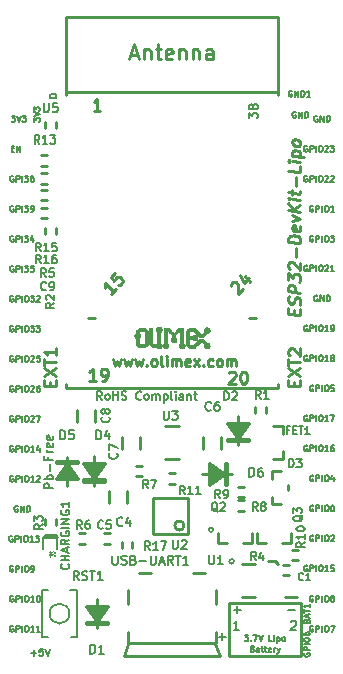
<source format=gbr>
G04 #@! TF.GenerationSoftware,KiCad,Pcbnew,5.1.0-rc2-unknown-036be7d~80~ubuntu16.04.1*
G04 #@! TF.CreationDate,2023-10-02T14:06:35+03:00*
G04 #@! TF.ProjectId,ESP32-DevKit-Lipo_Rev_D,45535033-322d-4446-9576-4b69742d4c69,D*
G04 #@! TF.SameCoordinates,Original*
G04 #@! TF.FileFunction,Legend,Top*
G04 #@! TF.FilePolarity,Positive*
%FSLAX46Y46*%
G04 Gerber Fmt 4.6, Leading zero omitted, Abs format (unit mm)*
G04 Created by KiCad (PCBNEW 5.1.0-rc2-unknown-036be7d~80~ubuntu16.04.1) date 2023-10-02 14:06:35*
%MOMM*%
%LPD*%
G04 APERTURE LIST*
%ADD10C,0.254000*%
%ADD11C,0.222250*%
%ADD12C,0.127000*%
%ADD13C,0.190500*%
%ADD14C,0.203200*%
%ADD15C,0.177800*%
%ADD16C,0.146050*%
%ADD17C,0.100000*%
%ADD18C,0.050000*%
%ADD19C,0.009000*%
%ADD20C,0.158750*%
G04 APERTURE END LIST*
D10*
X152527000Y-111379000D02*
X152273000Y-111125000D01*
X152273000Y-111125000D02*
X151638000Y-111125000D01*
D11*
X138514666Y-94043500D02*
X138684000Y-94636166D01*
X138853333Y-94212833D01*
X139022666Y-94636166D01*
X139192000Y-94043500D01*
X139446000Y-94043500D02*
X139615333Y-94636166D01*
X139784666Y-94212833D01*
X139954000Y-94636166D01*
X140123333Y-94043500D01*
X140377333Y-94043500D02*
X140546666Y-94636166D01*
X140716000Y-94212833D01*
X140885333Y-94636166D01*
X141054666Y-94043500D01*
X141393333Y-94551500D02*
X141435666Y-94593833D01*
X141393333Y-94636166D01*
X141351000Y-94593833D01*
X141393333Y-94551500D01*
X141393333Y-94636166D01*
X141943666Y-94636166D02*
X141859000Y-94593833D01*
X141816666Y-94551500D01*
X141774333Y-94466833D01*
X141774333Y-94212833D01*
X141816666Y-94128166D01*
X141859000Y-94085833D01*
X141943666Y-94043500D01*
X142070666Y-94043500D01*
X142155333Y-94085833D01*
X142197666Y-94128166D01*
X142240000Y-94212833D01*
X142240000Y-94466833D01*
X142197666Y-94551500D01*
X142155333Y-94593833D01*
X142070666Y-94636166D01*
X141943666Y-94636166D01*
X142748000Y-94636166D02*
X142663333Y-94593833D01*
X142621000Y-94509166D01*
X142621000Y-93747166D01*
X143086666Y-94636166D02*
X143086666Y-94043500D01*
X143086666Y-93747166D02*
X143044333Y-93789500D01*
X143086666Y-93831833D01*
X143129000Y-93789500D01*
X143086666Y-93747166D01*
X143086666Y-93831833D01*
X143510000Y-94636166D02*
X143510000Y-94043500D01*
X143510000Y-94128166D02*
X143552333Y-94085833D01*
X143637000Y-94043500D01*
X143764000Y-94043500D01*
X143848666Y-94085833D01*
X143891000Y-94170500D01*
X143891000Y-94636166D01*
X143891000Y-94170500D02*
X143933333Y-94085833D01*
X144018000Y-94043500D01*
X144145000Y-94043500D01*
X144229666Y-94085833D01*
X144272000Y-94170500D01*
X144272000Y-94636166D01*
X145034000Y-94593833D02*
X144949333Y-94636166D01*
X144780000Y-94636166D01*
X144695333Y-94593833D01*
X144653000Y-94509166D01*
X144653000Y-94170500D01*
X144695333Y-94085833D01*
X144780000Y-94043500D01*
X144949333Y-94043500D01*
X145034000Y-94085833D01*
X145076333Y-94170500D01*
X145076333Y-94255166D01*
X144653000Y-94339833D01*
X145372666Y-94636166D02*
X145838333Y-94043500D01*
X145372666Y-94043500D02*
X145838333Y-94636166D01*
X146177000Y-94551500D02*
X146219333Y-94593833D01*
X146177000Y-94636166D01*
X146134666Y-94593833D01*
X146177000Y-94551500D01*
X146177000Y-94636166D01*
X146981333Y-94593833D02*
X146896666Y-94636166D01*
X146727333Y-94636166D01*
X146642666Y-94593833D01*
X146600333Y-94551500D01*
X146558000Y-94466833D01*
X146558000Y-94212833D01*
X146600333Y-94128166D01*
X146642666Y-94085833D01*
X146727333Y-94043500D01*
X146896666Y-94043500D01*
X146981333Y-94085833D01*
X147489333Y-94636166D02*
X147404666Y-94593833D01*
X147362333Y-94551500D01*
X147320000Y-94466833D01*
X147320000Y-94212833D01*
X147362333Y-94128166D01*
X147404666Y-94085833D01*
X147489333Y-94043500D01*
X147616333Y-94043500D01*
X147701000Y-94085833D01*
X147743333Y-94128166D01*
X147785666Y-94212833D01*
X147785666Y-94466833D01*
X147743333Y-94551500D01*
X147701000Y-94593833D01*
X147616333Y-94636166D01*
X147489333Y-94636166D01*
X148166666Y-94636166D02*
X148166666Y-94043500D01*
X148166666Y-94128166D02*
X148209000Y-94085833D01*
X148293666Y-94043500D01*
X148420666Y-94043500D01*
X148505333Y-94085833D01*
X148547666Y-94170500D01*
X148547666Y-94636166D01*
X148547666Y-94170500D02*
X148590000Y-94085833D01*
X148674666Y-94043500D01*
X148801666Y-94043500D01*
X148886333Y-94085833D01*
X148928666Y-94170500D01*
X148928666Y-94636166D01*
D12*
X131801809Y-73907952D02*
X131801809Y-73593476D01*
X131995333Y-73762809D01*
X131995333Y-73690238D01*
X132019523Y-73641857D01*
X132043714Y-73617666D01*
X132092095Y-73593476D01*
X132213047Y-73593476D01*
X132261428Y-73617666D01*
X132285619Y-73641857D01*
X132309809Y-73690238D01*
X132309809Y-73835380D01*
X132285619Y-73883761D01*
X132261428Y-73907952D01*
X131801809Y-73448333D02*
X132309809Y-73279000D01*
X131801809Y-73109666D01*
X131801809Y-72988714D02*
X131801809Y-72674238D01*
X131995333Y-72843571D01*
X131995333Y-72771000D01*
X132019523Y-72722619D01*
X132043714Y-72698428D01*
X132092095Y-72674238D01*
X132213047Y-72674238D01*
X132261428Y-72698428D01*
X132285619Y-72722619D01*
X132309809Y-72771000D01*
X132309809Y-72916142D01*
X132285619Y-72964523D01*
X132261428Y-72988714D01*
D13*
X147474214Y-117529428D02*
X148054785Y-117529428D01*
X147764500Y-117819714D02*
X147764500Y-117239142D01*
X148744214Y-115243428D02*
X149324785Y-115243428D01*
X149034500Y-115533714D02*
X149034500Y-114953142D01*
X153316214Y-115243428D02*
X153896785Y-115243428D01*
D14*
X148755100Y-111150400D02*
G75*
G03X148755100Y-111150400I-190500J0D01*
G01*
X147002500Y-108458000D02*
G75*
G03X147002500Y-108458000I-190500J0D01*
G01*
D12*
X149654380Y-117387309D02*
X149968857Y-117387309D01*
X149799523Y-117580833D01*
X149872095Y-117580833D01*
X149920476Y-117605023D01*
X149944666Y-117629214D01*
X149968857Y-117677595D01*
X149968857Y-117798547D01*
X149944666Y-117846928D01*
X149920476Y-117871119D01*
X149872095Y-117895309D01*
X149726952Y-117895309D01*
X149678571Y-117871119D01*
X149654380Y-117846928D01*
X150186571Y-117846928D02*
X150210761Y-117871119D01*
X150186571Y-117895309D01*
X150162380Y-117871119D01*
X150186571Y-117846928D01*
X150186571Y-117895309D01*
X150380095Y-117387309D02*
X150718761Y-117387309D01*
X150501047Y-117895309D01*
X150839714Y-117387309D02*
X151009047Y-117895309D01*
X151178380Y-117387309D01*
X151976666Y-117895309D02*
X151734761Y-117895309D01*
X151734761Y-117387309D01*
X152146000Y-117895309D02*
X152146000Y-117556642D01*
X152146000Y-117387309D02*
X152121809Y-117411500D01*
X152146000Y-117435690D01*
X152170190Y-117411500D01*
X152146000Y-117387309D01*
X152146000Y-117435690D01*
X152387904Y-117556642D02*
X152387904Y-118064642D01*
X152387904Y-117580833D02*
X152436285Y-117556642D01*
X152533047Y-117556642D01*
X152581428Y-117580833D01*
X152605619Y-117605023D01*
X152629809Y-117653404D01*
X152629809Y-117798547D01*
X152605619Y-117846928D01*
X152581428Y-117871119D01*
X152533047Y-117895309D01*
X152436285Y-117895309D01*
X152387904Y-117871119D01*
X152920095Y-117895309D02*
X152871714Y-117871119D01*
X152847523Y-117846928D01*
X152823333Y-117798547D01*
X152823333Y-117653404D01*
X152847523Y-117605023D01*
X152871714Y-117580833D01*
X152920095Y-117556642D01*
X152992666Y-117556642D01*
X153041047Y-117580833D01*
X153065238Y-117605023D01*
X153089428Y-117653404D01*
X153089428Y-117798547D01*
X153065238Y-117846928D01*
X153041047Y-117871119D01*
X152992666Y-117895309D01*
X152920095Y-117895309D01*
X150331714Y-118518214D02*
X150404285Y-118542404D01*
X150428476Y-118566595D01*
X150452666Y-118614976D01*
X150452666Y-118687547D01*
X150428476Y-118735928D01*
X150404285Y-118760119D01*
X150355904Y-118784309D01*
X150162380Y-118784309D01*
X150162380Y-118276309D01*
X150331714Y-118276309D01*
X150380095Y-118300500D01*
X150404285Y-118324690D01*
X150428476Y-118373071D01*
X150428476Y-118421452D01*
X150404285Y-118469833D01*
X150380095Y-118494023D01*
X150331714Y-118518214D01*
X150162380Y-118518214D01*
X150888095Y-118784309D02*
X150888095Y-118518214D01*
X150863904Y-118469833D01*
X150815523Y-118445642D01*
X150718761Y-118445642D01*
X150670380Y-118469833D01*
X150888095Y-118760119D02*
X150839714Y-118784309D01*
X150718761Y-118784309D01*
X150670380Y-118760119D01*
X150646190Y-118711738D01*
X150646190Y-118663357D01*
X150670380Y-118614976D01*
X150718761Y-118590785D01*
X150839714Y-118590785D01*
X150888095Y-118566595D01*
X151057428Y-118445642D02*
X151250952Y-118445642D01*
X151130000Y-118276309D02*
X151130000Y-118711738D01*
X151154190Y-118760119D01*
X151202571Y-118784309D01*
X151250952Y-118784309D01*
X151347714Y-118445642D02*
X151541238Y-118445642D01*
X151420285Y-118276309D02*
X151420285Y-118711738D01*
X151444476Y-118760119D01*
X151492857Y-118784309D01*
X151541238Y-118784309D01*
X151904095Y-118760119D02*
X151855714Y-118784309D01*
X151758952Y-118784309D01*
X151710571Y-118760119D01*
X151686380Y-118711738D01*
X151686380Y-118518214D01*
X151710571Y-118469833D01*
X151758952Y-118445642D01*
X151855714Y-118445642D01*
X151904095Y-118469833D01*
X151928285Y-118518214D01*
X151928285Y-118566595D01*
X151686380Y-118614976D01*
X152146000Y-118784309D02*
X152146000Y-118445642D01*
X152146000Y-118542404D02*
X152170190Y-118494023D01*
X152194380Y-118469833D01*
X152242761Y-118445642D01*
X152291142Y-118445642D01*
X152412095Y-118445642D02*
X152533047Y-118784309D01*
X152654000Y-118445642D02*
X152533047Y-118784309D01*
X152484666Y-118905261D01*
X152460476Y-118929452D01*
X152412095Y-118953642D01*
D15*
X137591800Y-97476733D02*
X137354733Y-97138066D01*
X137185400Y-97476733D02*
X137185400Y-96765533D01*
X137456333Y-96765533D01*
X137524066Y-96799400D01*
X137557933Y-96833266D01*
X137591800Y-96901000D01*
X137591800Y-97002600D01*
X137557933Y-97070333D01*
X137524066Y-97104200D01*
X137456333Y-97138066D01*
X137185400Y-97138066D01*
X137998200Y-97476733D02*
X137930466Y-97442866D01*
X137896600Y-97409000D01*
X137862733Y-97341266D01*
X137862733Y-97138066D01*
X137896600Y-97070333D01*
X137930466Y-97036466D01*
X137998200Y-97002600D01*
X138099800Y-97002600D01*
X138167533Y-97036466D01*
X138201400Y-97070333D01*
X138235266Y-97138066D01*
X138235266Y-97341266D01*
X138201400Y-97409000D01*
X138167533Y-97442866D01*
X138099800Y-97476733D01*
X137998200Y-97476733D01*
X138540066Y-97476733D02*
X138540066Y-96765533D01*
X138540066Y-97104200D02*
X138946466Y-97104200D01*
X138946466Y-97476733D02*
X138946466Y-96765533D01*
X139251266Y-97442866D02*
X139352866Y-97476733D01*
X139522200Y-97476733D01*
X139589933Y-97442866D01*
X139623800Y-97409000D01*
X139657666Y-97341266D01*
X139657666Y-97273533D01*
X139623800Y-97205800D01*
X139589933Y-97171933D01*
X139522200Y-97138066D01*
X139386733Y-97104200D01*
X139319000Y-97070333D01*
X139285133Y-97036466D01*
X139251266Y-96968733D01*
X139251266Y-96901000D01*
X139285133Y-96833266D01*
X139319000Y-96799400D01*
X139386733Y-96765533D01*
X139556066Y-96765533D01*
X139657666Y-96799400D01*
X140910733Y-97409000D02*
X140876866Y-97442866D01*
X140775266Y-97476733D01*
X140707533Y-97476733D01*
X140605933Y-97442866D01*
X140538200Y-97375133D01*
X140504333Y-97307400D01*
X140470466Y-97171933D01*
X140470466Y-97070333D01*
X140504333Y-96934866D01*
X140538200Y-96867133D01*
X140605933Y-96799400D01*
X140707533Y-96765533D01*
X140775266Y-96765533D01*
X140876866Y-96799400D01*
X140910733Y-96833266D01*
X141317133Y-97476733D02*
X141249400Y-97442866D01*
X141215533Y-97409000D01*
X141181666Y-97341266D01*
X141181666Y-97138066D01*
X141215533Y-97070333D01*
X141249400Y-97036466D01*
X141317133Y-97002600D01*
X141418733Y-97002600D01*
X141486466Y-97036466D01*
X141520333Y-97070333D01*
X141554200Y-97138066D01*
X141554200Y-97341266D01*
X141520333Y-97409000D01*
X141486466Y-97442866D01*
X141418733Y-97476733D01*
X141317133Y-97476733D01*
X141859000Y-97476733D02*
X141859000Y-97002600D01*
X141859000Y-97070333D02*
X141892866Y-97036466D01*
X141960600Y-97002600D01*
X142062200Y-97002600D01*
X142129933Y-97036466D01*
X142163800Y-97104200D01*
X142163800Y-97476733D01*
X142163800Y-97104200D02*
X142197666Y-97036466D01*
X142265400Y-97002600D01*
X142367000Y-97002600D01*
X142434733Y-97036466D01*
X142468600Y-97104200D01*
X142468600Y-97476733D01*
X142807266Y-97002600D02*
X142807266Y-97713800D01*
X142807266Y-97036466D02*
X142875000Y-97002600D01*
X143010466Y-97002600D01*
X143078200Y-97036466D01*
X143112066Y-97070333D01*
X143145933Y-97138066D01*
X143145933Y-97341266D01*
X143112066Y-97409000D01*
X143078200Y-97442866D01*
X143010466Y-97476733D01*
X142875000Y-97476733D01*
X142807266Y-97442866D01*
X143552333Y-97476733D02*
X143484600Y-97442866D01*
X143450733Y-97375133D01*
X143450733Y-96765533D01*
X143823266Y-97476733D02*
X143823266Y-97002600D01*
X143823266Y-96765533D02*
X143789400Y-96799400D01*
X143823266Y-96833266D01*
X143857133Y-96799400D01*
X143823266Y-96765533D01*
X143823266Y-96833266D01*
X144466733Y-97476733D02*
X144466733Y-97104200D01*
X144432866Y-97036466D01*
X144365133Y-97002600D01*
X144229666Y-97002600D01*
X144161933Y-97036466D01*
X144466733Y-97442866D02*
X144399000Y-97476733D01*
X144229666Y-97476733D01*
X144161933Y-97442866D01*
X144128066Y-97375133D01*
X144128066Y-97307400D01*
X144161933Y-97239666D01*
X144229666Y-97205800D01*
X144399000Y-97205800D01*
X144466733Y-97171933D01*
X144805400Y-97002600D02*
X144805400Y-97476733D01*
X144805400Y-97070333D02*
X144839266Y-97036466D01*
X144907000Y-97002600D01*
X145008600Y-97002600D01*
X145076333Y-97036466D01*
X145110200Y-97104200D01*
X145110200Y-97476733D01*
X145347266Y-97002600D02*
X145618200Y-97002600D01*
X145448866Y-96765533D02*
X145448866Y-97375133D01*
X145482733Y-97442866D01*
X145550466Y-97476733D01*
X145618200Y-97476733D01*
D13*
X133440714Y-104974571D02*
X132678714Y-104974571D01*
X132678714Y-104684285D01*
X132715000Y-104611714D01*
X132751285Y-104575428D01*
X132823857Y-104539142D01*
X132932714Y-104539142D01*
X133005285Y-104575428D01*
X133041571Y-104611714D01*
X133077857Y-104684285D01*
X133077857Y-104974571D01*
X133440714Y-104212571D02*
X132678714Y-104212571D01*
X132969000Y-104212571D02*
X132932714Y-104140000D01*
X132932714Y-103994857D01*
X132969000Y-103922285D01*
X133005285Y-103886000D01*
X133077857Y-103849714D01*
X133295571Y-103849714D01*
X133368142Y-103886000D01*
X133404428Y-103922285D01*
X133440714Y-103994857D01*
X133440714Y-104140000D01*
X133404428Y-104212571D01*
X133150428Y-103523142D02*
X133150428Y-102942571D01*
X133041571Y-102325714D02*
X133041571Y-102579714D01*
X133440714Y-102579714D02*
X132678714Y-102579714D01*
X132678714Y-102216857D01*
X133440714Y-101926571D02*
X132932714Y-101926571D01*
X133077857Y-101926571D02*
X133005285Y-101890285D01*
X132969000Y-101854000D01*
X132932714Y-101781428D01*
X132932714Y-101708857D01*
X133404428Y-101164571D02*
X133440714Y-101237142D01*
X133440714Y-101382285D01*
X133404428Y-101454857D01*
X133331857Y-101491142D01*
X133041571Y-101491142D01*
X132969000Y-101454857D01*
X132932714Y-101382285D01*
X132932714Y-101237142D01*
X132969000Y-101164571D01*
X133041571Y-101128285D01*
X133114142Y-101128285D01*
X133186714Y-101491142D01*
X133404428Y-100511428D02*
X133440714Y-100584000D01*
X133440714Y-100729142D01*
X133404428Y-100801714D01*
X133331857Y-100838000D01*
X133041571Y-100838000D01*
X132969000Y-100801714D01*
X132932714Y-100729142D01*
X132932714Y-100584000D01*
X132969000Y-100511428D01*
X133041571Y-100475142D01*
X133114142Y-100475142D01*
X133186714Y-100838000D01*
D10*
X153851428Y-96314380D02*
X153851428Y-95975714D01*
X154383619Y-95830571D02*
X154383619Y-96314380D01*
X153367619Y-96314380D01*
X153367619Y-95830571D01*
X153367619Y-95491904D02*
X154383619Y-94814571D01*
X153367619Y-94814571D02*
X154383619Y-95491904D01*
X153367619Y-94572666D02*
X153367619Y-93992095D01*
X154383619Y-94282380D02*
X153367619Y-94282380D01*
X153464380Y-93701809D02*
X153416000Y-93653428D01*
X153367619Y-93556666D01*
X153367619Y-93314761D01*
X153416000Y-93218000D01*
X153464380Y-93169619D01*
X153561142Y-93121238D01*
X153657904Y-93121238D01*
X153803047Y-93169619D01*
X154383619Y-93750190D01*
X154383619Y-93121238D01*
X133150428Y-96314380D02*
X133150428Y-95975714D01*
X133682619Y-95830571D02*
X133682619Y-96314380D01*
X132666619Y-96314380D01*
X132666619Y-95830571D01*
X132666619Y-95491904D02*
X133682619Y-94814571D01*
X132666619Y-94814571D02*
X133682619Y-95491904D01*
X132666619Y-94572666D02*
X132666619Y-93992095D01*
X133682619Y-94282380D02*
X132666619Y-94282380D01*
X133682619Y-93121238D02*
X133682619Y-93701809D01*
X133682619Y-93411523D02*
X132666619Y-93411523D01*
X132811761Y-93508285D01*
X132908523Y-93605047D01*
X132956904Y-93701809D01*
D12*
X153981452Y-73088500D02*
X153933071Y-73064309D01*
X153860500Y-73064309D01*
X153787928Y-73088500D01*
X153739547Y-73136880D01*
X153715357Y-73185261D01*
X153691166Y-73282023D01*
X153691166Y-73354595D01*
X153715357Y-73451357D01*
X153739547Y-73499738D01*
X153787928Y-73548119D01*
X153860500Y-73572309D01*
X153908880Y-73572309D01*
X153981452Y-73548119D01*
X154005642Y-73523928D01*
X154005642Y-73354595D01*
X153908880Y-73354595D01*
X154223357Y-73572309D02*
X154223357Y-73064309D01*
X154513642Y-73572309D01*
X154513642Y-73064309D01*
X154755547Y-73572309D02*
X154755547Y-73064309D01*
X154876500Y-73064309D01*
X154949071Y-73088500D01*
X154997452Y-73136880D01*
X155021642Y-73185261D01*
X155045833Y-73282023D01*
X155045833Y-73354595D01*
X155021642Y-73451357D01*
X154997452Y-73499738D01*
X154949071Y-73548119D01*
X154876500Y-73572309D01*
X154755547Y-73572309D01*
X154686000Y-118923404D02*
X154661809Y-118971785D01*
X154661809Y-119044357D01*
X154686000Y-119116928D01*
X154734380Y-119165309D01*
X154782761Y-119189500D01*
X154879523Y-119213690D01*
X154952095Y-119213690D01*
X155048857Y-119189500D01*
X155097238Y-119165309D01*
X155145619Y-119116928D01*
X155169809Y-119044357D01*
X155169809Y-118995976D01*
X155145619Y-118923404D01*
X155121428Y-118899214D01*
X154952095Y-118899214D01*
X154952095Y-118995976D01*
X155169809Y-118681500D02*
X154661809Y-118681500D01*
X154661809Y-118487976D01*
X154686000Y-118439595D01*
X154710190Y-118415404D01*
X154758571Y-118391214D01*
X154831142Y-118391214D01*
X154879523Y-118415404D01*
X154903714Y-118439595D01*
X154927904Y-118487976D01*
X154927904Y-118681500D01*
X155169809Y-118173500D02*
X154661809Y-118173500D01*
X154661809Y-117834833D02*
X154661809Y-117738071D01*
X154686000Y-117689690D01*
X154734380Y-117641309D01*
X154831142Y-117617119D01*
X155000476Y-117617119D01*
X155097238Y-117641309D01*
X155145619Y-117689690D01*
X155169809Y-117738071D01*
X155169809Y-117834833D01*
X155145619Y-117883214D01*
X155097238Y-117931595D01*
X155000476Y-117955785D01*
X154831142Y-117955785D01*
X154734380Y-117931595D01*
X154686000Y-117883214D01*
X154661809Y-117834833D01*
X154661809Y-117181690D02*
X154661809Y-117278452D01*
X154686000Y-117326833D01*
X154710190Y-117351023D01*
X154782761Y-117399404D01*
X154879523Y-117423595D01*
X155073047Y-117423595D01*
X155121428Y-117399404D01*
X155145619Y-117375214D01*
X155169809Y-117326833D01*
X155169809Y-117230071D01*
X155145619Y-117181690D01*
X155121428Y-117157500D01*
X155073047Y-117133309D01*
X154952095Y-117133309D01*
X154903714Y-117157500D01*
X154879523Y-117181690D01*
X154855333Y-117230071D01*
X154855333Y-117326833D01*
X154879523Y-117375214D01*
X154903714Y-117399404D01*
X154952095Y-117423595D01*
X155460095Y-116611400D02*
X155411714Y-116587209D01*
X155339142Y-116587209D01*
X155266571Y-116611400D01*
X155218190Y-116659780D01*
X155194000Y-116708161D01*
X155169809Y-116804923D01*
X155169809Y-116877495D01*
X155194000Y-116974257D01*
X155218190Y-117022638D01*
X155266571Y-117071019D01*
X155339142Y-117095209D01*
X155387523Y-117095209D01*
X155460095Y-117071019D01*
X155484285Y-117046828D01*
X155484285Y-116877495D01*
X155387523Y-116877495D01*
X155702000Y-117095209D02*
X155702000Y-116587209D01*
X155895523Y-116587209D01*
X155943904Y-116611400D01*
X155968095Y-116635590D01*
X155992285Y-116683971D01*
X155992285Y-116756542D01*
X155968095Y-116804923D01*
X155943904Y-116829114D01*
X155895523Y-116853304D01*
X155702000Y-116853304D01*
X156210000Y-117095209D02*
X156210000Y-116587209D01*
X156548666Y-116587209D02*
X156645428Y-116587209D01*
X156693809Y-116611400D01*
X156742190Y-116659780D01*
X156766380Y-116756542D01*
X156766380Y-116925876D01*
X156742190Y-117022638D01*
X156693809Y-117071019D01*
X156645428Y-117095209D01*
X156548666Y-117095209D01*
X156500285Y-117071019D01*
X156451904Y-117022638D01*
X156427714Y-116925876D01*
X156427714Y-116756542D01*
X156451904Y-116659780D01*
X156500285Y-116611400D01*
X156548666Y-116587209D01*
X156935714Y-116587209D02*
X157274380Y-116587209D01*
X157056666Y-117095209D01*
X155460095Y-114071400D02*
X155411714Y-114047209D01*
X155339142Y-114047209D01*
X155266571Y-114071400D01*
X155218190Y-114119780D01*
X155194000Y-114168161D01*
X155169809Y-114264923D01*
X155169809Y-114337495D01*
X155194000Y-114434257D01*
X155218190Y-114482638D01*
X155266571Y-114531019D01*
X155339142Y-114555209D01*
X155387523Y-114555209D01*
X155460095Y-114531019D01*
X155484285Y-114506828D01*
X155484285Y-114337495D01*
X155387523Y-114337495D01*
X155702000Y-114555209D02*
X155702000Y-114047209D01*
X155895523Y-114047209D01*
X155943904Y-114071400D01*
X155968095Y-114095590D01*
X155992285Y-114143971D01*
X155992285Y-114216542D01*
X155968095Y-114264923D01*
X155943904Y-114289114D01*
X155895523Y-114313304D01*
X155702000Y-114313304D01*
X156210000Y-114555209D02*
X156210000Y-114047209D01*
X156548666Y-114047209D02*
X156645428Y-114047209D01*
X156693809Y-114071400D01*
X156742190Y-114119780D01*
X156766380Y-114216542D01*
X156766380Y-114385876D01*
X156742190Y-114482638D01*
X156693809Y-114531019D01*
X156645428Y-114555209D01*
X156548666Y-114555209D01*
X156500285Y-114531019D01*
X156451904Y-114482638D01*
X156427714Y-114385876D01*
X156427714Y-114216542D01*
X156451904Y-114119780D01*
X156500285Y-114071400D01*
X156548666Y-114047209D01*
X157056666Y-114264923D02*
X157008285Y-114240733D01*
X156984095Y-114216542D01*
X156959904Y-114168161D01*
X156959904Y-114143971D01*
X156984095Y-114095590D01*
X157008285Y-114071400D01*
X157056666Y-114047209D01*
X157153428Y-114047209D01*
X157201809Y-114071400D01*
X157226000Y-114095590D01*
X157250190Y-114143971D01*
X157250190Y-114168161D01*
X157226000Y-114216542D01*
X157201809Y-114240733D01*
X157153428Y-114264923D01*
X157056666Y-114264923D01*
X157008285Y-114289114D01*
X156984095Y-114313304D01*
X156959904Y-114361685D01*
X156959904Y-114458447D01*
X156984095Y-114506828D01*
X157008285Y-114531019D01*
X157056666Y-114555209D01*
X157153428Y-114555209D01*
X157201809Y-114531019D01*
X157226000Y-114506828D01*
X157250190Y-114458447D01*
X157250190Y-114361685D01*
X157226000Y-114313304D01*
X157201809Y-114289114D01*
X157153428Y-114264923D01*
X154964190Y-111506000D02*
X154915809Y-111481809D01*
X154843238Y-111481809D01*
X154770666Y-111506000D01*
X154722285Y-111554380D01*
X154698095Y-111602761D01*
X154673904Y-111699523D01*
X154673904Y-111772095D01*
X154698095Y-111868857D01*
X154722285Y-111917238D01*
X154770666Y-111965619D01*
X154843238Y-111989809D01*
X154891619Y-111989809D01*
X154964190Y-111965619D01*
X154988380Y-111941428D01*
X154988380Y-111772095D01*
X154891619Y-111772095D01*
X155206095Y-111989809D02*
X155206095Y-111481809D01*
X155399619Y-111481809D01*
X155448000Y-111506000D01*
X155472190Y-111530190D01*
X155496380Y-111578571D01*
X155496380Y-111651142D01*
X155472190Y-111699523D01*
X155448000Y-111723714D01*
X155399619Y-111747904D01*
X155206095Y-111747904D01*
X155714095Y-111989809D02*
X155714095Y-111481809D01*
X156052761Y-111481809D02*
X156149523Y-111481809D01*
X156197904Y-111506000D01*
X156246285Y-111554380D01*
X156270476Y-111651142D01*
X156270476Y-111820476D01*
X156246285Y-111917238D01*
X156197904Y-111965619D01*
X156149523Y-111989809D01*
X156052761Y-111989809D01*
X156004380Y-111965619D01*
X155956000Y-111917238D01*
X155931809Y-111820476D01*
X155931809Y-111651142D01*
X155956000Y-111554380D01*
X156004380Y-111506000D01*
X156052761Y-111481809D01*
X156754285Y-111989809D02*
X156464000Y-111989809D01*
X156609142Y-111989809D02*
X156609142Y-111481809D01*
X156560761Y-111554380D01*
X156512380Y-111602761D01*
X156464000Y-111626952D01*
X157213904Y-111481809D02*
X156972000Y-111481809D01*
X156947809Y-111723714D01*
X156972000Y-111699523D01*
X157020380Y-111675333D01*
X157141333Y-111675333D01*
X157189714Y-111699523D01*
X157213904Y-111723714D01*
X157238095Y-111772095D01*
X157238095Y-111893047D01*
X157213904Y-111941428D01*
X157189714Y-111965619D01*
X157141333Y-111989809D01*
X157020380Y-111989809D01*
X156972000Y-111965619D01*
X156947809Y-111941428D01*
X155460095Y-108966000D02*
X155411714Y-108941809D01*
X155339142Y-108941809D01*
X155266571Y-108966000D01*
X155218190Y-109014380D01*
X155194000Y-109062761D01*
X155169809Y-109159523D01*
X155169809Y-109232095D01*
X155194000Y-109328857D01*
X155218190Y-109377238D01*
X155266571Y-109425619D01*
X155339142Y-109449809D01*
X155387523Y-109449809D01*
X155460095Y-109425619D01*
X155484285Y-109401428D01*
X155484285Y-109232095D01*
X155387523Y-109232095D01*
X155702000Y-109449809D02*
X155702000Y-108941809D01*
X155895523Y-108941809D01*
X155943904Y-108966000D01*
X155968095Y-108990190D01*
X155992285Y-109038571D01*
X155992285Y-109111142D01*
X155968095Y-109159523D01*
X155943904Y-109183714D01*
X155895523Y-109207904D01*
X155702000Y-109207904D01*
X156210000Y-109449809D02*
X156210000Y-108941809D01*
X156548666Y-108941809D02*
X156645428Y-108941809D01*
X156693809Y-108966000D01*
X156742190Y-109014380D01*
X156766380Y-109111142D01*
X156766380Y-109280476D01*
X156742190Y-109377238D01*
X156693809Y-109425619D01*
X156645428Y-109449809D01*
X156548666Y-109449809D01*
X156500285Y-109425619D01*
X156451904Y-109377238D01*
X156427714Y-109280476D01*
X156427714Y-109111142D01*
X156451904Y-109014380D01*
X156500285Y-108966000D01*
X156548666Y-108941809D01*
X156959904Y-108990190D02*
X156984095Y-108966000D01*
X157032476Y-108941809D01*
X157153428Y-108941809D01*
X157201809Y-108966000D01*
X157226000Y-108990190D01*
X157250190Y-109038571D01*
X157250190Y-109086952D01*
X157226000Y-109159523D01*
X156935714Y-109449809D01*
X157250190Y-109449809D01*
X155460095Y-106426000D02*
X155411714Y-106401809D01*
X155339142Y-106401809D01*
X155266571Y-106426000D01*
X155218190Y-106474380D01*
X155194000Y-106522761D01*
X155169809Y-106619523D01*
X155169809Y-106692095D01*
X155194000Y-106788857D01*
X155218190Y-106837238D01*
X155266571Y-106885619D01*
X155339142Y-106909809D01*
X155387523Y-106909809D01*
X155460095Y-106885619D01*
X155484285Y-106861428D01*
X155484285Y-106692095D01*
X155387523Y-106692095D01*
X155702000Y-106909809D02*
X155702000Y-106401809D01*
X155895523Y-106401809D01*
X155943904Y-106426000D01*
X155968095Y-106450190D01*
X155992285Y-106498571D01*
X155992285Y-106571142D01*
X155968095Y-106619523D01*
X155943904Y-106643714D01*
X155895523Y-106667904D01*
X155702000Y-106667904D01*
X156210000Y-106909809D02*
X156210000Y-106401809D01*
X156548666Y-106401809D02*
X156645428Y-106401809D01*
X156693809Y-106426000D01*
X156742190Y-106474380D01*
X156766380Y-106571142D01*
X156766380Y-106740476D01*
X156742190Y-106837238D01*
X156693809Y-106885619D01*
X156645428Y-106909809D01*
X156548666Y-106909809D01*
X156500285Y-106885619D01*
X156451904Y-106837238D01*
X156427714Y-106740476D01*
X156427714Y-106571142D01*
X156451904Y-106474380D01*
X156500285Y-106426000D01*
X156548666Y-106401809D01*
X157080857Y-106401809D02*
X157129238Y-106401809D01*
X157177619Y-106426000D01*
X157201809Y-106450190D01*
X157226000Y-106498571D01*
X157250190Y-106595333D01*
X157250190Y-106716285D01*
X157226000Y-106813047D01*
X157201809Y-106861428D01*
X157177619Y-106885619D01*
X157129238Y-106909809D01*
X157080857Y-106909809D01*
X157032476Y-106885619D01*
X157008285Y-106861428D01*
X156984095Y-106813047D01*
X156959904Y-106716285D01*
X156959904Y-106595333D01*
X156984095Y-106498571D01*
X157008285Y-106450190D01*
X157032476Y-106426000D01*
X157080857Y-106401809D01*
X155460095Y-103886000D02*
X155411714Y-103861809D01*
X155339142Y-103861809D01*
X155266571Y-103886000D01*
X155218190Y-103934380D01*
X155194000Y-103982761D01*
X155169809Y-104079523D01*
X155169809Y-104152095D01*
X155194000Y-104248857D01*
X155218190Y-104297238D01*
X155266571Y-104345619D01*
X155339142Y-104369809D01*
X155387523Y-104369809D01*
X155460095Y-104345619D01*
X155484285Y-104321428D01*
X155484285Y-104152095D01*
X155387523Y-104152095D01*
X155702000Y-104369809D02*
X155702000Y-103861809D01*
X155895523Y-103861809D01*
X155943904Y-103886000D01*
X155968095Y-103910190D01*
X155992285Y-103958571D01*
X155992285Y-104031142D01*
X155968095Y-104079523D01*
X155943904Y-104103714D01*
X155895523Y-104127904D01*
X155702000Y-104127904D01*
X156210000Y-104369809D02*
X156210000Y-103861809D01*
X156548666Y-103861809D02*
X156645428Y-103861809D01*
X156693809Y-103886000D01*
X156742190Y-103934380D01*
X156766380Y-104031142D01*
X156766380Y-104200476D01*
X156742190Y-104297238D01*
X156693809Y-104345619D01*
X156645428Y-104369809D01*
X156548666Y-104369809D01*
X156500285Y-104345619D01*
X156451904Y-104297238D01*
X156427714Y-104200476D01*
X156427714Y-104031142D01*
X156451904Y-103934380D01*
X156500285Y-103886000D01*
X156548666Y-103861809D01*
X157201809Y-104031142D02*
X157201809Y-104369809D01*
X157080857Y-103837619D02*
X156959904Y-104200476D01*
X157274380Y-104200476D01*
X154964190Y-101346000D02*
X154915809Y-101321809D01*
X154843238Y-101321809D01*
X154770666Y-101346000D01*
X154722285Y-101394380D01*
X154698095Y-101442761D01*
X154673904Y-101539523D01*
X154673904Y-101612095D01*
X154698095Y-101708857D01*
X154722285Y-101757238D01*
X154770666Y-101805619D01*
X154843238Y-101829809D01*
X154891619Y-101829809D01*
X154964190Y-101805619D01*
X154988380Y-101781428D01*
X154988380Y-101612095D01*
X154891619Y-101612095D01*
X155206095Y-101829809D02*
X155206095Y-101321809D01*
X155399619Y-101321809D01*
X155448000Y-101346000D01*
X155472190Y-101370190D01*
X155496380Y-101418571D01*
X155496380Y-101491142D01*
X155472190Y-101539523D01*
X155448000Y-101563714D01*
X155399619Y-101587904D01*
X155206095Y-101587904D01*
X155714095Y-101829809D02*
X155714095Y-101321809D01*
X156052761Y-101321809D02*
X156149523Y-101321809D01*
X156197904Y-101346000D01*
X156246285Y-101394380D01*
X156270476Y-101491142D01*
X156270476Y-101660476D01*
X156246285Y-101757238D01*
X156197904Y-101805619D01*
X156149523Y-101829809D01*
X156052761Y-101829809D01*
X156004380Y-101805619D01*
X155956000Y-101757238D01*
X155931809Y-101660476D01*
X155931809Y-101491142D01*
X155956000Y-101394380D01*
X156004380Y-101346000D01*
X156052761Y-101321809D01*
X156754285Y-101829809D02*
X156464000Y-101829809D01*
X156609142Y-101829809D02*
X156609142Y-101321809D01*
X156560761Y-101394380D01*
X156512380Y-101442761D01*
X156464000Y-101466952D01*
X157189714Y-101321809D02*
X157092952Y-101321809D01*
X157044571Y-101346000D01*
X157020380Y-101370190D01*
X156972000Y-101442761D01*
X156947809Y-101539523D01*
X156947809Y-101733047D01*
X156972000Y-101781428D01*
X156996190Y-101805619D01*
X157044571Y-101829809D01*
X157141333Y-101829809D01*
X157189714Y-101805619D01*
X157213904Y-101781428D01*
X157238095Y-101733047D01*
X157238095Y-101612095D01*
X157213904Y-101563714D01*
X157189714Y-101539523D01*
X157141333Y-101515333D01*
X157044571Y-101515333D01*
X156996190Y-101539523D01*
X156972000Y-101563714D01*
X156947809Y-101612095D01*
X154964190Y-98806000D02*
X154915809Y-98781809D01*
X154843238Y-98781809D01*
X154770666Y-98806000D01*
X154722285Y-98854380D01*
X154698095Y-98902761D01*
X154673904Y-98999523D01*
X154673904Y-99072095D01*
X154698095Y-99168857D01*
X154722285Y-99217238D01*
X154770666Y-99265619D01*
X154843238Y-99289809D01*
X154891619Y-99289809D01*
X154964190Y-99265619D01*
X154988380Y-99241428D01*
X154988380Y-99072095D01*
X154891619Y-99072095D01*
X155206095Y-99289809D02*
X155206095Y-98781809D01*
X155399619Y-98781809D01*
X155448000Y-98806000D01*
X155472190Y-98830190D01*
X155496380Y-98878571D01*
X155496380Y-98951142D01*
X155472190Y-98999523D01*
X155448000Y-99023714D01*
X155399619Y-99047904D01*
X155206095Y-99047904D01*
X155714095Y-99289809D02*
X155714095Y-98781809D01*
X156052761Y-98781809D02*
X156149523Y-98781809D01*
X156197904Y-98806000D01*
X156246285Y-98854380D01*
X156270476Y-98951142D01*
X156270476Y-99120476D01*
X156246285Y-99217238D01*
X156197904Y-99265619D01*
X156149523Y-99289809D01*
X156052761Y-99289809D01*
X156004380Y-99265619D01*
X155956000Y-99217238D01*
X155931809Y-99120476D01*
X155931809Y-98951142D01*
X155956000Y-98854380D01*
X156004380Y-98806000D01*
X156052761Y-98781809D01*
X156754285Y-99289809D02*
X156464000Y-99289809D01*
X156609142Y-99289809D02*
X156609142Y-98781809D01*
X156560761Y-98854380D01*
X156512380Y-98902761D01*
X156464000Y-98926952D01*
X156923619Y-98781809D02*
X157262285Y-98781809D01*
X157044571Y-99289809D01*
X155460095Y-96266000D02*
X155411714Y-96241809D01*
X155339142Y-96241809D01*
X155266571Y-96266000D01*
X155218190Y-96314380D01*
X155194000Y-96362761D01*
X155169809Y-96459523D01*
X155169809Y-96532095D01*
X155194000Y-96628857D01*
X155218190Y-96677238D01*
X155266571Y-96725619D01*
X155339142Y-96749809D01*
X155387523Y-96749809D01*
X155460095Y-96725619D01*
X155484285Y-96701428D01*
X155484285Y-96532095D01*
X155387523Y-96532095D01*
X155702000Y-96749809D02*
X155702000Y-96241809D01*
X155895523Y-96241809D01*
X155943904Y-96266000D01*
X155968095Y-96290190D01*
X155992285Y-96338571D01*
X155992285Y-96411142D01*
X155968095Y-96459523D01*
X155943904Y-96483714D01*
X155895523Y-96507904D01*
X155702000Y-96507904D01*
X156210000Y-96749809D02*
X156210000Y-96241809D01*
X156548666Y-96241809D02*
X156645428Y-96241809D01*
X156693809Y-96266000D01*
X156742190Y-96314380D01*
X156766380Y-96411142D01*
X156766380Y-96580476D01*
X156742190Y-96677238D01*
X156693809Y-96725619D01*
X156645428Y-96749809D01*
X156548666Y-96749809D01*
X156500285Y-96725619D01*
X156451904Y-96677238D01*
X156427714Y-96580476D01*
X156427714Y-96411142D01*
X156451904Y-96314380D01*
X156500285Y-96266000D01*
X156548666Y-96241809D01*
X157226000Y-96241809D02*
X156984095Y-96241809D01*
X156959904Y-96483714D01*
X156984095Y-96459523D01*
X157032476Y-96435333D01*
X157153428Y-96435333D01*
X157201809Y-96459523D01*
X157226000Y-96483714D01*
X157250190Y-96532095D01*
X157250190Y-96653047D01*
X157226000Y-96701428D01*
X157201809Y-96725619D01*
X157153428Y-96749809D01*
X157032476Y-96749809D01*
X156984095Y-96725619D01*
X156959904Y-96701428D01*
X154964190Y-93726000D02*
X154915809Y-93701809D01*
X154843238Y-93701809D01*
X154770666Y-93726000D01*
X154722285Y-93774380D01*
X154698095Y-93822761D01*
X154673904Y-93919523D01*
X154673904Y-93992095D01*
X154698095Y-94088857D01*
X154722285Y-94137238D01*
X154770666Y-94185619D01*
X154843238Y-94209809D01*
X154891619Y-94209809D01*
X154964190Y-94185619D01*
X154988380Y-94161428D01*
X154988380Y-93992095D01*
X154891619Y-93992095D01*
X155206095Y-94209809D02*
X155206095Y-93701809D01*
X155399619Y-93701809D01*
X155448000Y-93726000D01*
X155472190Y-93750190D01*
X155496380Y-93798571D01*
X155496380Y-93871142D01*
X155472190Y-93919523D01*
X155448000Y-93943714D01*
X155399619Y-93967904D01*
X155206095Y-93967904D01*
X155714095Y-94209809D02*
X155714095Y-93701809D01*
X156052761Y-93701809D02*
X156149523Y-93701809D01*
X156197904Y-93726000D01*
X156246285Y-93774380D01*
X156270476Y-93871142D01*
X156270476Y-94040476D01*
X156246285Y-94137238D01*
X156197904Y-94185619D01*
X156149523Y-94209809D01*
X156052761Y-94209809D01*
X156004380Y-94185619D01*
X155956000Y-94137238D01*
X155931809Y-94040476D01*
X155931809Y-93871142D01*
X155956000Y-93774380D01*
X156004380Y-93726000D01*
X156052761Y-93701809D01*
X156754285Y-94209809D02*
X156464000Y-94209809D01*
X156609142Y-94209809D02*
X156609142Y-93701809D01*
X156560761Y-93774380D01*
X156512380Y-93822761D01*
X156464000Y-93846952D01*
X157044571Y-93919523D02*
X156996190Y-93895333D01*
X156972000Y-93871142D01*
X156947809Y-93822761D01*
X156947809Y-93798571D01*
X156972000Y-93750190D01*
X156996190Y-93726000D01*
X157044571Y-93701809D01*
X157141333Y-93701809D01*
X157189714Y-93726000D01*
X157213904Y-93750190D01*
X157238095Y-93798571D01*
X157238095Y-93822761D01*
X157213904Y-93871142D01*
X157189714Y-93895333D01*
X157141333Y-93919523D01*
X157044571Y-93919523D01*
X156996190Y-93943714D01*
X156972000Y-93967904D01*
X156947809Y-94016285D01*
X156947809Y-94113047D01*
X156972000Y-94161428D01*
X156996190Y-94185619D01*
X157044571Y-94209809D01*
X157141333Y-94209809D01*
X157189714Y-94185619D01*
X157213904Y-94161428D01*
X157238095Y-94113047D01*
X157238095Y-94016285D01*
X157213904Y-93967904D01*
X157189714Y-93943714D01*
X157141333Y-93919523D01*
X154964190Y-91186000D02*
X154915809Y-91161809D01*
X154843238Y-91161809D01*
X154770666Y-91186000D01*
X154722285Y-91234380D01*
X154698095Y-91282761D01*
X154673904Y-91379523D01*
X154673904Y-91452095D01*
X154698095Y-91548857D01*
X154722285Y-91597238D01*
X154770666Y-91645619D01*
X154843238Y-91669809D01*
X154891619Y-91669809D01*
X154964190Y-91645619D01*
X154988380Y-91621428D01*
X154988380Y-91452095D01*
X154891619Y-91452095D01*
X155206095Y-91669809D02*
X155206095Y-91161809D01*
X155399619Y-91161809D01*
X155448000Y-91186000D01*
X155472190Y-91210190D01*
X155496380Y-91258571D01*
X155496380Y-91331142D01*
X155472190Y-91379523D01*
X155448000Y-91403714D01*
X155399619Y-91427904D01*
X155206095Y-91427904D01*
X155714095Y-91669809D02*
X155714095Y-91161809D01*
X156052761Y-91161809D02*
X156149523Y-91161809D01*
X156197904Y-91186000D01*
X156246285Y-91234380D01*
X156270476Y-91331142D01*
X156270476Y-91500476D01*
X156246285Y-91597238D01*
X156197904Y-91645619D01*
X156149523Y-91669809D01*
X156052761Y-91669809D01*
X156004380Y-91645619D01*
X155956000Y-91597238D01*
X155931809Y-91500476D01*
X155931809Y-91331142D01*
X155956000Y-91234380D01*
X156004380Y-91186000D01*
X156052761Y-91161809D01*
X156754285Y-91669809D02*
X156464000Y-91669809D01*
X156609142Y-91669809D02*
X156609142Y-91161809D01*
X156560761Y-91234380D01*
X156512380Y-91282761D01*
X156464000Y-91306952D01*
X156996190Y-91669809D02*
X157092952Y-91669809D01*
X157141333Y-91645619D01*
X157165523Y-91621428D01*
X157213904Y-91548857D01*
X157238095Y-91452095D01*
X157238095Y-91258571D01*
X157213904Y-91210190D01*
X157189714Y-91186000D01*
X157141333Y-91161809D01*
X157044571Y-91161809D01*
X156996190Y-91186000D01*
X156972000Y-91210190D01*
X156947809Y-91258571D01*
X156947809Y-91379523D01*
X156972000Y-91427904D01*
X156996190Y-91452095D01*
X157044571Y-91476285D01*
X157141333Y-91476285D01*
X157189714Y-91452095D01*
X157213904Y-91427904D01*
X157238095Y-91379523D01*
X155822952Y-88646000D02*
X155774571Y-88621809D01*
X155702000Y-88621809D01*
X155629428Y-88646000D01*
X155581047Y-88694380D01*
X155556857Y-88742761D01*
X155532666Y-88839523D01*
X155532666Y-88912095D01*
X155556857Y-89008857D01*
X155581047Y-89057238D01*
X155629428Y-89105619D01*
X155702000Y-89129809D01*
X155750380Y-89129809D01*
X155822952Y-89105619D01*
X155847142Y-89081428D01*
X155847142Y-88912095D01*
X155750380Y-88912095D01*
X156064857Y-89129809D02*
X156064857Y-88621809D01*
X156355142Y-89129809D01*
X156355142Y-88621809D01*
X156597047Y-89129809D02*
X156597047Y-88621809D01*
X156718000Y-88621809D01*
X156790571Y-88646000D01*
X156838952Y-88694380D01*
X156863142Y-88742761D01*
X156887333Y-88839523D01*
X156887333Y-88912095D01*
X156863142Y-89008857D01*
X156838952Y-89057238D01*
X156790571Y-89105619D01*
X156718000Y-89129809D01*
X156597047Y-89129809D01*
X154964190Y-86106000D02*
X154915809Y-86081809D01*
X154843238Y-86081809D01*
X154770666Y-86106000D01*
X154722285Y-86154380D01*
X154698095Y-86202761D01*
X154673904Y-86299523D01*
X154673904Y-86372095D01*
X154698095Y-86468857D01*
X154722285Y-86517238D01*
X154770666Y-86565619D01*
X154843238Y-86589809D01*
X154891619Y-86589809D01*
X154964190Y-86565619D01*
X154988380Y-86541428D01*
X154988380Y-86372095D01*
X154891619Y-86372095D01*
X155206095Y-86589809D02*
X155206095Y-86081809D01*
X155399619Y-86081809D01*
X155448000Y-86106000D01*
X155472190Y-86130190D01*
X155496380Y-86178571D01*
X155496380Y-86251142D01*
X155472190Y-86299523D01*
X155448000Y-86323714D01*
X155399619Y-86347904D01*
X155206095Y-86347904D01*
X155714095Y-86589809D02*
X155714095Y-86081809D01*
X156052761Y-86081809D02*
X156149523Y-86081809D01*
X156197904Y-86106000D01*
X156246285Y-86154380D01*
X156270476Y-86251142D01*
X156270476Y-86420476D01*
X156246285Y-86517238D01*
X156197904Y-86565619D01*
X156149523Y-86589809D01*
X156052761Y-86589809D01*
X156004380Y-86565619D01*
X155956000Y-86517238D01*
X155931809Y-86420476D01*
X155931809Y-86251142D01*
X155956000Y-86154380D01*
X156004380Y-86106000D01*
X156052761Y-86081809D01*
X156464000Y-86130190D02*
X156488190Y-86106000D01*
X156536571Y-86081809D01*
X156657523Y-86081809D01*
X156705904Y-86106000D01*
X156730095Y-86130190D01*
X156754285Y-86178571D01*
X156754285Y-86226952D01*
X156730095Y-86299523D01*
X156439809Y-86589809D01*
X156754285Y-86589809D01*
X157238095Y-86589809D02*
X156947809Y-86589809D01*
X157092952Y-86589809D02*
X157092952Y-86081809D01*
X157044571Y-86154380D01*
X156996190Y-86202761D01*
X156947809Y-86226952D01*
X155460095Y-83591400D02*
X155411714Y-83567209D01*
X155339142Y-83567209D01*
X155266571Y-83591400D01*
X155218190Y-83639780D01*
X155194000Y-83688161D01*
X155169809Y-83784923D01*
X155169809Y-83857495D01*
X155194000Y-83954257D01*
X155218190Y-84002638D01*
X155266571Y-84051019D01*
X155339142Y-84075209D01*
X155387523Y-84075209D01*
X155460095Y-84051019D01*
X155484285Y-84026828D01*
X155484285Y-83857495D01*
X155387523Y-83857495D01*
X155702000Y-84075209D02*
X155702000Y-83567209D01*
X155895523Y-83567209D01*
X155943904Y-83591400D01*
X155968095Y-83615590D01*
X155992285Y-83663971D01*
X155992285Y-83736542D01*
X155968095Y-83784923D01*
X155943904Y-83809114D01*
X155895523Y-83833304D01*
X155702000Y-83833304D01*
X156210000Y-84075209D02*
X156210000Y-83567209D01*
X156548666Y-83567209D02*
X156645428Y-83567209D01*
X156693809Y-83591400D01*
X156742190Y-83639780D01*
X156766380Y-83736542D01*
X156766380Y-83905876D01*
X156742190Y-84002638D01*
X156693809Y-84051019D01*
X156645428Y-84075209D01*
X156548666Y-84075209D01*
X156500285Y-84051019D01*
X156451904Y-84002638D01*
X156427714Y-83905876D01*
X156427714Y-83736542D01*
X156451904Y-83639780D01*
X156500285Y-83591400D01*
X156548666Y-83567209D01*
X156935714Y-83567209D02*
X157250190Y-83567209D01*
X157080857Y-83760733D01*
X157153428Y-83760733D01*
X157201809Y-83784923D01*
X157226000Y-83809114D01*
X157250190Y-83857495D01*
X157250190Y-83978447D01*
X157226000Y-84026828D01*
X157201809Y-84051019D01*
X157153428Y-84075209D01*
X157008285Y-84075209D01*
X156959904Y-84051019D01*
X156935714Y-84026828D01*
X155460095Y-81051400D02*
X155411714Y-81027209D01*
X155339142Y-81027209D01*
X155266571Y-81051400D01*
X155218190Y-81099780D01*
X155194000Y-81148161D01*
X155169809Y-81244923D01*
X155169809Y-81317495D01*
X155194000Y-81414257D01*
X155218190Y-81462638D01*
X155266571Y-81511019D01*
X155339142Y-81535209D01*
X155387523Y-81535209D01*
X155460095Y-81511019D01*
X155484285Y-81486828D01*
X155484285Y-81317495D01*
X155387523Y-81317495D01*
X155702000Y-81535209D02*
X155702000Y-81027209D01*
X155895523Y-81027209D01*
X155943904Y-81051400D01*
X155968095Y-81075590D01*
X155992285Y-81123971D01*
X155992285Y-81196542D01*
X155968095Y-81244923D01*
X155943904Y-81269114D01*
X155895523Y-81293304D01*
X155702000Y-81293304D01*
X156210000Y-81535209D02*
X156210000Y-81027209D01*
X156548666Y-81027209D02*
X156645428Y-81027209D01*
X156693809Y-81051400D01*
X156742190Y-81099780D01*
X156766380Y-81196542D01*
X156766380Y-81365876D01*
X156742190Y-81462638D01*
X156693809Y-81511019D01*
X156645428Y-81535209D01*
X156548666Y-81535209D01*
X156500285Y-81511019D01*
X156451904Y-81462638D01*
X156427714Y-81365876D01*
X156427714Y-81196542D01*
X156451904Y-81099780D01*
X156500285Y-81051400D01*
X156548666Y-81027209D01*
X157250190Y-81535209D02*
X156959904Y-81535209D01*
X157105047Y-81535209D02*
X157105047Y-81027209D01*
X157056666Y-81099780D01*
X157008285Y-81148161D01*
X156959904Y-81172352D01*
X154964190Y-78511400D02*
X154915809Y-78487209D01*
X154843238Y-78487209D01*
X154770666Y-78511400D01*
X154722285Y-78559780D01*
X154698095Y-78608161D01*
X154673904Y-78704923D01*
X154673904Y-78777495D01*
X154698095Y-78874257D01*
X154722285Y-78922638D01*
X154770666Y-78971019D01*
X154843238Y-78995209D01*
X154891619Y-78995209D01*
X154964190Y-78971019D01*
X154988380Y-78946828D01*
X154988380Y-78777495D01*
X154891619Y-78777495D01*
X155206095Y-78995209D02*
X155206095Y-78487209D01*
X155399619Y-78487209D01*
X155448000Y-78511400D01*
X155472190Y-78535590D01*
X155496380Y-78583971D01*
X155496380Y-78656542D01*
X155472190Y-78704923D01*
X155448000Y-78729114D01*
X155399619Y-78753304D01*
X155206095Y-78753304D01*
X155714095Y-78995209D02*
X155714095Y-78487209D01*
X156052761Y-78487209D02*
X156149523Y-78487209D01*
X156197904Y-78511400D01*
X156246285Y-78559780D01*
X156270476Y-78656542D01*
X156270476Y-78825876D01*
X156246285Y-78922638D01*
X156197904Y-78971019D01*
X156149523Y-78995209D01*
X156052761Y-78995209D01*
X156004380Y-78971019D01*
X155956000Y-78922638D01*
X155931809Y-78825876D01*
X155931809Y-78656542D01*
X155956000Y-78559780D01*
X156004380Y-78511400D01*
X156052761Y-78487209D01*
X156464000Y-78535590D02*
X156488190Y-78511400D01*
X156536571Y-78487209D01*
X156657523Y-78487209D01*
X156705904Y-78511400D01*
X156730095Y-78535590D01*
X156754285Y-78583971D01*
X156754285Y-78632352D01*
X156730095Y-78704923D01*
X156439809Y-78995209D01*
X156754285Y-78995209D01*
X156947809Y-78535590D02*
X156972000Y-78511400D01*
X157020380Y-78487209D01*
X157141333Y-78487209D01*
X157189714Y-78511400D01*
X157213904Y-78535590D01*
X157238095Y-78583971D01*
X157238095Y-78632352D01*
X157213904Y-78704923D01*
X156923619Y-78995209D01*
X157238095Y-78995209D01*
X154964190Y-75971400D02*
X154915809Y-75947209D01*
X154843238Y-75947209D01*
X154770666Y-75971400D01*
X154722285Y-76019780D01*
X154698095Y-76068161D01*
X154673904Y-76164923D01*
X154673904Y-76237495D01*
X154698095Y-76334257D01*
X154722285Y-76382638D01*
X154770666Y-76431019D01*
X154843238Y-76455209D01*
X154891619Y-76455209D01*
X154964190Y-76431019D01*
X154988380Y-76406828D01*
X154988380Y-76237495D01*
X154891619Y-76237495D01*
X155206095Y-76455209D02*
X155206095Y-75947209D01*
X155399619Y-75947209D01*
X155448000Y-75971400D01*
X155472190Y-75995590D01*
X155496380Y-76043971D01*
X155496380Y-76116542D01*
X155472190Y-76164923D01*
X155448000Y-76189114D01*
X155399619Y-76213304D01*
X155206095Y-76213304D01*
X155714095Y-76455209D02*
X155714095Y-75947209D01*
X156052761Y-75947209D02*
X156149523Y-75947209D01*
X156197904Y-75971400D01*
X156246285Y-76019780D01*
X156270476Y-76116542D01*
X156270476Y-76285876D01*
X156246285Y-76382638D01*
X156197904Y-76431019D01*
X156149523Y-76455209D01*
X156052761Y-76455209D01*
X156004380Y-76431019D01*
X155956000Y-76382638D01*
X155931809Y-76285876D01*
X155931809Y-76116542D01*
X155956000Y-76019780D01*
X156004380Y-75971400D01*
X156052761Y-75947209D01*
X156464000Y-75995590D02*
X156488190Y-75971400D01*
X156536571Y-75947209D01*
X156657523Y-75947209D01*
X156705904Y-75971400D01*
X156730095Y-75995590D01*
X156754285Y-76043971D01*
X156754285Y-76092352D01*
X156730095Y-76164923D01*
X156439809Y-76455209D01*
X156754285Y-76455209D01*
X156923619Y-75947209D02*
X157238095Y-75947209D01*
X157068761Y-76140733D01*
X157141333Y-76140733D01*
X157189714Y-76164923D01*
X157213904Y-76189114D01*
X157238095Y-76237495D01*
X157238095Y-76358447D01*
X157213904Y-76406828D01*
X157189714Y-76431019D01*
X157141333Y-76455209D01*
X156996190Y-76455209D01*
X156947809Y-76431019D01*
X156923619Y-76406828D01*
X155822952Y-73431400D02*
X155774571Y-73407209D01*
X155702000Y-73407209D01*
X155629428Y-73431400D01*
X155581047Y-73479780D01*
X155556857Y-73528161D01*
X155532666Y-73624923D01*
X155532666Y-73697495D01*
X155556857Y-73794257D01*
X155581047Y-73842638D01*
X155629428Y-73891019D01*
X155702000Y-73915209D01*
X155750380Y-73915209D01*
X155822952Y-73891019D01*
X155847142Y-73866828D01*
X155847142Y-73697495D01*
X155750380Y-73697495D01*
X156064857Y-73915209D02*
X156064857Y-73407209D01*
X156355142Y-73915209D01*
X156355142Y-73407209D01*
X156597047Y-73915209D02*
X156597047Y-73407209D01*
X156718000Y-73407209D01*
X156790571Y-73431400D01*
X156838952Y-73479780D01*
X156863142Y-73528161D01*
X156887333Y-73624923D01*
X156887333Y-73697495D01*
X156863142Y-73794257D01*
X156838952Y-73842638D01*
X156790571Y-73891019D01*
X156718000Y-73915209D01*
X156597047Y-73915209D01*
D16*
X131582885Y-118913728D02*
X132027990Y-118913728D01*
X131805438Y-119136280D02*
X131805438Y-118691176D01*
X132584371Y-118552080D02*
X132306180Y-118552080D01*
X132278361Y-118830271D01*
X132306180Y-118802452D01*
X132361819Y-118774633D01*
X132500914Y-118774633D01*
X132556552Y-118802452D01*
X132584371Y-118830271D01*
X132612190Y-118885909D01*
X132612190Y-119025004D01*
X132584371Y-119080642D01*
X132556552Y-119108461D01*
X132500914Y-119136280D01*
X132361819Y-119136280D01*
X132306180Y-119108461D01*
X132278361Y-119080642D01*
X132779104Y-118552080D02*
X132973838Y-119136280D01*
X133168571Y-118552080D01*
D12*
X130072190Y-116611400D02*
X130023809Y-116587209D01*
X129951238Y-116587209D01*
X129878666Y-116611400D01*
X129830285Y-116659780D01*
X129806095Y-116708161D01*
X129781904Y-116804923D01*
X129781904Y-116877495D01*
X129806095Y-116974257D01*
X129830285Y-117022638D01*
X129878666Y-117071019D01*
X129951238Y-117095209D01*
X129999619Y-117095209D01*
X130072190Y-117071019D01*
X130096380Y-117046828D01*
X130096380Y-116877495D01*
X129999619Y-116877495D01*
X130314095Y-117095209D02*
X130314095Y-116587209D01*
X130507619Y-116587209D01*
X130556000Y-116611400D01*
X130580190Y-116635590D01*
X130604380Y-116683971D01*
X130604380Y-116756542D01*
X130580190Y-116804923D01*
X130556000Y-116829114D01*
X130507619Y-116853304D01*
X130314095Y-116853304D01*
X130822095Y-117095209D02*
X130822095Y-116587209D01*
X131160761Y-116587209D02*
X131257523Y-116587209D01*
X131305904Y-116611400D01*
X131354285Y-116659780D01*
X131378476Y-116756542D01*
X131378476Y-116925876D01*
X131354285Y-117022638D01*
X131305904Y-117071019D01*
X131257523Y-117095209D01*
X131160761Y-117095209D01*
X131112380Y-117071019D01*
X131064000Y-117022638D01*
X131039809Y-116925876D01*
X131039809Y-116756542D01*
X131064000Y-116659780D01*
X131112380Y-116611400D01*
X131160761Y-116587209D01*
X131862285Y-117095209D02*
X131572000Y-117095209D01*
X131717142Y-117095209D02*
X131717142Y-116587209D01*
X131668761Y-116659780D01*
X131620380Y-116708161D01*
X131572000Y-116732352D01*
X132346095Y-117095209D02*
X132055809Y-117095209D01*
X132200952Y-117095209D02*
X132200952Y-116587209D01*
X132152571Y-116659780D01*
X132104190Y-116708161D01*
X132055809Y-116732352D01*
X130072190Y-114071400D02*
X130023809Y-114047209D01*
X129951238Y-114047209D01*
X129878666Y-114071400D01*
X129830285Y-114119780D01*
X129806095Y-114168161D01*
X129781904Y-114264923D01*
X129781904Y-114337495D01*
X129806095Y-114434257D01*
X129830285Y-114482638D01*
X129878666Y-114531019D01*
X129951238Y-114555209D01*
X129999619Y-114555209D01*
X130072190Y-114531019D01*
X130096380Y-114506828D01*
X130096380Y-114337495D01*
X129999619Y-114337495D01*
X130314095Y-114555209D02*
X130314095Y-114047209D01*
X130507619Y-114047209D01*
X130556000Y-114071400D01*
X130580190Y-114095590D01*
X130604380Y-114143971D01*
X130604380Y-114216542D01*
X130580190Y-114264923D01*
X130556000Y-114289114D01*
X130507619Y-114313304D01*
X130314095Y-114313304D01*
X130822095Y-114555209D02*
X130822095Y-114047209D01*
X131160761Y-114047209D02*
X131257523Y-114047209D01*
X131305904Y-114071400D01*
X131354285Y-114119780D01*
X131378476Y-114216542D01*
X131378476Y-114385876D01*
X131354285Y-114482638D01*
X131305904Y-114531019D01*
X131257523Y-114555209D01*
X131160761Y-114555209D01*
X131112380Y-114531019D01*
X131064000Y-114482638D01*
X131039809Y-114385876D01*
X131039809Y-114216542D01*
X131064000Y-114119780D01*
X131112380Y-114071400D01*
X131160761Y-114047209D01*
X131862285Y-114555209D02*
X131572000Y-114555209D01*
X131717142Y-114555209D02*
X131717142Y-114047209D01*
X131668761Y-114119780D01*
X131620380Y-114168161D01*
X131572000Y-114192352D01*
X132176761Y-114047209D02*
X132225142Y-114047209D01*
X132273523Y-114071400D01*
X132297714Y-114095590D01*
X132321904Y-114143971D01*
X132346095Y-114240733D01*
X132346095Y-114361685D01*
X132321904Y-114458447D01*
X132297714Y-114506828D01*
X132273523Y-114531019D01*
X132225142Y-114555209D01*
X132176761Y-114555209D01*
X132128380Y-114531019D01*
X132104190Y-114506828D01*
X132080000Y-114458447D01*
X132055809Y-114361685D01*
X132055809Y-114240733D01*
X132080000Y-114143971D01*
X132104190Y-114095590D01*
X132128380Y-114071400D01*
X132176761Y-114047209D01*
X130060095Y-111531400D02*
X130011714Y-111507209D01*
X129939142Y-111507209D01*
X129866571Y-111531400D01*
X129818190Y-111579780D01*
X129794000Y-111628161D01*
X129769809Y-111724923D01*
X129769809Y-111797495D01*
X129794000Y-111894257D01*
X129818190Y-111942638D01*
X129866571Y-111991019D01*
X129939142Y-112015209D01*
X129987523Y-112015209D01*
X130060095Y-111991019D01*
X130084285Y-111966828D01*
X130084285Y-111797495D01*
X129987523Y-111797495D01*
X130302000Y-112015209D02*
X130302000Y-111507209D01*
X130495523Y-111507209D01*
X130543904Y-111531400D01*
X130568095Y-111555590D01*
X130592285Y-111603971D01*
X130592285Y-111676542D01*
X130568095Y-111724923D01*
X130543904Y-111749114D01*
X130495523Y-111773304D01*
X130302000Y-111773304D01*
X130810000Y-112015209D02*
X130810000Y-111507209D01*
X131148666Y-111507209D02*
X131245428Y-111507209D01*
X131293809Y-111531400D01*
X131342190Y-111579780D01*
X131366380Y-111676542D01*
X131366380Y-111845876D01*
X131342190Y-111942638D01*
X131293809Y-111991019D01*
X131245428Y-112015209D01*
X131148666Y-112015209D01*
X131100285Y-111991019D01*
X131051904Y-111942638D01*
X131027714Y-111845876D01*
X131027714Y-111676542D01*
X131051904Y-111579780D01*
X131100285Y-111531400D01*
X131148666Y-111507209D01*
X131608285Y-112015209D02*
X131705047Y-112015209D01*
X131753428Y-111991019D01*
X131777619Y-111966828D01*
X131826000Y-111894257D01*
X131850190Y-111797495D01*
X131850190Y-111603971D01*
X131826000Y-111555590D01*
X131801809Y-111531400D01*
X131753428Y-111507209D01*
X131656666Y-111507209D01*
X131608285Y-111531400D01*
X131584095Y-111555590D01*
X131559904Y-111603971D01*
X131559904Y-111724923D01*
X131584095Y-111773304D01*
X131608285Y-111797495D01*
X131656666Y-111821685D01*
X131753428Y-111821685D01*
X131801809Y-111797495D01*
X131826000Y-111773304D01*
X131850190Y-111724923D01*
X129995990Y-108991400D02*
X129947609Y-108967209D01*
X129875038Y-108967209D01*
X129802466Y-108991400D01*
X129754085Y-109039780D01*
X129729895Y-109088161D01*
X129705704Y-109184923D01*
X129705704Y-109257495D01*
X129729895Y-109354257D01*
X129754085Y-109402638D01*
X129802466Y-109451019D01*
X129875038Y-109475209D01*
X129923419Y-109475209D01*
X129995990Y-109451019D01*
X130020180Y-109426828D01*
X130020180Y-109257495D01*
X129923419Y-109257495D01*
X130237895Y-109475209D02*
X130237895Y-108967209D01*
X130431419Y-108967209D01*
X130479800Y-108991400D01*
X130503990Y-109015590D01*
X130528180Y-109063971D01*
X130528180Y-109136542D01*
X130503990Y-109184923D01*
X130479800Y-109209114D01*
X130431419Y-109233304D01*
X130237895Y-109233304D01*
X130745895Y-109475209D02*
X130745895Y-108967209D01*
X131084561Y-108967209D02*
X131181323Y-108967209D01*
X131229704Y-108991400D01*
X131278085Y-109039780D01*
X131302276Y-109136542D01*
X131302276Y-109305876D01*
X131278085Y-109402638D01*
X131229704Y-109451019D01*
X131181323Y-109475209D01*
X131084561Y-109475209D01*
X131036180Y-109451019D01*
X130987800Y-109402638D01*
X130963609Y-109305876D01*
X130963609Y-109136542D01*
X130987800Y-109039780D01*
X131036180Y-108991400D01*
X131084561Y-108967209D01*
X131786085Y-109475209D02*
X131495800Y-109475209D01*
X131640942Y-109475209D02*
X131640942Y-108967209D01*
X131592561Y-109039780D01*
X131544180Y-109088161D01*
X131495800Y-109112352D01*
X131955419Y-108967209D02*
X132269895Y-108967209D01*
X132100561Y-109160733D01*
X132173133Y-109160733D01*
X132221514Y-109184923D01*
X132245704Y-109209114D01*
X132269895Y-109257495D01*
X132269895Y-109378447D01*
X132245704Y-109426828D01*
X132221514Y-109451019D01*
X132173133Y-109475209D01*
X132027990Y-109475209D01*
X131979609Y-109451019D01*
X131955419Y-109426828D01*
X130448352Y-106451400D02*
X130399971Y-106427209D01*
X130327400Y-106427209D01*
X130254828Y-106451400D01*
X130206447Y-106499780D01*
X130182257Y-106548161D01*
X130158066Y-106644923D01*
X130158066Y-106717495D01*
X130182257Y-106814257D01*
X130206447Y-106862638D01*
X130254828Y-106911019D01*
X130327400Y-106935209D01*
X130375780Y-106935209D01*
X130448352Y-106911019D01*
X130472542Y-106886828D01*
X130472542Y-106717495D01*
X130375780Y-106717495D01*
X130690257Y-106935209D02*
X130690257Y-106427209D01*
X130980542Y-106935209D01*
X130980542Y-106427209D01*
X131222447Y-106935209D02*
X131222447Y-106427209D01*
X131343400Y-106427209D01*
X131415971Y-106451400D01*
X131464352Y-106499780D01*
X131488542Y-106548161D01*
X131512733Y-106644923D01*
X131512733Y-106717495D01*
X131488542Y-106814257D01*
X131464352Y-106862638D01*
X131415971Y-106911019D01*
X131343400Y-106935209D01*
X131222447Y-106935209D01*
X130072190Y-103911400D02*
X130023809Y-103887209D01*
X129951238Y-103887209D01*
X129878666Y-103911400D01*
X129830285Y-103959780D01*
X129806095Y-104008161D01*
X129781904Y-104104923D01*
X129781904Y-104177495D01*
X129806095Y-104274257D01*
X129830285Y-104322638D01*
X129878666Y-104371019D01*
X129951238Y-104395209D01*
X129999619Y-104395209D01*
X130072190Y-104371019D01*
X130096380Y-104346828D01*
X130096380Y-104177495D01*
X129999619Y-104177495D01*
X130314095Y-104395209D02*
X130314095Y-103887209D01*
X130507619Y-103887209D01*
X130556000Y-103911400D01*
X130580190Y-103935590D01*
X130604380Y-103983971D01*
X130604380Y-104056542D01*
X130580190Y-104104923D01*
X130556000Y-104129114D01*
X130507619Y-104153304D01*
X130314095Y-104153304D01*
X130822095Y-104395209D02*
X130822095Y-103887209D01*
X131160761Y-103887209D02*
X131257523Y-103887209D01*
X131305904Y-103911400D01*
X131354285Y-103959780D01*
X131378476Y-104056542D01*
X131378476Y-104225876D01*
X131354285Y-104322638D01*
X131305904Y-104371019D01*
X131257523Y-104395209D01*
X131160761Y-104395209D01*
X131112380Y-104371019D01*
X131064000Y-104322638D01*
X131039809Y-104225876D01*
X131039809Y-104056542D01*
X131064000Y-103959780D01*
X131112380Y-103911400D01*
X131160761Y-103887209D01*
X131862285Y-104395209D02*
X131572000Y-104395209D01*
X131717142Y-104395209D02*
X131717142Y-103887209D01*
X131668761Y-103959780D01*
X131620380Y-104008161D01*
X131572000Y-104032352D01*
X132055809Y-103935590D02*
X132080000Y-103911400D01*
X132128380Y-103887209D01*
X132249333Y-103887209D01*
X132297714Y-103911400D01*
X132321904Y-103935590D01*
X132346095Y-103983971D01*
X132346095Y-104032352D01*
X132321904Y-104104923D01*
X132031619Y-104395209D01*
X132346095Y-104395209D01*
X130072190Y-101371400D02*
X130023809Y-101347209D01*
X129951238Y-101347209D01*
X129878666Y-101371400D01*
X129830285Y-101419780D01*
X129806095Y-101468161D01*
X129781904Y-101564923D01*
X129781904Y-101637495D01*
X129806095Y-101734257D01*
X129830285Y-101782638D01*
X129878666Y-101831019D01*
X129951238Y-101855209D01*
X129999619Y-101855209D01*
X130072190Y-101831019D01*
X130096380Y-101806828D01*
X130096380Y-101637495D01*
X129999619Y-101637495D01*
X130314095Y-101855209D02*
X130314095Y-101347209D01*
X130507619Y-101347209D01*
X130556000Y-101371400D01*
X130580190Y-101395590D01*
X130604380Y-101443971D01*
X130604380Y-101516542D01*
X130580190Y-101564923D01*
X130556000Y-101589114D01*
X130507619Y-101613304D01*
X130314095Y-101613304D01*
X130822095Y-101855209D02*
X130822095Y-101347209D01*
X131160761Y-101347209D02*
X131257523Y-101347209D01*
X131305904Y-101371400D01*
X131354285Y-101419780D01*
X131378476Y-101516542D01*
X131378476Y-101685876D01*
X131354285Y-101782638D01*
X131305904Y-101831019D01*
X131257523Y-101855209D01*
X131160761Y-101855209D01*
X131112380Y-101831019D01*
X131064000Y-101782638D01*
X131039809Y-101685876D01*
X131039809Y-101516542D01*
X131064000Y-101419780D01*
X131112380Y-101371400D01*
X131160761Y-101347209D01*
X131862285Y-101855209D02*
X131572000Y-101855209D01*
X131717142Y-101855209D02*
X131717142Y-101347209D01*
X131668761Y-101419780D01*
X131620380Y-101468161D01*
X131572000Y-101492352D01*
X132297714Y-101516542D02*
X132297714Y-101855209D01*
X132176761Y-101323019D02*
X132055809Y-101685876D01*
X132370285Y-101685876D01*
X130072190Y-98831400D02*
X130023809Y-98807209D01*
X129951238Y-98807209D01*
X129878666Y-98831400D01*
X129830285Y-98879780D01*
X129806095Y-98928161D01*
X129781904Y-99024923D01*
X129781904Y-99097495D01*
X129806095Y-99194257D01*
X129830285Y-99242638D01*
X129878666Y-99291019D01*
X129951238Y-99315209D01*
X129999619Y-99315209D01*
X130072190Y-99291019D01*
X130096380Y-99266828D01*
X130096380Y-99097495D01*
X129999619Y-99097495D01*
X130314095Y-99315209D02*
X130314095Y-98807209D01*
X130507619Y-98807209D01*
X130556000Y-98831400D01*
X130580190Y-98855590D01*
X130604380Y-98903971D01*
X130604380Y-98976542D01*
X130580190Y-99024923D01*
X130556000Y-99049114D01*
X130507619Y-99073304D01*
X130314095Y-99073304D01*
X130822095Y-99315209D02*
X130822095Y-98807209D01*
X131160761Y-98807209D02*
X131257523Y-98807209D01*
X131305904Y-98831400D01*
X131354285Y-98879780D01*
X131378476Y-98976542D01*
X131378476Y-99145876D01*
X131354285Y-99242638D01*
X131305904Y-99291019D01*
X131257523Y-99315209D01*
X131160761Y-99315209D01*
X131112380Y-99291019D01*
X131064000Y-99242638D01*
X131039809Y-99145876D01*
X131039809Y-98976542D01*
X131064000Y-98879780D01*
X131112380Y-98831400D01*
X131160761Y-98807209D01*
X131572000Y-98855590D02*
X131596190Y-98831400D01*
X131644571Y-98807209D01*
X131765523Y-98807209D01*
X131813904Y-98831400D01*
X131838095Y-98855590D01*
X131862285Y-98903971D01*
X131862285Y-98952352D01*
X131838095Y-99024923D01*
X131547809Y-99315209D01*
X131862285Y-99315209D01*
X132031619Y-98807209D02*
X132370285Y-98807209D01*
X132152571Y-99315209D01*
X130072190Y-96291400D02*
X130023809Y-96267209D01*
X129951238Y-96267209D01*
X129878666Y-96291400D01*
X129830285Y-96339780D01*
X129806095Y-96388161D01*
X129781904Y-96484923D01*
X129781904Y-96557495D01*
X129806095Y-96654257D01*
X129830285Y-96702638D01*
X129878666Y-96751019D01*
X129951238Y-96775209D01*
X129999619Y-96775209D01*
X130072190Y-96751019D01*
X130096380Y-96726828D01*
X130096380Y-96557495D01*
X129999619Y-96557495D01*
X130314095Y-96775209D02*
X130314095Y-96267209D01*
X130507619Y-96267209D01*
X130556000Y-96291400D01*
X130580190Y-96315590D01*
X130604380Y-96363971D01*
X130604380Y-96436542D01*
X130580190Y-96484923D01*
X130556000Y-96509114D01*
X130507619Y-96533304D01*
X130314095Y-96533304D01*
X130822095Y-96775209D02*
X130822095Y-96267209D01*
X131160761Y-96267209D02*
X131257523Y-96267209D01*
X131305904Y-96291400D01*
X131354285Y-96339780D01*
X131378476Y-96436542D01*
X131378476Y-96605876D01*
X131354285Y-96702638D01*
X131305904Y-96751019D01*
X131257523Y-96775209D01*
X131160761Y-96775209D01*
X131112380Y-96751019D01*
X131064000Y-96702638D01*
X131039809Y-96605876D01*
X131039809Y-96436542D01*
X131064000Y-96339780D01*
X131112380Y-96291400D01*
X131160761Y-96267209D01*
X131572000Y-96315590D02*
X131596190Y-96291400D01*
X131644571Y-96267209D01*
X131765523Y-96267209D01*
X131813904Y-96291400D01*
X131838095Y-96315590D01*
X131862285Y-96363971D01*
X131862285Y-96412352D01*
X131838095Y-96484923D01*
X131547809Y-96775209D01*
X131862285Y-96775209D01*
X132297714Y-96267209D02*
X132200952Y-96267209D01*
X132152571Y-96291400D01*
X132128380Y-96315590D01*
X132080000Y-96388161D01*
X132055809Y-96484923D01*
X132055809Y-96678447D01*
X132080000Y-96726828D01*
X132104190Y-96751019D01*
X132152571Y-96775209D01*
X132249333Y-96775209D01*
X132297714Y-96751019D01*
X132321904Y-96726828D01*
X132346095Y-96678447D01*
X132346095Y-96557495D01*
X132321904Y-96509114D01*
X132297714Y-96484923D01*
X132249333Y-96460733D01*
X132152571Y-96460733D01*
X132104190Y-96484923D01*
X132080000Y-96509114D01*
X132055809Y-96557495D01*
X130072190Y-93751400D02*
X130023809Y-93727209D01*
X129951238Y-93727209D01*
X129878666Y-93751400D01*
X129830285Y-93799780D01*
X129806095Y-93848161D01*
X129781904Y-93944923D01*
X129781904Y-94017495D01*
X129806095Y-94114257D01*
X129830285Y-94162638D01*
X129878666Y-94211019D01*
X129951238Y-94235209D01*
X129999619Y-94235209D01*
X130072190Y-94211019D01*
X130096380Y-94186828D01*
X130096380Y-94017495D01*
X129999619Y-94017495D01*
X130314095Y-94235209D02*
X130314095Y-93727209D01*
X130507619Y-93727209D01*
X130556000Y-93751400D01*
X130580190Y-93775590D01*
X130604380Y-93823971D01*
X130604380Y-93896542D01*
X130580190Y-93944923D01*
X130556000Y-93969114D01*
X130507619Y-93993304D01*
X130314095Y-93993304D01*
X130822095Y-94235209D02*
X130822095Y-93727209D01*
X131160761Y-93727209D02*
X131257523Y-93727209D01*
X131305904Y-93751400D01*
X131354285Y-93799780D01*
X131378476Y-93896542D01*
X131378476Y-94065876D01*
X131354285Y-94162638D01*
X131305904Y-94211019D01*
X131257523Y-94235209D01*
X131160761Y-94235209D01*
X131112380Y-94211019D01*
X131064000Y-94162638D01*
X131039809Y-94065876D01*
X131039809Y-93896542D01*
X131064000Y-93799780D01*
X131112380Y-93751400D01*
X131160761Y-93727209D01*
X131572000Y-93775590D02*
X131596190Y-93751400D01*
X131644571Y-93727209D01*
X131765523Y-93727209D01*
X131813904Y-93751400D01*
X131838095Y-93775590D01*
X131862285Y-93823971D01*
X131862285Y-93872352D01*
X131838095Y-93944923D01*
X131547809Y-94235209D01*
X131862285Y-94235209D01*
X132321904Y-93727209D02*
X132080000Y-93727209D01*
X132055809Y-93969114D01*
X132080000Y-93944923D01*
X132128380Y-93920733D01*
X132249333Y-93920733D01*
X132297714Y-93944923D01*
X132321904Y-93969114D01*
X132346095Y-94017495D01*
X132346095Y-94138447D01*
X132321904Y-94186828D01*
X132297714Y-94211019D01*
X132249333Y-94235209D01*
X132128380Y-94235209D01*
X132080000Y-94211019D01*
X132055809Y-94186828D01*
X130072190Y-91211400D02*
X130023809Y-91187209D01*
X129951238Y-91187209D01*
X129878666Y-91211400D01*
X129830285Y-91259780D01*
X129806095Y-91308161D01*
X129781904Y-91404923D01*
X129781904Y-91477495D01*
X129806095Y-91574257D01*
X129830285Y-91622638D01*
X129878666Y-91671019D01*
X129951238Y-91695209D01*
X129999619Y-91695209D01*
X130072190Y-91671019D01*
X130096380Y-91646828D01*
X130096380Y-91477495D01*
X129999619Y-91477495D01*
X130314095Y-91695209D02*
X130314095Y-91187209D01*
X130507619Y-91187209D01*
X130556000Y-91211400D01*
X130580190Y-91235590D01*
X130604380Y-91283971D01*
X130604380Y-91356542D01*
X130580190Y-91404923D01*
X130556000Y-91429114D01*
X130507619Y-91453304D01*
X130314095Y-91453304D01*
X130822095Y-91695209D02*
X130822095Y-91187209D01*
X131160761Y-91187209D02*
X131257523Y-91187209D01*
X131305904Y-91211400D01*
X131354285Y-91259780D01*
X131378476Y-91356542D01*
X131378476Y-91525876D01*
X131354285Y-91622638D01*
X131305904Y-91671019D01*
X131257523Y-91695209D01*
X131160761Y-91695209D01*
X131112380Y-91671019D01*
X131064000Y-91622638D01*
X131039809Y-91525876D01*
X131039809Y-91356542D01*
X131064000Y-91259780D01*
X131112380Y-91211400D01*
X131160761Y-91187209D01*
X131547809Y-91187209D02*
X131862285Y-91187209D01*
X131692952Y-91380733D01*
X131765523Y-91380733D01*
X131813904Y-91404923D01*
X131838095Y-91429114D01*
X131862285Y-91477495D01*
X131862285Y-91598447D01*
X131838095Y-91646828D01*
X131813904Y-91671019D01*
X131765523Y-91695209D01*
X131620380Y-91695209D01*
X131572000Y-91671019D01*
X131547809Y-91646828D01*
X132031619Y-91187209D02*
X132346095Y-91187209D01*
X132176761Y-91380733D01*
X132249333Y-91380733D01*
X132297714Y-91404923D01*
X132321904Y-91429114D01*
X132346095Y-91477495D01*
X132346095Y-91598447D01*
X132321904Y-91646828D01*
X132297714Y-91671019D01*
X132249333Y-91695209D01*
X132104190Y-91695209D01*
X132055809Y-91671019D01*
X132031619Y-91646828D01*
X130072190Y-88671400D02*
X130023809Y-88647209D01*
X129951238Y-88647209D01*
X129878666Y-88671400D01*
X129830285Y-88719780D01*
X129806095Y-88768161D01*
X129781904Y-88864923D01*
X129781904Y-88937495D01*
X129806095Y-89034257D01*
X129830285Y-89082638D01*
X129878666Y-89131019D01*
X129951238Y-89155209D01*
X129999619Y-89155209D01*
X130072190Y-89131019D01*
X130096380Y-89106828D01*
X130096380Y-88937495D01*
X129999619Y-88937495D01*
X130314095Y-89155209D02*
X130314095Y-88647209D01*
X130507619Y-88647209D01*
X130556000Y-88671400D01*
X130580190Y-88695590D01*
X130604380Y-88743971D01*
X130604380Y-88816542D01*
X130580190Y-88864923D01*
X130556000Y-88889114D01*
X130507619Y-88913304D01*
X130314095Y-88913304D01*
X130822095Y-89155209D02*
X130822095Y-88647209D01*
X131160761Y-88647209D02*
X131257523Y-88647209D01*
X131305904Y-88671400D01*
X131354285Y-88719780D01*
X131378476Y-88816542D01*
X131378476Y-88985876D01*
X131354285Y-89082638D01*
X131305904Y-89131019D01*
X131257523Y-89155209D01*
X131160761Y-89155209D01*
X131112380Y-89131019D01*
X131064000Y-89082638D01*
X131039809Y-88985876D01*
X131039809Y-88816542D01*
X131064000Y-88719780D01*
X131112380Y-88671400D01*
X131160761Y-88647209D01*
X131547809Y-88647209D02*
X131862285Y-88647209D01*
X131692952Y-88840733D01*
X131765523Y-88840733D01*
X131813904Y-88864923D01*
X131838095Y-88889114D01*
X131862285Y-88937495D01*
X131862285Y-89058447D01*
X131838095Y-89106828D01*
X131813904Y-89131019D01*
X131765523Y-89155209D01*
X131620380Y-89155209D01*
X131572000Y-89131019D01*
X131547809Y-89106828D01*
X132055809Y-88695590D02*
X132080000Y-88671400D01*
X132128380Y-88647209D01*
X132249333Y-88647209D01*
X132297714Y-88671400D01*
X132321904Y-88695590D01*
X132346095Y-88743971D01*
X132346095Y-88792352D01*
X132321904Y-88864923D01*
X132031619Y-89155209D01*
X132346095Y-89155209D01*
X130084285Y-86131400D02*
X130035904Y-86107209D01*
X129963333Y-86107209D01*
X129890761Y-86131400D01*
X129842380Y-86179780D01*
X129818190Y-86228161D01*
X129794000Y-86324923D01*
X129794000Y-86397495D01*
X129818190Y-86494257D01*
X129842380Y-86542638D01*
X129890761Y-86591019D01*
X129963333Y-86615209D01*
X130011714Y-86615209D01*
X130084285Y-86591019D01*
X130108476Y-86566828D01*
X130108476Y-86397495D01*
X130011714Y-86397495D01*
X130326190Y-86615209D02*
X130326190Y-86107209D01*
X130519714Y-86107209D01*
X130568095Y-86131400D01*
X130592285Y-86155590D01*
X130616476Y-86203971D01*
X130616476Y-86276542D01*
X130592285Y-86324923D01*
X130568095Y-86349114D01*
X130519714Y-86373304D01*
X130326190Y-86373304D01*
X130834190Y-86615209D02*
X130834190Y-86107209D01*
X131027714Y-86107209D02*
X131342190Y-86107209D01*
X131172857Y-86300733D01*
X131245428Y-86300733D01*
X131293809Y-86324923D01*
X131318000Y-86349114D01*
X131342190Y-86397495D01*
X131342190Y-86518447D01*
X131318000Y-86566828D01*
X131293809Y-86591019D01*
X131245428Y-86615209D01*
X131100285Y-86615209D01*
X131051904Y-86591019D01*
X131027714Y-86566828D01*
X131801809Y-86107209D02*
X131559904Y-86107209D01*
X131535714Y-86349114D01*
X131559904Y-86324923D01*
X131608285Y-86300733D01*
X131729238Y-86300733D01*
X131777619Y-86324923D01*
X131801809Y-86349114D01*
X131826000Y-86397495D01*
X131826000Y-86518447D01*
X131801809Y-86566828D01*
X131777619Y-86591019D01*
X131729238Y-86615209D01*
X131608285Y-86615209D01*
X131559904Y-86591019D01*
X131535714Y-86566828D01*
X130084285Y-83591400D02*
X130035904Y-83567209D01*
X129963333Y-83567209D01*
X129890761Y-83591400D01*
X129842380Y-83639780D01*
X129818190Y-83688161D01*
X129794000Y-83784923D01*
X129794000Y-83857495D01*
X129818190Y-83954257D01*
X129842380Y-84002638D01*
X129890761Y-84051019D01*
X129963333Y-84075209D01*
X130011714Y-84075209D01*
X130084285Y-84051019D01*
X130108476Y-84026828D01*
X130108476Y-83857495D01*
X130011714Y-83857495D01*
X130326190Y-84075209D02*
X130326190Y-83567209D01*
X130519714Y-83567209D01*
X130568095Y-83591400D01*
X130592285Y-83615590D01*
X130616476Y-83663971D01*
X130616476Y-83736542D01*
X130592285Y-83784923D01*
X130568095Y-83809114D01*
X130519714Y-83833304D01*
X130326190Y-83833304D01*
X130834190Y-84075209D02*
X130834190Y-83567209D01*
X131027714Y-83567209D02*
X131342190Y-83567209D01*
X131172857Y-83760733D01*
X131245428Y-83760733D01*
X131293809Y-83784923D01*
X131318000Y-83809114D01*
X131342190Y-83857495D01*
X131342190Y-83978447D01*
X131318000Y-84026828D01*
X131293809Y-84051019D01*
X131245428Y-84075209D01*
X131100285Y-84075209D01*
X131051904Y-84051019D01*
X131027714Y-84026828D01*
X131777619Y-83736542D02*
X131777619Y-84075209D01*
X131656666Y-83543019D02*
X131535714Y-83905876D01*
X131850190Y-83905876D01*
X130084285Y-81051400D02*
X130035904Y-81027209D01*
X129963333Y-81027209D01*
X129890761Y-81051400D01*
X129842380Y-81099780D01*
X129818190Y-81148161D01*
X129794000Y-81244923D01*
X129794000Y-81317495D01*
X129818190Y-81414257D01*
X129842380Y-81462638D01*
X129890761Y-81511019D01*
X129963333Y-81535209D01*
X130011714Y-81535209D01*
X130084285Y-81511019D01*
X130108476Y-81486828D01*
X130108476Y-81317495D01*
X130011714Y-81317495D01*
X130326190Y-81535209D02*
X130326190Y-81027209D01*
X130519714Y-81027209D01*
X130568095Y-81051400D01*
X130592285Y-81075590D01*
X130616476Y-81123971D01*
X130616476Y-81196542D01*
X130592285Y-81244923D01*
X130568095Y-81269114D01*
X130519714Y-81293304D01*
X130326190Y-81293304D01*
X130834190Y-81535209D02*
X130834190Y-81027209D01*
X131027714Y-81027209D02*
X131342190Y-81027209D01*
X131172857Y-81220733D01*
X131245428Y-81220733D01*
X131293809Y-81244923D01*
X131318000Y-81269114D01*
X131342190Y-81317495D01*
X131342190Y-81438447D01*
X131318000Y-81486828D01*
X131293809Y-81511019D01*
X131245428Y-81535209D01*
X131100285Y-81535209D01*
X131051904Y-81511019D01*
X131027714Y-81486828D01*
X131584095Y-81535209D02*
X131680857Y-81535209D01*
X131729238Y-81511019D01*
X131753428Y-81486828D01*
X131801809Y-81414257D01*
X131826000Y-81317495D01*
X131826000Y-81123971D01*
X131801809Y-81075590D01*
X131777619Y-81051400D01*
X131729238Y-81027209D01*
X131632476Y-81027209D01*
X131584095Y-81051400D01*
X131559904Y-81075590D01*
X131535714Y-81123971D01*
X131535714Y-81244923D01*
X131559904Y-81293304D01*
X131584095Y-81317495D01*
X131632476Y-81341685D01*
X131729238Y-81341685D01*
X131777619Y-81317495D01*
X131801809Y-81293304D01*
X131826000Y-81244923D01*
X130084285Y-78511400D02*
X130035904Y-78487209D01*
X129963333Y-78487209D01*
X129890761Y-78511400D01*
X129842380Y-78559780D01*
X129818190Y-78608161D01*
X129794000Y-78704923D01*
X129794000Y-78777495D01*
X129818190Y-78874257D01*
X129842380Y-78922638D01*
X129890761Y-78971019D01*
X129963333Y-78995209D01*
X130011714Y-78995209D01*
X130084285Y-78971019D01*
X130108476Y-78946828D01*
X130108476Y-78777495D01*
X130011714Y-78777495D01*
X130326190Y-78995209D02*
X130326190Y-78487209D01*
X130519714Y-78487209D01*
X130568095Y-78511400D01*
X130592285Y-78535590D01*
X130616476Y-78583971D01*
X130616476Y-78656542D01*
X130592285Y-78704923D01*
X130568095Y-78729114D01*
X130519714Y-78753304D01*
X130326190Y-78753304D01*
X130834190Y-78995209D02*
X130834190Y-78487209D01*
X131027714Y-78487209D02*
X131342190Y-78487209D01*
X131172857Y-78680733D01*
X131245428Y-78680733D01*
X131293809Y-78704923D01*
X131318000Y-78729114D01*
X131342190Y-78777495D01*
X131342190Y-78898447D01*
X131318000Y-78946828D01*
X131293809Y-78971019D01*
X131245428Y-78995209D01*
X131100285Y-78995209D01*
X131051904Y-78971019D01*
X131027714Y-78946828D01*
X131777619Y-78487209D02*
X131680857Y-78487209D01*
X131632476Y-78511400D01*
X131608285Y-78535590D01*
X131559904Y-78608161D01*
X131535714Y-78704923D01*
X131535714Y-78898447D01*
X131559904Y-78946828D01*
X131584095Y-78971019D01*
X131632476Y-78995209D01*
X131729238Y-78995209D01*
X131777619Y-78971019D01*
X131801809Y-78946828D01*
X131826000Y-78898447D01*
X131826000Y-78777495D01*
X131801809Y-78729114D01*
X131777619Y-78704923D01*
X131729238Y-78680733D01*
X131632476Y-78680733D01*
X131584095Y-78704923D01*
X131559904Y-78729114D01*
X131535714Y-78777495D01*
X129927047Y-76189114D02*
X130096380Y-76189114D01*
X130168952Y-76455209D02*
X129927047Y-76455209D01*
X129927047Y-75947209D01*
X130168952Y-75947209D01*
X130386666Y-76455209D02*
X130386666Y-75947209D01*
X130676952Y-76455209D01*
X130676952Y-75947209D01*
X129927047Y-73407209D02*
X130241523Y-73407209D01*
X130072190Y-73600733D01*
X130144761Y-73600733D01*
X130193142Y-73624923D01*
X130217333Y-73649114D01*
X130241523Y-73697495D01*
X130241523Y-73818447D01*
X130217333Y-73866828D01*
X130193142Y-73891019D01*
X130144761Y-73915209D01*
X129999619Y-73915209D01*
X129951238Y-73891019D01*
X129927047Y-73866828D01*
X130386666Y-73407209D02*
X130556000Y-73915209D01*
X130725333Y-73407209D01*
X130846285Y-73407209D02*
X131160761Y-73407209D01*
X130991428Y-73600733D01*
X131064000Y-73600733D01*
X131112380Y-73624923D01*
X131136571Y-73649114D01*
X131160761Y-73697495D01*
X131160761Y-73818447D01*
X131136571Y-73866828D01*
X131112380Y-73891019D01*
X131064000Y-73915209D01*
X130918857Y-73915209D01*
X130870476Y-73891019D01*
X130846285Y-73866828D01*
D10*
X153851428Y-90225411D02*
X153851428Y-89886744D01*
X154383619Y-89808125D02*
X154383619Y-90291935D01*
X153367619Y-90164935D01*
X153367619Y-89681125D01*
X154335238Y-89415030D02*
X154383619Y-89275935D01*
X154383619Y-89034030D01*
X154335238Y-88931220D01*
X154286857Y-88876792D01*
X154190095Y-88816316D01*
X154093333Y-88804220D01*
X153996571Y-88840506D01*
X153948190Y-88882839D01*
X153899809Y-88973554D01*
X153851428Y-89161030D01*
X153803047Y-89251744D01*
X153754666Y-89294077D01*
X153657904Y-89330363D01*
X153561142Y-89318268D01*
X153464380Y-89257792D01*
X153416000Y-89203363D01*
X153367619Y-89100554D01*
X153367619Y-88858649D01*
X153416000Y-88719554D01*
X154383619Y-88405077D02*
X153367619Y-88278077D01*
X153367619Y-87891030D01*
X153416000Y-87800316D01*
X153464380Y-87757982D01*
X153561142Y-87721697D01*
X153706285Y-87739839D01*
X153803047Y-87800316D01*
X153851428Y-87854744D01*
X153899809Y-87957554D01*
X153899809Y-88344601D01*
X153367619Y-87358839D02*
X153367619Y-86729887D01*
X153754666Y-87116935D01*
X153754666Y-86971792D01*
X153803047Y-86881077D01*
X153851428Y-86838744D01*
X153948190Y-86802458D01*
X154190095Y-86832697D01*
X154286857Y-86893173D01*
X154335238Y-86947601D01*
X154383619Y-87050411D01*
X154383619Y-87340697D01*
X154335238Y-87431411D01*
X154286857Y-87473744D01*
X153464380Y-86354935D02*
X153416000Y-86300506D01*
X153367619Y-86197697D01*
X153367619Y-85955792D01*
X153416000Y-85865077D01*
X153464380Y-85822744D01*
X153561142Y-85786458D01*
X153657904Y-85798554D01*
X153803047Y-85865077D01*
X154383619Y-86518220D01*
X154383619Y-85889268D01*
X153996571Y-85405458D02*
X153996571Y-84631363D01*
X154383619Y-84195935D02*
X153367619Y-84068935D01*
X153367619Y-83827030D01*
X153416000Y-83687935D01*
X153512761Y-83603268D01*
X153609523Y-83566982D01*
X153803047Y-83542792D01*
X153948190Y-83560935D01*
X154141714Y-83633506D01*
X154238476Y-83693982D01*
X154335238Y-83802839D01*
X154383619Y-83954030D01*
X154383619Y-84195935D01*
X154335238Y-82786839D02*
X154383619Y-82889649D01*
X154383619Y-83083173D01*
X154335238Y-83173887D01*
X154238476Y-83210173D01*
X153851428Y-83161792D01*
X153754666Y-83101316D01*
X153706285Y-82998506D01*
X153706285Y-82804982D01*
X153754666Y-82714268D01*
X153851428Y-82677982D01*
X153948190Y-82690077D01*
X154044952Y-83185982D01*
X153706285Y-82321173D02*
X154383619Y-82163935D01*
X153706285Y-81837363D01*
X154383619Y-81534982D02*
X153367619Y-81407982D01*
X154383619Y-80954411D02*
X153803047Y-81317268D01*
X153367619Y-80827411D02*
X153948190Y-81480554D01*
X154383619Y-80518982D02*
X153706285Y-80434316D01*
X153367619Y-80391982D02*
X153416000Y-80446411D01*
X153464380Y-80404077D01*
X153416000Y-80349649D01*
X153367619Y-80391982D01*
X153464380Y-80404077D01*
X153706285Y-80095649D02*
X153706285Y-79708601D01*
X153367619Y-79908173D02*
X154238476Y-80017030D01*
X154335238Y-79980744D01*
X154383619Y-79890030D01*
X154383619Y-79793268D01*
X153996571Y-79406220D02*
X153996571Y-78632125D01*
X154383619Y-77712887D02*
X154383619Y-78196697D01*
X153367619Y-78069697D01*
X154383619Y-77374220D02*
X153706285Y-77289554D01*
X153367619Y-77247220D02*
X153416000Y-77301649D01*
X153464380Y-77259316D01*
X153416000Y-77204887D01*
X153367619Y-77247220D01*
X153464380Y-77259316D01*
X153706285Y-76805744D02*
X154722285Y-76932744D01*
X153754666Y-76811792D02*
X153706285Y-76708982D01*
X153706285Y-76515458D01*
X153754666Y-76424744D01*
X153803047Y-76382411D01*
X153899809Y-76346125D01*
X154190095Y-76382411D01*
X154286857Y-76442887D01*
X154335238Y-76497316D01*
X154383619Y-76600125D01*
X154383619Y-76793649D01*
X154335238Y-76884363D01*
X154383619Y-75826030D02*
X154335238Y-75916744D01*
X154286857Y-75959077D01*
X154190095Y-75995363D01*
X153899809Y-75959077D01*
X153803047Y-75898601D01*
X153754666Y-75844173D01*
X153706285Y-75741363D01*
X153706285Y-75596220D01*
X153754666Y-75505506D01*
X153803047Y-75463173D01*
X153899809Y-75426887D01*
X154190095Y-75463173D01*
X154286857Y-75523649D01*
X154335238Y-75578077D01*
X154383619Y-75680887D01*
X154383619Y-75826030D01*
X153098500Y-114173000D02*
X154114500Y-114173000D01*
X134632700Y-104749600D02*
X134632700Y-102273100D01*
X133680200Y-104165400D02*
X134594600Y-102793800D01*
X134594600Y-102793800D02*
X135585200Y-104165400D01*
X133680200Y-102793800D02*
X135585200Y-102793800D01*
X133680200Y-104165400D02*
X135585200Y-104165400D01*
X133680200Y-102616000D02*
X135585200Y-102616000D01*
X135585200Y-102793800D02*
X135585200Y-102616000D01*
X133680200Y-102793800D02*
X133680200Y-102616000D01*
X135382000Y-104013000D02*
X133858000Y-104013000D01*
X133985000Y-103886000D02*
X135255000Y-103886000D01*
X135128000Y-103759000D02*
X133985000Y-103759000D01*
X134239000Y-103632000D02*
X135128000Y-103632000D01*
X134239000Y-103505000D02*
X135001000Y-103505000D01*
X134366000Y-103378000D02*
X135001000Y-103378000D01*
X134493000Y-103251000D02*
X134874000Y-103251000D01*
X144883000Y-105815000D02*
X144883000Y-108815000D01*
X144523512Y-108115000D02*
G75*
G03X144523512Y-108115000I-390512J0D01*
G01*
X144883000Y-105815000D02*
X141883000Y-105815000D01*
X141883000Y-105815000D02*
X141883000Y-108815000D01*
X141883000Y-108815000D02*
X144883000Y-108815000D01*
X150723600Y-109601000D02*
X151434800Y-109601000D01*
X150723600Y-108762800D02*
X150723600Y-109601000D01*
X153568400Y-108762800D02*
X153568400Y-109601000D01*
X152857200Y-109601000D02*
X153568400Y-109601000D01*
X149352000Y-105727500D02*
X149098000Y-105727500D01*
X149352000Y-105727500D02*
X149606000Y-105727500D01*
X149352000Y-104838500D02*
X149606000Y-104838500D01*
X149352000Y-104838500D02*
X149098000Y-104838500D01*
X136893300Y-102260400D02*
X136893300Y-104736900D01*
X137845800Y-102844600D02*
X136931400Y-104216200D01*
X136931400Y-104216200D02*
X135940800Y-102844600D01*
X137845800Y-104216200D02*
X135940800Y-104216200D01*
X137845800Y-102844600D02*
X135940800Y-102844600D01*
X137845800Y-104394000D02*
X135940800Y-104394000D01*
X135940800Y-104216200D02*
X135940800Y-104394000D01*
X137845800Y-104216200D02*
X137845800Y-104394000D01*
X136144000Y-102997000D02*
X137668000Y-102997000D01*
X137541000Y-103124000D02*
X136271000Y-103124000D01*
X136398000Y-103251000D02*
X137541000Y-103251000D01*
X137287000Y-103378000D02*
X136398000Y-103378000D01*
X137287000Y-103505000D02*
X136525000Y-103505000D01*
X137160000Y-103632000D02*
X136525000Y-103632000D01*
X137033000Y-103759000D02*
X136652000Y-103759000D01*
X138176000Y-106172000D02*
X138176000Y-105156000D01*
X139700000Y-106172000D02*
X139700000Y-105156000D01*
X140716000Y-103949500D02*
X140462000Y-103949500D01*
X140716000Y-103949500D02*
X140970000Y-103949500D01*
X140716000Y-103060500D02*
X140970000Y-103060500D01*
X140716000Y-103060500D02*
X140462000Y-103060500D01*
X134510000Y-65072000D02*
X152510000Y-65072000D01*
X134510000Y-71372000D02*
X152510000Y-71372000D01*
X152510000Y-65072000D02*
X152510000Y-71692000D01*
X134510000Y-65072000D02*
X134510000Y-71692000D01*
X134510000Y-96472000D02*
X152510000Y-96472000D01*
X134510000Y-96472000D02*
X134510000Y-96172000D01*
X152510000Y-96472000D02*
X152510000Y-96172000D01*
X136360000Y-90572000D02*
X137010000Y-90572000D01*
X150660000Y-90572000D02*
X150060000Y-90572000D01*
X148353780Y-119151400D02*
X154401520Y-119151400D01*
X154401520Y-119151400D02*
X154401520Y-114635280D01*
X154401520Y-114635280D02*
X148366480Y-114635280D01*
X148366480Y-114635280D02*
X148366480Y-119128540D01*
D12*
X133807200Y-109093000D02*
X133807200Y-110109000D01*
X132588000Y-110109000D02*
X132588000Y-109093000D01*
D17*
X133223000Y-110750000D02*
X133223000Y-110230000D01*
X133113000Y-110580000D02*
X133333000Y-110580000D01*
X133113000Y-110580000D02*
X133213000Y-110470000D01*
X133333000Y-110580000D02*
X133233000Y-110480000D01*
X133113000Y-110390000D02*
X133333000Y-110390000D01*
D18*
X133468600Y-110312200D02*
X133578600Y-110442200D01*
X133577600Y-110443800D02*
X133567600Y-110363800D01*
X133577600Y-110443800D02*
X133497600Y-110443800D01*
X133577600Y-110659200D02*
X133497600Y-110659200D01*
X133577600Y-110659200D02*
X133567600Y-110579200D01*
X133447600Y-110519200D02*
X133557600Y-110649200D01*
D10*
X132651500Y-109080300D02*
X132778500Y-108927900D01*
X133743700Y-109080300D02*
X133616700Y-108940600D01*
X132778500Y-108927900D02*
X133604000Y-108927900D01*
X133705600Y-109093000D02*
X132664200Y-109093000D01*
X152908000Y-102514400D02*
X152908000Y-101803200D01*
X152069800Y-102514400D02*
X152908000Y-102514400D01*
X152069800Y-99669600D02*
X152908000Y-99669600D01*
X152908000Y-100380800D02*
X152908000Y-99669600D01*
X147421600Y-109601000D02*
X148132800Y-109601000D01*
X147421600Y-108762800D02*
X147421600Y-109601000D01*
X150266400Y-108762800D02*
X150266400Y-109601000D01*
X149555200Y-109601000D02*
X150266400Y-109601000D01*
X150545800Y-114173000D02*
X149415500Y-114173000D01*
X150545800Y-111366300D02*
X149415500Y-111366300D01*
X152781000Y-106324400D02*
X151993600Y-106324400D01*
X151993600Y-106324400D02*
X151993600Y-105664000D01*
X151993600Y-104140000D02*
X151993600Y-103479600D01*
X151993600Y-103479600D02*
X152781000Y-103479600D01*
X153314400Y-105105200D02*
X153314400Y-104698800D01*
X139446000Y-119126000D02*
X139827000Y-118110000D01*
X147574000Y-119126000D02*
X147193000Y-118110000D01*
X147210000Y-113597000D02*
X147210000Y-114797000D01*
X139810000Y-118097000D02*
X139810000Y-117097000D01*
X147574000Y-119197000D02*
X139446000Y-119197000D01*
X147210000Y-117097000D02*
X147210000Y-118097000D01*
X146310000Y-112097000D02*
X145310000Y-112097000D01*
X141710000Y-112097000D02*
X140710000Y-112097000D01*
X139810000Y-113597000D02*
X139810000Y-114797000D01*
X147210000Y-118097000D02*
X139810000Y-118097000D01*
D12*
X134824738Y-115570000D02*
G75*
G03X134824738Y-115570000I-839738J0D01*
G01*
X133046000Y-113570000D02*
X132487200Y-113570000D01*
X135482800Y-113570000D02*
X134873200Y-113570000D01*
X133046000Y-117570000D02*
X132487200Y-117570000D01*
X135482000Y-117570000D02*
X134923200Y-117570000D01*
X132485000Y-113570000D02*
X132485000Y-117570000D01*
X135485000Y-113570000D02*
X135485000Y-117570000D01*
D10*
X137147300Y-114325400D02*
X137147300Y-116801900D01*
X138099800Y-114909600D02*
X137185400Y-116281200D01*
X137185400Y-116281200D02*
X136194800Y-114909600D01*
X138099800Y-116281200D02*
X136194800Y-116281200D01*
X138099800Y-114909600D02*
X136194800Y-114909600D01*
X138099800Y-116459000D02*
X136194800Y-116459000D01*
X136194800Y-116281200D02*
X136194800Y-116459000D01*
X138099800Y-116281200D02*
X138099800Y-116459000D01*
X136398000Y-115062000D02*
X137922000Y-115062000D01*
X137795000Y-115189000D02*
X136525000Y-115189000D01*
X136652000Y-115316000D02*
X137795000Y-115316000D01*
X137541000Y-115443000D02*
X136652000Y-115443000D01*
X137541000Y-115570000D02*
X136779000Y-115570000D01*
X137414000Y-115697000D02*
X136779000Y-115697000D01*
X137287000Y-115824000D02*
X136906000Y-115824000D01*
X149085300Y-98831400D02*
X149085300Y-101307900D01*
X150037800Y-99415600D02*
X149123400Y-100787200D01*
X149123400Y-100787200D02*
X148132800Y-99415600D01*
X150037800Y-100787200D02*
X148132800Y-100787200D01*
X150037800Y-99415600D02*
X148132800Y-99415600D01*
X150037800Y-100965000D02*
X148132800Y-100965000D01*
X148132800Y-100787200D02*
X148132800Y-100965000D01*
X150037800Y-100787200D02*
X150037800Y-100965000D01*
X148336000Y-99568000D02*
X149860000Y-99568000D01*
X149733000Y-99695000D02*
X148463000Y-99695000D01*
X148590000Y-99822000D02*
X149733000Y-99822000D01*
X149479000Y-99949000D02*
X148590000Y-99949000D01*
X149479000Y-100076000D02*
X148717000Y-100076000D01*
X149352000Y-100203000D02*
X148717000Y-100203000D01*
X149225000Y-100330000D02*
X148844000Y-100330000D01*
X146177000Y-101600000D02*
X146177000Y-100584000D01*
X147701000Y-101600000D02*
X147701000Y-100584000D01*
X139319000Y-101600000D02*
X139319000Y-100584000D01*
X140843000Y-101600000D02*
X140843000Y-100584000D01*
X151447500Y-98298000D02*
X151447500Y-98552000D01*
X151447500Y-98298000D02*
X151447500Y-98044000D01*
X150558500Y-98298000D02*
X150558500Y-98044000D01*
X150558500Y-98298000D02*
X150558500Y-98552000D01*
X133667500Y-83185000D02*
X133667500Y-83439000D01*
X133667500Y-83185000D02*
X133667500Y-82931000D01*
X132778500Y-83185000D02*
X132778500Y-82931000D01*
X132778500Y-83185000D02*
X132778500Y-83439000D01*
X133667500Y-107823000D02*
X133667500Y-108077000D01*
X133667500Y-107823000D02*
X133667500Y-107569000D01*
X132778500Y-107823000D02*
X132778500Y-107569000D01*
X132778500Y-107823000D02*
X132778500Y-108077000D01*
X153162000Y-112331500D02*
X152908000Y-112331500D01*
X153162000Y-112331500D02*
X153416000Y-112331500D01*
X153162000Y-111442500D02*
X153416000Y-111442500D01*
X153162000Y-111442500D02*
X152908000Y-111442500D01*
X132715000Y-79692501D02*
X132969000Y-79692501D01*
X132715000Y-79692501D02*
X132461000Y-79692501D01*
X132715000Y-80581501D02*
X132461000Y-80581501D01*
X132715000Y-80581501D02*
X132969000Y-80581501D01*
X135890000Y-109664500D02*
X135636000Y-109664500D01*
X135890000Y-109664500D02*
X136144000Y-109664500D01*
X135890000Y-108775500D02*
X136144000Y-108775500D01*
X135890000Y-108775500D02*
X135636000Y-108775500D01*
X149352000Y-106870500D02*
X149098000Y-106870500D01*
X149352000Y-106870500D02*
X149606000Y-106870500D01*
X149352000Y-105981500D02*
X149606000Y-105981500D01*
X149352000Y-105981500D02*
X149098000Y-105981500D01*
X153924000Y-110172500D02*
X154178000Y-110172500D01*
X153924000Y-110172500D02*
X153670000Y-110172500D01*
X153924000Y-111061500D02*
X153670000Y-111061500D01*
X153924000Y-111061500D02*
X154178000Y-111061500D01*
X132778500Y-74168000D02*
X132778500Y-73914000D01*
X132778500Y-74168000D02*
X132778500Y-74422000D01*
X133667500Y-74168000D02*
X133667500Y-74422000D01*
X133667500Y-74168000D02*
X133667500Y-73914000D01*
X132715000Y-77660500D02*
X132461000Y-77660500D01*
X132715000Y-77660500D02*
X132969000Y-77660500D01*
X132715000Y-76771500D02*
X132969000Y-76771500D01*
X132715000Y-76771500D02*
X132461000Y-76771500D01*
X132715000Y-78295500D02*
X132969000Y-78295500D01*
X132715000Y-78295500D02*
X132461000Y-78295500D01*
X132715000Y-79184500D02*
X132461000Y-79184500D01*
X132715000Y-79184500D02*
X132969000Y-79184500D01*
X139255500Y-109728000D02*
X139255500Y-109474000D01*
X139255500Y-109728000D02*
X139255500Y-109982000D01*
X140144500Y-109728000D02*
X140144500Y-109982000D01*
X140144500Y-109728000D02*
X140144500Y-109474000D01*
X138049000Y-108775500D02*
X138303000Y-108775500D01*
X138049000Y-108775500D02*
X137795000Y-108775500D01*
X138049000Y-109664500D02*
X137795000Y-109664500D01*
X138049000Y-109664500D02*
X138303000Y-109664500D01*
X132714999Y-82105500D02*
X132460999Y-82105500D01*
X132714999Y-82105500D02*
X132968999Y-82105500D01*
X132714999Y-81216500D02*
X132968999Y-81216500D01*
X132714999Y-81216500D02*
X132460999Y-81216500D01*
X135509000Y-98298000D02*
X135509000Y-99314000D01*
X137033000Y-98298000D02*
X137033000Y-99314000D01*
X146075400Y-103771700D02*
X148551900Y-103771700D01*
X146659600Y-102819200D02*
X148031200Y-103733600D01*
X148031200Y-103733600D02*
X146659600Y-104724200D01*
X148031200Y-102819200D02*
X148031200Y-104724200D01*
X146659600Y-102819200D02*
X146659600Y-104724200D01*
X148209000Y-102819200D02*
X148209000Y-104724200D01*
X148031200Y-104724200D02*
X148209000Y-104724200D01*
X148031200Y-102819200D02*
X148209000Y-102819200D01*
X146812000Y-104521000D02*
X146812000Y-102997000D01*
X146939000Y-103124000D02*
X146939000Y-104394000D01*
X147066000Y-104267000D02*
X147066000Y-103124000D01*
X147193000Y-103378000D02*
X147193000Y-104267000D01*
X147320000Y-103378000D02*
X147320000Y-104140000D01*
X147447000Y-103505000D02*
X147447000Y-104140000D01*
X147574000Y-103632000D02*
X147574000Y-104013000D01*
X143510000Y-104584500D02*
X143256000Y-104584500D01*
X143510000Y-104584500D02*
X143764000Y-104584500D01*
X143510000Y-103695500D02*
X143764000Y-103695500D01*
X143510000Y-103695500D02*
X143256000Y-103695500D01*
X142951200Y-102501700D02*
X144081500Y-102501700D01*
X142951200Y-99695000D02*
X144081500Y-99695000D01*
D19*
G36*
X142632973Y-91524916D02*
G01*
X142625647Y-91578002D01*
X142604880Y-91629066D01*
X142586533Y-91656862D01*
X142566762Y-91679796D01*
X142545316Y-91700611D01*
X142537091Y-91707295D01*
X142512200Y-91725750D01*
X142511990Y-92139135D01*
X142511780Y-92552520D01*
X142466060Y-92552520D01*
X142466060Y-91520010D01*
X142462993Y-91485815D01*
X142452425Y-91463758D01*
X142432302Y-91451743D01*
X142400571Y-91447675D01*
X142395126Y-91447620D01*
X142369471Y-91449395D01*
X142348642Y-91453928D01*
X142341368Y-91457349D01*
X142328147Y-91475345D01*
X142321167Y-91501891D01*
X142320437Y-91531667D01*
X142325968Y-91559350D01*
X142337768Y-91579617D01*
X142341138Y-91582503D01*
X142361243Y-91590286D01*
X142388749Y-91592836D01*
X142417520Y-91590449D01*
X142441420Y-91583426D01*
X142450820Y-91577160D01*
X142460675Y-91562476D01*
X142465275Y-91541019D01*
X142466060Y-91520010D01*
X142466060Y-92552520D01*
X142393670Y-92552520D01*
X142275560Y-92552520D01*
X142275538Y-92139135D01*
X142275516Y-91725750D01*
X142252201Y-91710510D01*
X142229413Y-91690852D01*
X142204732Y-91662103D01*
X142182010Y-91629288D01*
X142165096Y-91597432D01*
X142164549Y-91596138D01*
X142154092Y-91554865D01*
X142152886Y-91507699D01*
X142160640Y-91460625D01*
X142172735Y-91427796D01*
X142203619Y-91379660D01*
X142245067Y-91336707D01*
X142292441Y-91303609D01*
X142299757Y-91299791D01*
X142349277Y-91283142D01*
X142402753Y-91278996D01*
X142455427Y-91287355D01*
X142487583Y-91299791D01*
X142539067Y-91332713D01*
X142579907Y-91373705D01*
X142609544Y-91420748D01*
X142627419Y-91471825D01*
X142632973Y-91524916D01*
X142632973Y-91524916D01*
G37*
X142632973Y-91524916D02*
X142625647Y-91578002D01*
X142604880Y-91629066D01*
X142586533Y-91656862D01*
X142566762Y-91679796D01*
X142545316Y-91700611D01*
X142537091Y-91707295D01*
X142512200Y-91725750D01*
X142511990Y-92139135D01*
X142511780Y-92552520D01*
X142466060Y-92552520D01*
X142466060Y-91520010D01*
X142462993Y-91485815D01*
X142452425Y-91463758D01*
X142432302Y-91451743D01*
X142400571Y-91447675D01*
X142395126Y-91447620D01*
X142369471Y-91449395D01*
X142348642Y-91453928D01*
X142341368Y-91457349D01*
X142328147Y-91475345D01*
X142321167Y-91501891D01*
X142320437Y-91531667D01*
X142325968Y-91559350D01*
X142337768Y-91579617D01*
X142341138Y-91582503D01*
X142361243Y-91590286D01*
X142388749Y-91592836D01*
X142417520Y-91590449D01*
X142441420Y-91583426D01*
X142450820Y-91577160D01*
X142460675Y-91562476D01*
X142465275Y-91541019D01*
X142466060Y-91520010D01*
X142466060Y-92552520D01*
X142393670Y-92552520D01*
X142275560Y-92552520D01*
X142275538Y-92139135D01*
X142275516Y-91725750D01*
X142252201Y-91710510D01*
X142229413Y-91690852D01*
X142204732Y-91662103D01*
X142182010Y-91629288D01*
X142165096Y-91597432D01*
X142164549Y-91596138D01*
X142154092Y-91554865D01*
X142152886Y-91507699D01*
X142160640Y-91460625D01*
X142172735Y-91427796D01*
X142203619Y-91379660D01*
X142245067Y-91336707D01*
X142292441Y-91303609D01*
X142299757Y-91299791D01*
X142349277Y-91283142D01*
X142402753Y-91278996D01*
X142455427Y-91287355D01*
X142487583Y-91299791D01*
X142539067Y-91332713D01*
X142579907Y-91373705D01*
X142609544Y-91420748D01*
X142627419Y-91471825D01*
X142632973Y-91524916D01*
G36*
X141484319Y-92212469D02*
G01*
X141484196Y-92293315D01*
X141483828Y-92372484D01*
X141483215Y-92448439D01*
X141482356Y-92519645D01*
X141481251Y-92584565D01*
X141479900Y-92641665D01*
X141478301Y-92689407D01*
X141476455Y-92726258D01*
X141474361Y-92750680D01*
X141472436Y-92760410D01*
X141463077Y-92774554D01*
X141444708Y-92796533D01*
X141419511Y-92824183D01*
X141389672Y-92855335D01*
X141357374Y-92887824D01*
X141324802Y-92919484D01*
X141294138Y-92948148D01*
X141267568Y-92971650D01*
X141247274Y-92987824D01*
X141246860Y-92988073D01*
X141246860Y-92671070D01*
X141246860Y-92206221D01*
X141246860Y-91741372D01*
X141195629Y-91689746D01*
X141144399Y-91638120D01*
X140965316Y-91638120D01*
X140786232Y-91638120D01*
X140734606Y-91689351D01*
X140710714Y-91713358D01*
X140695636Y-91730321D01*
X140687344Y-91743906D01*
X140683812Y-91757780D01*
X140683012Y-91775609D01*
X140683002Y-91782696D01*
X140683817Y-91807693D01*
X140687666Y-91822776D01*
X140696707Y-91833243D01*
X140706339Y-91840050D01*
X140731007Y-91861443D01*
X140756443Y-91892045D01*
X140778743Y-91926561D01*
X140793520Y-91958302D01*
X140804400Y-92011092D01*
X140801596Y-92065326D01*
X140786045Y-92118152D01*
X140758684Y-92166717D01*
X140720449Y-92208166D01*
X140708291Y-92217835D01*
X140683400Y-92236290D01*
X140683190Y-92449459D01*
X140682980Y-92662627D01*
X140734211Y-92714254D01*
X140785441Y-92765880D01*
X140968321Y-92765880D01*
X141151200Y-92765880D01*
X141199030Y-92718475D01*
X141246860Y-92671070D01*
X141246860Y-92988073D01*
X141236839Y-92994102D01*
X141221810Y-92996766D01*
X141193967Y-92998904D01*
X141155595Y-93000531D01*
X141108978Y-93001660D01*
X141056400Y-93002304D01*
X141000144Y-93002478D01*
X140942497Y-93002195D01*
X140885740Y-93001470D01*
X140832160Y-93000314D01*
X140784039Y-92998743D01*
X140743663Y-92996770D01*
X140713314Y-92994409D01*
X140695279Y-92991672D01*
X140692748Y-92990842D01*
X140677702Y-92981161D01*
X140654750Y-92962578D01*
X140637260Y-92947121D01*
X140637260Y-92030550D01*
X140634193Y-91996355D01*
X140623625Y-91974298D01*
X140603502Y-91962283D01*
X140571771Y-91958215D01*
X140566326Y-91958160D01*
X140540671Y-91959935D01*
X140519842Y-91964468D01*
X140512568Y-91967889D01*
X140499347Y-91985885D01*
X140492367Y-92012431D01*
X140491637Y-92042207D01*
X140497168Y-92069890D01*
X140508968Y-92090157D01*
X140512338Y-92093043D01*
X140532443Y-92100826D01*
X140559949Y-92103376D01*
X140588720Y-92100989D01*
X140612620Y-92093966D01*
X140622020Y-92087700D01*
X140631875Y-92073016D01*
X140636475Y-92051559D01*
X140637260Y-92030550D01*
X140637260Y-92947121D01*
X140626142Y-92937295D01*
X140594127Y-92907509D01*
X140560953Y-92875423D01*
X140528872Y-92843234D01*
X140500131Y-92813144D01*
X140476980Y-92787352D01*
X140461669Y-92768058D01*
X140457136Y-92760410D01*
X140454109Y-92749799D01*
X140451687Y-92732833D01*
X140449815Y-92708081D01*
X140448439Y-92674113D01*
X140447505Y-92629498D01*
X140446958Y-92572806D01*
X140446746Y-92502605D01*
X140446738Y-92486090D01*
X140446716Y-92236290D01*
X140423401Y-92221050D01*
X140400613Y-92201392D01*
X140375932Y-92172643D01*
X140353210Y-92139828D01*
X140336296Y-92107972D01*
X140335749Y-92106678D01*
X140327498Y-92074773D01*
X140324355Y-92035296D01*
X140326317Y-91995035D01*
X140333386Y-91960775D01*
X140335749Y-91954422D01*
X140352320Y-91922723D01*
X140374869Y-91889845D01*
X140399544Y-91860813D01*
X140422496Y-91840652D01*
X140423401Y-91840050D01*
X140446716Y-91824810D01*
X140446738Y-91751011D01*
X140447565Y-91716419D01*
X140449761Y-91685387D01*
X140452935Y-91662589D01*
X140454756Y-91655761D01*
X140463218Y-91642425D01*
X140480811Y-91620949D01*
X140505415Y-91593473D01*
X140534908Y-91562132D01*
X140567168Y-91529067D01*
X140600076Y-91496414D01*
X140631508Y-91466312D01*
X140659344Y-91440899D01*
X140681462Y-91422313D01*
X140695742Y-91412692D01*
X140696070Y-91412545D01*
X140711337Y-91409317D01*
X140739520Y-91406613D01*
X140778305Y-91404434D01*
X140825377Y-91402782D01*
X140878421Y-91401656D01*
X140935123Y-91401059D01*
X140993167Y-91400991D01*
X141050240Y-91401454D01*
X141104026Y-91402448D01*
X141152210Y-91403976D01*
X141192479Y-91406038D01*
X141222517Y-91408635D01*
X141240009Y-91411768D01*
X141241390Y-91412276D01*
X141256011Y-91421892D01*
X141278405Y-91440763D01*
X141306368Y-91466624D01*
X141337698Y-91497211D01*
X141370192Y-91530257D01*
X141401646Y-91563498D01*
X141429858Y-91594667D01*
X141452625Y-91621499D01*
X141467743Y-91641729D01*
X141472156Y-91649585D01*
X141474462Y-91662744D01*
X141476527Y-91689583D01*
X141478350Y-91728565D01*
X141479931Y-91778156D01*
X141481271Y-91836819D01*
X141482367Y-91903019D01*
X141483221Y-91975219D01*
X141483831Y-92051885D01*
X141484197Y-92131480D01*
X141484319Y-92212469D01*
X141484319Y-92212469D01*
G37*
X141484319Y-92212469D02*
X141484196Y-92293315D01*
X141483828Y-92372484D01*
X141483215Y-92448439D01*
X141482356Y-92519645D01*
X141481251Y-92584565D01*
X141479900Y-92641665D01*
X141478301Y-92689407D01*
X141476455Y-92726258D01*
X141474361Y-92750680D01*
X141472436Y-92760410D01*
X141463077Y-92774554D01*
X141444708Y-92796533D01*
X141419511Y-92824183D01*
X141389672Y-92855335D01*
X141357374Y-92887824D01*
X141324802Y-92919484D01*
X141294138Y-92948148D01*
X141267568Y-92971650D01*
X141247274Y-92987824D01*
X141246860Y-92988073D01*
X141246860Y-92671070D01*
X141246860Y-92206221D01*
X141246860Y-91741372D01*
X141195629Y-91689746D01*
X141144399Y-91638120D01*
X140965316Y-91638120D01*
X140786232Y-91638120D01*
X140734606Y-91689351D01*
X140710714Y-91713358D01*
X140695636Y-91730321D01*
X140687344Y-91743906D01*
X140683812Y-91757780D01*
X140683012Y-91775609D01*
X140683002Y-91782696D01*
X140683817Y-91807693D01*
X140687666Y-91822776D01*
X140696707Y-91833243D01*
X140706339Y-91840050D01*
X140731007Y-91861443D01*
X140756443Y-91892045D01*
X140778743Y-91926561D01*
X140793520Y-91958302D01*
X140804400Y-92011092D01*
X140801596Y-92065326D01*
X140786045Y-92118152D01*
X140758684Y-92166717D01*
X140720449Y-92208166D01*
X140708291Y-92217835D01*
X140683400Y-92236290D01*
X140683190Y-92449459D01*
X140682980Y-92662627D01*
X140734211Y-92714254D01*
X140785441Y-92765880D01*
X140968321Y-92765880D01*
X141151200Y-92765880D01*
X141199030Y-92718475D01*
X141246860Y-92671070D01*
X141246860Y-92988073D01*
X141236839Y-92994102D01*
X141221810Y-92996766D01*
X141193967Y-92998904D01*
X141155595Y-93000531D01*
X141108978Y-93001660D01*
X141056400Y-93002304D01*
X141000144Y-93002478D01*
X140942497Y-93002195D01*
X140885740Y-93001470D01*
X140832160Y-93000314D01*
X140784039Y-92998743D01*
X140743663Y-92996770D01*
X140713314Y-92994409D01*
X140695279Y-92991672D01*
X140692748Y-92990842D01*
X140677702Y-92981161D01*
X140654750Y-92962578D01*
X140637260Y-92947121D01*
X140637260Y-92030550D01*
X140634193Y-91996355D01*
X140623625Y-91974298D01*
X140603502Y-91962283D01*
X140571771Y-91958215D01*
X140566326Y-91958160D01*
X140540671Y-91959935D01*
X140519842Y-91964468D01*
X140512568Y-91967889D01*
X140499347Y-91985885D01*
X140492367Y-92012431D01*
X140491637Y-92042207D01*
X140497168Y-92069890D01*
X140508968Y-92090157D01*
X140512338Y-92093043D01*
X140532443Y-92100826D01*
X140559949Y-92103376D01*
X140588720Y-92100989D01*
X140612620Y-92093966D01*
X140622020Y-92087700D01*
X140631875Y-92073016D01*
X140636475Y-92051559D01*
X140637260Y-92030550D01*
X140637260Y-92947121D01*
X140626142Y-92937295D01*
X140594127Y-92907509D01*
X140560953Y-92875423D01*
X140528872Y-92843234D01*
X140500131Y-92813144D01*
X140476980Y-92787352D01*
X140461669Y-92768058D01*
X140457136Y-92760410D01*
X140454109Y-92749799D01*
X140451687Y-92732833D01*
X140449815Y-92708081D01*
X140448439Y-92674113D01*
X140447505Y-92629498D01*
X140446958Y-92572806D01*
X140446746Y-92502605D01*
X140446738Y-92486090D01*
X140446716Y-92236290D01*
X140423401Y-92221050D01*
X140400613Y-92201392D01*
X140375932Y-92172643D01*
X140353210Y-92139828D01*
X140336296Y-92107972D01*
X140335749Y-92106678D01*
X140327498Y-92074773D01*
X140324355Y-92035296D01*
X140326317Y-91995035D01*
X140333386Y-91960775D01*
X140335749Y-91954422D01*
X140352320Y-91922723D01*
X140374869Y-91889845D01*
X140399544Y-91860813D01*
X140422496Y-91840652D01*
X140423401Y-91840050D01*
X140446716Y-91824810D01*
X140446738Y-91751011D01*
X140447565Y-91716419D01*
X140449761Y-91685387D01*
X140452935Y-91662589D01*
X140454756Y-91655761D01*
X140463218Y-91642425D01*
X140480811Y-91620949D01*
X140505415Y-91593473D01*
X140534908Y-91562132D01*
X140567168Y-91529067D01*
X140600076Y-91496414D01*
X140631508Y-91466312D01*
X140659344Y-91440899D01*
X140681462Y-91422313D01*
X140695742Y-91412692D01*
X140696070Y-91412545D01*
X140711337Y-91409317D01*
X140739520Y-91406613D01*
X140778305Y-91404434D01*
X140825377Y-91402782D01*
X140878421Y-91401656D01*
X140935123Y-91401059D01*
X140993167Y-91400991D01*
X141050240Y-91401454D01*
X141104026Y-91402448D01*
X141152210Y-91403976D01*
X141192479Y-91406038D01*
X141222517Y-91408635D01*
X141240009Y-91411768D01*
X141241390Y-91412276D01*
X141256011Y-91421892D01*
X141278405Y-91440763D01*
X141306368Y-91466624D01*
X141337698Y-91497211D01*
X141370192Y-91530257D01*
X141401646Y-91563498D01*
X141429858Y-91594667D01*
X141452625Y-91621499D01*
X141467743Y-91641729D01*
X141472156Y-91649585D01*
X141474462Y-91662744D01*
X141476527Y-91689583D01*
X141478350Y-91728565D01*
X141479931Y-91778156D01*
X141481271Y-91836819D01*
X141482367Y-91903019D01*
X141483221Y-91975219D01*
X141483831Y-92051885D01*
X141484197Y-92131480D01*
X141484319Y-92212469D01*
G36*
X146692302Y-92874094D02*
G01*
X146690114Y-92922273D01*
X146680154Y-92965558D01*
X146674205Y-92979742D01*
X146650667Y-93016381D01*
X146617921Y-93052932D01*
X146581020Y-93084350D01*
X146550882Y-93102900D01*
X146527520Y-93110751D01*
X146527520Y-92883990D01*
X146524454Y-92849795D01*
X146513885Y-92827738D01*
X146493762Y-92815723D01*
X146462031Y-92811655D01*
X146456586Y-92811600D01*
X146430931Y-92813375D01*
X146410102Y-92817908D01*
X146402828Y-92821329D01*
X146389607Y-92839325D01*
X146382627Y-92865871D01*
X146381897Y-92895647D01*
X146387428Y-92923330D01*
X146399228Y-92943597D01*
X146402597Y-92946483D01*
X146422703Y-92954266D01*
X146450209Y-92956816D01*
X146478980Y-92954429D01*
X146502880Y-92947406D01*
X146512280Y-92941140D01*
X146522135Y-92926456D01*
X146526735Y-92904999D01*
X146527520Y-92883990D01*
X146527520Y-93110751D01*
X146515252Y-93114874D01*
X146472496Y-93121290D01*
X146428877Y-93121784D01*
X146390657Y-93115993D01*
X146380634Y-93112770D01*
X146330767Y-93086326D01*
X146285409Y-93048044D01*
X146247960Y-93001288D01*
X146225783Y-92959577D01*
X146217614Y-92927803D01*
X146214589Y-92888414D01*
X146216685Y-92848131D01*
X146223879Y-92813675D01*
X146226314Y-92807133D01*
X146238480Y-92778015D01*
X146125920Y-92665267D01*
X146013361Y-92552520D01*
X145971311Y-92552520D01*
X145929261Y-92552520D01*
X145685465Y-92797123D01*
X145634437Y-92848019D01*
X145585963Y-92895788D01*
X145541248Y-92939287D01*
X145501496Y-92977369D01*
X145467911Y-93008888D01*
X145441696Y-93032701D01*
X145424057Y-93047660D01*
X145417150Y-93052393D01*
X145401417Y-93055808D01*
X145372922Y-93058628D01*
X145334134Y-93060854D01*
X145287518Y-93062484D01*
X145235543Y-93063516D01*
X145180675Y-93063948D01*
X145125381Y-93063780D01*
X145072129Y-93063009D01*
X145023386Y-93061635D01*
X144981618Y-93059655D01*
X144949294Y-93057069D01*
X144928880Y-93053874D01*
X144925170Y-93052684D01*
X144910549Y-93043068D01*
X144888155Y-93024197D01*
X144860192Y-92998336D01*
X144828862Y-92967749D01*
X144796368Y-92934703D01*
X144764914Y-92901462D01*
X144736702Y-92870293D01*
X144713935Y-92843461D01*
X144698817Y-92823231D01*
X144694404Y-92815375D01*
X144692119Y-92802253D01*
X144690070Y-92775392D01*
X144688257Y-92736292D01*
X144686681Y-92686453D01*
X144685342Y-92627374D01*
X144684239Y-92560556D01*
X144683373Y-92487497D01*
X144682744Y-92409698D01*
X144682351Y-92328658D01*
X144682194Y-92245877D01*
X144682275Y-92162854D01*
X144682591Y-92081089D01*
X144683145Y-92002082D01*
X144683935Y-91927333D01*
X144684961Y-91858340D01*
X144686224Y-91796604D01*
X144687724Y-91743625D01*
X144689460Y-91700901D01*
X144691433Y-91669933D01*
X144693642Y-91652221D01*
X144694404Y-91649585D01*
X144704040Y-91634256D01*
X144722609Y-91611002D01*
X144747910Y-91582089D01*
X144777739Y-91549783D01*
X144809894Y-91516348D01*
X144842171Y-91484050D01*
X144872367Y-91455155D01*
X144898280Y-91431928D01*
X144917706Y-91416635D01*
X144925170Y-91412276D01*
X144941101Y-91408881D01*
X144969757Y-91406093D01*
X145008674Y-91403913D01*
X145055382Y-91402339D01*
X145107415Y-91401369D01*
X145162307Y-91401001D01*
X145217589Y-91401235D01*
X145270794Y-91402068D01*
X145319456Y-91403500D01*
X145361107Y-91405529D01*
X145393281Y-91408153D01*
X145413509Y-91411372D01*
X145417150Y-91412567D01*
X145427514Y-91420079D01*
X145447362Y-91437309D01*
X145475490Y-91463112D01*
X145510695Y-91496343D01*
X145551772Y-91535855D01*
X145597517Y-91580504D01*
X145646727Y-91629144D01*
X145685465Y-91667837D01*
X145929261Y-91912440D01*
X145971311Y-91912440D01*
X146013361Y-91912440D01*
X146125920Y-91799692D01*
X146238480Y-91686945D01*
X146226314Y-91657827D01*
X146215577Y-91615661D01*
X146214378Y-91567810D01*
X146222440Y-91520244D01*
X146234195Y-91488756D01*
X146265079Y-91440620D01*
X146306527Y-91397667D01*
X146353901Y-91364569D01*
X146361217Y-91360751D01*
X146410737Y-91344102D01*
X146464213Y-91339956D01*
X146516887Y-91348315D01*
X146549043Y-91360751D01*
X146593471Y-91389297D01*
X146633961Y-91427123D01*
X146665706Y-91469484D01*
X146673452Y-91483663D01*
X146683498Y-91507926D01*
X146689052Y-91533259D01*
X146691201Y-91565559D01*
X146691350Y-91580970D01*
X146687866Y-91630951D01*
X146676083Y-91672444D01*
X146654006Y-91710189D01*
X146621366Y-91747206D01*
X146574104Y-91785813D01*
X146527520Y-91808034D01*
X146527520Y-91580970D01*
X146524454Y-91546775D01*
X146513885Y-91524718D01*
X146493762Y-91512703D01*
X146462031Y-91508635D01*
X146456586Y-91508580D01*
X146430931Y-91510355D01*
X146410102Y-91514888D01*
X146402828Y-91518309D01*
X146389607Y-91536305D01*
X146382627Y-91562851D01*
X146381897Y-91592627D01*
X146387428Y-91620310D01*
X146399228Y-91640577D01*
X146402597Y-91643463D01*
X146422703Y-91651246D01*
X146450209Y-91653796D01*
X146478980Y-91651409D01*
X146502880Y-91644386D01*
X146512280Y-91638120D01*
X146522135Y-91623436D01*
X146526735Y-91601979D01*
X146527520Y-91580970D01*
X146527520Y-91808034D01*
X146523808Y-91809805D01*
X146474594Y-91819346D01*
X146432270Y-91822509D01*
X146276060Y-91977600D01*
X146235079Y-92017836D01*
X146196617Y-92054749D01*
X146162256Y-92086885D01*
X146133578Y-92112793D01*
X146112163Y-92131023D01*
X146099594Y-92140121D01*
X146098399Y-92140675D01*
X146079362Y-92144570D01*
X146049132Y-92147197D01*
X146011425Y-92148594D01*
X145969957Y-92148801D01*
X145928445Y-92147855D01*
X145890604Y-92145795D01*
X145860150Y-92142659D01*
X145840800Y-92138487D01*
X145839570Y-92137993D01*
X145829206Y-92130481D01*
X145809358Y-92113251D01*
X145781230Y-92087448D01*
X145746025Y-92054217D01*
X145704948Y-92014705D01*
X145659203Y-91970056D01*
X145609993Y-91921416D01*
X145571255Y-91882723D01*
X145327459Y-91638120D01*
X145174810Y-91638120D01*
X145022161Y-91638120D01*
X144970931Y-91689746D01*
X144919700Y-91741372D01*
X144919700Y-91914536D01*
X144919700Y-92087700D01*
X145070195Y-92087678D01*
X145220690Y-92087656D01*
X145235930Y-92064341D01*
X145255326Y-92041837D01*
X145283717Y-92017345D01*
X145316041Y-91994762D01*
X145347237Y-91977986D01*
X145349163Y-91977165D01*
X145388013Y-91967310D01*
X145433431Y-91965551D01*
X145479267Y-91971586D01*
X145519371Y-91985112D01*
X145520343Y-91985591D01*
X145564771Y-92014137D01*
X145605261Y-92051963D01*
X145637006Y-92094324D01*
X145644752Y-92108503D01*
X145658040Y-92148748D01*
X145663602Y-92195914D01*
X145661414Y-92244093D01*
X145651454Y-92287378D01*
X145645505Y-92301562D01*
X145622011Y-92338149D01*
X145589355Y-92374619D01*
X145552561Y-92405954D01*
X145522182Y-92424616D01*
X145498820Y-92432398D01*
X145498820Y-92205810D01*
X145495754Y-92171615D01*
X145485185Y-92149558D01*
X145465062Y-92137543D01*
X145433331Y-92133475D01*
X145427886Y-92133420D01*
X145402231Y-92135195D01*
X145381402Y-92139728D01*
X145374128Y-92143149D01*
X145360907Y-92161145D01*
X145353927Y-92187691D01*
X145353197Y-92217467D01*
X145358728Y-92245150D01*
X145370528Y-92265417D01*
X145373897Y-92268303D01*
X145394003Y-92276086D01*
X145421509Y-92278636D01*
X145450280Y-92276249D01*
X145474180Y-92269226D01*
X145483580Y-92262960D01*
X145493435Y-92248276D01*
X145498035Y-92226819D01*
X145498820Y-92205810D01*
X145498820Y-92432398D01*
X145479263Y-92438912D01*
X145430660Y-92444798D01*
X145383111Y-92441826D01*
X145357800Y-92435572D01*
X145322860Y-92419662D01*
X145287246Y-92396849D01*
X145256185Y-92370921D01*
X145235930Y-92347279D01*
X145220690Y-92323964D01*
X145070195Y-92323942D01*
X144919700Y-92323920D01*
X144919700Y-92524149D01*
X144919700Y-92724379D01*
X144971326Y-92775609D01*
X145022952Y-92826840D01*
X145175206Y-92826840D01*
X145327459Y-92826840D01*
X145571255Y-92582237D01*
X145622283Y-92531341D01*
X145670757Y-92483572D01*
X145715472Y-92440073D01*
X145755224Y-92401991D01*
X145788809Y-92370471D01*
X145815024Y-92346659D01*
X145832663Y-92331700D01*
X145839570Y-92326967D01*
X145859377Y-92322076D01*
X145890554Y-92318587D01*
X145929296Y-92316500D01*
X145971795Y-92315815D01*
X146014248Y-92316532D01*
X146052849Y-92318652D01*
X146083791Y-92322174D01*
X146102950Y-92326957D01*
X146114620Y-92335043D01*
X146135292Y-92352536D01*
X146163337Y-92377926D01*
X146197123Y-92409701D01*
X146235021Y-92446352D01*
X146275398Y-92486368D01*
X146279799Y-92490787D01*
X146432127Y-92643960D01*
X146470707Y-92643960D01*
X146515054Y-92650929D01*
X146560370Y-92670360D01*
X146603514Y-92700042D01*
X146641342Y-92737763D01*
X146670713Y-92781309D01*
X146673452Y-92786683D01*
X146686740Y-92826928D01*
X146692302Y-92874094D01*
X146692302Y-92874094D01*
G37*
X146692302Y-92874094D02*
X146690114Y-92922273D01*
X146680154Y-92965558D01*
X146674205Y-92979742D01*
X146650667Y-93016381D01*
X146617921Y-93052932D01*
X146581020Y-93084350D01*
X146550882Y-93102900D01*
X146527520Y-93110751D01*
X146527520Y-92883990D01*
X146524454Y-92849795D01*
X146513885Y-92827738D01*
X146493762Y-92815723D01*
X146462031Y-92811655D01*
X146456586Y-92811600D01*
X146430931Y-92813375D01*
X146410102Y-92817908D01*
X146402828Y-92821329D01*
X146389607Y-92839325D01*
X146382627Y-92865871D01*
X146381897Y-92895647D01*
X146387428Y-92923330D01*
X146399228Y-92943597D01*
X146402597Y-92946483D01*
X146422703Y-92954266D01*
X146450209Y-92956816D01*
X146478980Y-92954429D01*
X146502880Y-92947406D01*
X146512280Y-92941140D01*
X146522135Y-92926456D01*
X146526735Y-92904999D01*
X146527520Y-92883990D01*
X146527520Y-93110751D01*
X146515252Y-93114874D01*
X146472496Y-93121290D01*
X146428877Y-93121784D01*
X146390657Y-93115993D01*
X146380634Y-93112770D01*
X146330767Y-93086326D01*
X146285409Y-93048044D01*
X146247960Y-93001288D01*
X146225783Y-92959577D01*
X146217614Y-92927803D01*
X146214589Y-92888414D01*
X146216685Y-92848131D01*
X146223879Y-92813675D01*
X146226314Y-92807133D01*
X146238480Y-92778015D01*
X146125920Y-92665267D01*
X146013361Y-92552520D01*
X145971311Y-92552520D01*
X145929261Y-92552520D01*
X145685465Y-92797123D01*
X145634437Y-92848019D01*
X145585963Y-92895788D01*
X145541248Y-92939287D01*
X145501496Y-92977369D01*
X145467911Y-93008888D01*
X145441696Y-93032701D01*
X145424057Y-93047660D01*
X145417150Y-93052393D01*
X145401417Y-93055808D01*
X145372922Y-93058628D01*
X145334134Y-93060854D01*
X145287518Y-93062484D01*
X145235543Y-93063516D01*
X145180675Y-93063948D01*
X145125381Y-93063780D01*
X145072129Y-93063009D01*
X145023386Y-93061635D01*
X144981618Y-93059655D01*
X144949294Y-93057069D01*
X144928880Y-93053874D01*
X144925170Y-93052684D01*
X144910549Y-93043068D01*
X144888155Y-93024197D01*
X144860192Y-92998336D01*
X144828862Y-92967749D01*
X144796368Y-92934703D01*
X144764914Y-92901462D01*
X144736702Y-92870293D01*
X144713935Y-92843461D01*
X144698817Y-92823231D01*
X144694404Y-92815375D01*
X144692119Y-92802253D01*
X144690070Y-92775392D01*
X144688257Y-92736292D01*
X144686681Y-92686453D01*
X144685342Y-92627374D01*
X144684239Y-92560556D01*
X144683373Y-92487497D01*
X144682744Y-92409698D01*
X144682351Y-92328658D01*
X144682194Y-92245877D01*
X144682275Y-92162854D01*
X144682591Y-92081089D01*
X144683145Y-92002082D01*
X144683935Y-91927333D01*
X144684961Y-91858340D01*
X144686224Y-91796604D01*
X144687724Y-91743625D01*
X144689460Y-91700901D01*
X144691433Y-91669933D01*
X144693642Y-91652221D01*
X144694404Y-91649585D01*
X144704040Y-91634256D01*
X144722609Y-91611002D01*
X144747910Y-91582089D01*
X144777739Y-91549783D01*
X144809894Y-91516348D01*
X144842171Y-91484050D01*
X144872367Y-91455155D01*
X144898280Y-91431928D01*
X144917706Y-91416635D01*
X144925170Y-91412276D01*
X144941101Y-91408881D01*
X144969757Y-91406093D01*
X145008674Y-91403913D01*
X145055382Y-91402339D01*
X145107415Y-91401369D01*
X145162307Y-91401001D01*
X145217589Y-91401235D01*
X145270794Y-91402068D01*
X145319456Y-91403500D01*
X145361107Y-91405529D01*
X145393281Y-91408153D01*
X145413509Y-91411372D01*
X145417150Y-91412567D01*
X145427514Y-91420079D01*
X145447362Y-91437309D01*
X145475490Y-91463112D01*
X145510695Y-91496343D01*
X145551772Y-91535855D01*
X145597517Y-91580504D01*
X145646727Y-91629144D01*
X145685465Y-91667837D01*
X145929261Y-91912440D01*
X145971311Y-91912440D01*
X146013361Y-91912440D01*
X146125920Y-91799692D01*
X146238480Y-91686945D01*
X146226314Y-91657827D01*
X146215577Y-91615661D01*
X146214378Y-91567810D01*
X146222440Y-91520244D01*
X146234195Y-91488756D01*
X146265079Y-91440620D01*
X146306527Y-91397667D01*
X146353901Y-91364569D01*
X146361217Y-91360751D01*
X146410737Y-91344102D01*
X146464213Y-91339956D01*
X146516887Y-91348315D01*
X146549043Y-91360751D01*
X146593471Y-91389297D01*
X146633961Y-91427123D01*
X146665706Y-91469484D01*
X146673452Y-91483663D01*
X146683498Y-91507926D01*
X146689052Y-91533259D01*
X146691201Y-91565559D01*
X146691350Y-91580970D01*
X146687866Y-91630951D01*
X146676083Y-91672444D01*
X146654006Y-91710189D01*
X146621366Y-91747206D01*
X146574104Y-91785813D01*
X146527520Y-91808034D01*
X146527520Y-91580970D01*
X146524454Y-91546775D01*
X146513885Y-91524718D01*
X146493762Y-91512703D01*
X146462031Y-91508635D01*
X146456586Y-91508580D01*
X146430931Y-91510355D01*
X146410102Y-91514888D01*
X146402828Y-91518309D01*
X146389607Y-91536305D01*
X146382627Y-91562851D01*
X146381897Y-91592627D01*
X146387428Y-91620310D01*
X146399228Y-91640577D01*
X146402597Y-91643463D01*
X146422703Y-91651246D01*
X146450209Y-91653796D01*
X146478980Y-91651409D01*
X146502880Y-91644386D01*
X146512280Y-91638120D01*
X146522135Y-91623436D01*
X146526735Y-91601979D01*
X146527520Y-91580970D01*
X146527520Y-91808034D01*
X146523808Y-91809805D01*
X146474594Y-91819346D01*
X146432270Y-91822509D01*
X146276060Y-91977600D01*
X146235079Y-92017836D01*
X146196617Y-92054749D01*
X146162256Y-92086885D01*
X146133578Y-92112793D01*
X146112163Y-92131023D01*
X146099594Y-92140121D01*
X146098399Y-92140675D01*
X146079362Y-92144570D01*
X146049132Y-92147197D01*
X146011425Y-92148594D01*
X145969957Y-92148801D01*
X145928445Y-92147855D01*
X145890604Y-92145795D01*
X145860150Y-92142659D01*
X145840800Y-92138487D01*
X145839570Y-92137993D01*
X145829206Y-92130481D01*
X145809358Y-92113251D01*
X145781230Y-92087448D01*
X145746025Y-92054217D01*
X145704948Y-92014705D01*
X145659203Y-91970056D01*
X145609993Y-91921416D01*
X145571255Y-91882723D01*
X145327459Y-91638120D01*
X145174810Y-91638120D01*
X145022161Y-91638120D01*
X144970931Y-91689746D01*
X144919700Y-91741372D01*
X144919700Y-91914536D01*
X144919700Y-92087700D01*
X145070195Y-92087678D01*
X145220690Y-92087656D01*
X145235930Y-92064341D01*
X145255326Y-92041837D01*
X145283717Y-92017345D01*
X145316041Y-91994762D01*
X145347237Y-91977986D01*
X145349163Y-91977165D01*
X145388013Y-91967310D01*
X145433431Y-91965551D01*
X145479267Y-91971586D01*
X145519371Y-91985112D01*
X145520343Y-91985591D01*
X145564771Y-92014137D01*
X145605261Y-92051963D01*
X145637006Y-92094324D01*
X145644752Y-92108503D01*
X145658040Y-92148748D01*
X145663602Y-92195914D01*
X145661414Y-92244093D01*
X145651454Y-92287378D01*
X145645505Y-92301562D01*
X145622011Y-92338149D01*
X145589355Y-92374619D01*
X145552561Y-92405954D01*
X145522182Y-92424616D01*
X145498820Y-92432398D01*
X145498820Y-92205810D01*
X145495754Y-92171615D01*
X145485185Y-92149558D01*
X145465062Y-92137543D01*
X145433331Y-92133475D01*
X145427886Y-92133420D01*
X145402231Y-92135195D01*
X145381402Y-92139728D01*
X145374128Y-92143149D01*
X145360907Y-92161145D01*
X145353927Y-92187691D01*
X145353197Y-92217467D01*
X145358728Y-92245150D01*
X145370528Y-92265417D01*
X145373897Y-92268303D01*
X145394003Y-92276086D01*
X145421509Y-92278636D01*
X145450280Y-92276249D01*
X145474180Y-92269226D01*
X145483580Y-92262960D01*
X145493435Y-92248276D01*
X145498035Y-92226819D01*
X145498820Y-92205810D01*
X145498820Y-92432398D01*
X145479263Y-92438912D01*
X145430660Y-92444798D01*
X145383111Y-92441826D01*
X145357800Y-92435572D01*
X145322860Y-92419662D01*
X145287246Y-92396849D01*
X145256185Y-92370921D01*
X145235930Y-92347279D01*
X145220690Y-92323964D01*
X145070195Y-92323942D01*
X144919700Y-92323920D01*
X144919700Y-92524149D01*
X144919700Y-92724379D01*
X144971326Y-92775609D01*
X145022952Y-92826840D01*
X145175206Y-92826840D01*
X145327459Y-92826840D01*
X145571255Y-92582237D01*
X145622283Y-92531341D01*
X145670757Y-92483572D01*
X145715472Y-92440073D01*
X145755224Y-92401991D01*
X145788809Y-92370471D01*
X145815024Y-92346659D01*
X145832663Y-92331700D01*
X145839570Y-92326967D01*
X145859377Y-92322076D01*
X145890554Y-92318587D01*
X145929296Y-92316500D01*
X145971795Y-92315815D01*
X146014248Y-92316532D01*
X146052849Y-92318652D01*
X146083791Y-92322174D01*
X146102950Y-92326957D01*
X146114620Y-92335043D01*
X146135292Y-92352536D01*
X146163337Y-92377926D01*
X146197123Y-92409701D01*
X146235021Y-92446352D01*
X146275398Y-92486368D01*
X146279799Y-92490787D01*
X146432127Y-92643960D01*
X146470707Y-92643960D01*
X146515054Y-92650929D01*
X146560370Y-92670360D01*
X146603514Y-92700042D01*
X146641342Y-92737763D01*
X146670713Y-92781309D01*
X146673452Y-92786683D01*
X146686740Y-92826928D01*
X146692302Y-92874094D01*
G36*
X144575057Y-92859021D02*
G01*
X144574454Y-92907796D01*
X144565170Y-92954946D01*
X144555576Y-92979742D01*
X144532415Y-93016127D01*
X144499912Y-93052594D01*
X144463084Y-93084112D01*
X144432522Y-93103065D01*
X144409160Y-93110681D01*
X144409160Y-92883990D01*
X144406093Y-92849795D01*
X144395525Y-92827738D01*
X144375402Y-92815723D01*
X144343671Y-92811655D01*
X144338226Y-92811600D01*
X144312571Y-92813375D01*
X144291742Y-92817908D01*
X144284468Y-92821329D01*
X144271247Y-92839325D01*
X144264267Y-92865871D01*
X144263537Y-92895647D01*
X144269068Y-92923330D01*
X144280868Y-92943597D01*
X144284238Y-92946483D01*
X144304343Y-92954266D01*
X144331849Y-92956816D01*
X144360620Y-92954429D01*
X144384520Y-92947406D01*
X144393920Y-92941140D01*
X144403775Y-92926456D01*
X144408375Y-92904999D01*
X144409160Y-92883990D01*
X144409160Y-93110681D01*
X144392719Y-93116041D01*
X144345735Y-93121235D01*
X144297475Y-93118672D01*
X144253850Y-93108373D01*
X144239463Y-93102312D01*
X144196301Y-93074247D01*
X144156304Y-93035753D01*
X144124119Y-92991570D01*
X144115835Y-92976204D01*
X144101288Y-92933365D01*
X144095474Y-92885759D01*
X144098683Y-92839372D01*
X144107649Y-92807862D01*
X144124220Y-92776163D01*
X144146769Y-92743285D01*
X144171444Y-92714253D01*
X144194396Y-92694092D01*
X144195301Y-92693490D01*
X144218616Y-92678250D01*
X144218638Y-92158185D01*
X144218660Y-91638120D01*
X144186219Y-91638120D01*
X144177486Y-91638327D01*
X144169286Y-91639644D01*
X144160402Y-91643112D01*
X144149618Y-91649775D01*
X144135714Y-91660673D01*
X144117476Y-91676850D01*
X144093683Y-91699347D01*
X144063121Y-91729208D01*
X144024571Y-91767473D01*
X143976816Y-91815186D01*
X143961429Y-91830580D01*
X143769080Y-92023040D01*
X143769102Y-92095375D01*
X143769267Y-92128999D01*
X143770354Y-92150842D01*
X143773283Y-92164361D01*
X143778977Y-92173015D01*
X143788356Y-92180263D01*
X143792439Y-92182950D01*
X143817862Y-92205062D01*
X143843698Y-92236597D01*
X143866162Y-92272331D01*
X143880732Y-92304820D01*
X143889257Y-92348481D01*
X143888654Y-92397256D01*
X143879370Y-92444406D01*
X143869776Y-92469202D01*
X143846615Y-92505587D01*
X143814112Y-92542053D01*
X143777284Y-92573572D01*
X143746722Y-92592524D01*
X143723360Y-92600141D01*
X143723360Y-92373450D01*
X143720293Y-92339255D01*
X143709725Y-92317198D01*
X143689602Y-92305183D01*
X143657871Y-92301115D01*
X143652426Y-92301060D01*
X143626771Y-92302835D01*
X143605942Y-92307368D01*
X143598668Y-92310789D01*
X143585447Y-92328785D01*
X143578467Y-92355331D01*
X143577737Y-92385107D01*
X143583268Y-92412790D01*
X143595068Y-92433057D01*
X143598438Y-92435943D01*
X143618543Y-92443726D01*
X143646049Y-92446276D01*
X143674820Y-92443889D01*
X143698720Y-92436866D01*
X143708120Y-92430600D01*
X143717975Y-92415916D01*
X143722575Y-92394459D01*
X143723360Y-92373450D01*
X143723360Y-92600141D01*
X143706919Y-92605501D01*
X143659935Y-92610695D01*
X143611675Y-92608132D01*
X143568050Y-92597833D01*
X143553664Y-92591772D01*
X143510501Y-92563707D01*
X143470504Y-92525213D01*
X143438319Y-92481030D01*
X143430035Y-92465664D01*
X143415488Y-92422825D01*
X143409674Y-92375219D01*
X143412883Y-92328832D01*
X143421849Y-92297322D01*
X143438420Y-92265623D01*
X143460969Y-92232745D01*
X143485644Y-92203713D01*
X143508596Y-92183552D01*
X143509501Y-92182950D01*
X143520306Y-92175405D01*
X143527120Y-92167600D01*
X143530864Y-92156078D01*
X143532460Y-92137379D01*
X143532828Y-92108046D01*
X143532838Y-92095375D01*
X143532860Y-92023040D01*
X143340511Y-91830580D01*
X143289924Y-91779999D01*
X143248887Y-91739160D01*
X143216183Y-91707022D01*
X143190594Y-91682543D01*
X143170904Y-91664679D01*
X143155895Y-91652390D01*
X143144350Y-91644632D01*
X143135051Y-91640364D01*
X143126781Y-91638543D01*
X143118323Y-91638127D01*
X143115721Y-91638120D01*
X143083280Y-91638120D01*
X143083302Y-92158185D01*
X143083324Y-92678250D01*
X143106639Y-92693490D01*
X143132062Y-92715602D01*
X143157898Y-92747137D01*
X143180362Y-92782871D01*
X143194932Y-92815360D01*
X143203457Y-92859021D01*
X143202854Y-92907796D01*
X143193570Y-92954946D01*
X143183976Y-92979742D01*
X143160756Y-93016213D01*
X143128205Y-93052694D01*
X143091367Y-93084136D01*
X143060922Y-93102900D01*
X143037560Y-93110751D01*
X143037560Y-92883990D01*
X143034493Y-92849795D01*
X143023925Y-92827738D01*
X143003802Y-92815723D01*
X142972071Y-92811655D01*
X142966626Y-92811600D01*
X142940971Y-92813375D01*
X142920142Y-92817908D01*
X142912868Y-92821329D01*
X142899647Y-92839325D01*
X142892667Y-92865871D01*
X142891937Y-92895647D01*
X142897468Y-92923330D01*
X142909268Y-92943597D01*
X142912638Y-92946483D01*
X142932743Y-92954266D01*
X142960249Y-92956816D01*
X142989020Y-92954429D01*
X143012920Y-92947406D01*
X143022320Y-92941140D01*
X143032175Y-92926456D01*
X143036775Y-92904999D01*
X143037560Y-92883990D01*
X143037560Y-93110751D01*
X143025292Y-93114874D01*
X142982536Y-93121290D01*
X142938917Y-93121784D01*
X142900697Y-93115993D01*
X142890674Y-93112770D01*
X142840807Y-93086326D01*
X142795449Y-93048044D01*
X142758000Y-93001288D01*
X142735823Y-92959577D01*
X142727731Y-92928138D01*
X142724648Y-92889049D01*
X142726564Y-92849051D01*
X142733468Y-92814885D01*
X142736049Y-92807862D01*
X142752620Y-92776163D01*
X142775169Y-92743285D01*
X142799844Y-92714253D01*
X142822796Y-92694092D01*
X142823701Y-92693490D01*
X142847016Y-92678250D01*
X142847038Y-92040075D01*
X142847060Y-91401900D01*
X143029444Y-91401900D01*
X143088251Y-91402240D01*
X143139650Y-91403214D01*
X143181798Y-91404748D01*
X143212855Y-91406771D01*
X143230979Y-91409211D01*
X143233279Y-91409880D01*
X143243473Y-91416977D01*
X143263018Y-91433654D01*
X143290561Y-91458643D01*
X143324748Y-91490674D01*
X143364224Y-91528481D01*
X143407637Y-91570795D01*
X143452904Y-91615621D01*
X143651079Y-91813383D01*
X143845335Y-91618304D01*
X143890938Y-91572887D01*
X143934097Y-91530625D01*
X143973422Y-91492823D01*
X144007523Y-91460791D01*
X144035009Y-91435835D01*
X144054491Y-91419264D01*
X144064110Y-91412563D01*
X144076272Y-91408940D01*
X144095130Y-91406172D01*
X144122393Y-91404172D01*
X144159768Y-91402852D01*
X144208961Y-91402123D01*
X144271679Y-91401900D01*
X144271755Y-91401900D01*
X144454880Y-91401900D01*
X144454902Y-92040075D01*
X144454924Y-92678250D01*
X144478239Y-92693490D01*
X144503662Y-92715602D01*
X144529498Y-92747137D01*
X144551962Y-92782871D01*
X144566532Y-92815360D01*
X144575057Y-92859021D01*
X144575057Y-92859021D01*
G37*
X144575057Y-92859021D02*
X144574454Y-92907796D01*
X144565170Y-92954946D01*
X144555576Y-92979742D01*
X144532415Y-93016127D01*
X144499912Y-93052594D01*
X144463084Y-93084112D01*
X144432522Y-93103065D01*
X144409160Y-93110681D01*
X144409160Y-92883990D01*
X144406093Y-92849795D01*
X144395525Y-92827738D01*
X144375402Y-92815723D01*
X144343671Y-92811655D01*
X144338226Y-92811600D01*
X144312571Y-92813375D01*
X144291742Y-92817908D01*
X144284468Y-92821329D01*
X144271247Y-92839325D01*
X144264267Y-92865871D01*
X144263537Y-92895647D01*
X144269068Y-92923330D01*
X144280868Y-92943597D01*
X144284238Y-92946483D01*
X144304343Y-92954266D01*
X144331849Y-92956816D01*
X144360620Y-92954429D01*
X144384520Y-92947406D01*
X144393920Y-92941140D01*
X144403775Y-92926456D01*
X144408375Y-92904999D01*
X144409160Y-92883990D01*
X144409160Y-93110681D01*
X144392719Y-93116041D01*
X144345735Y-93121235D01*
X144297475Y-93118672D01*
X144253850Y-93108373D01*
X144239463Y-93102312D01*
X144196301Y-93074247D01*
X144156304Y-93035753D01*
X144124119Y-92991570D01*
X144115835Y-92976204D01*
X144101288Y-92933365D01*
X144095474Y-92885759D01*
X144098683Y-92839372D01*
X144107649Y-92807862D01*
X144124220Y-92776163D01*
X144146769Y-92743285D01*
X144171444Y-92714253D01*
X144194396Y-92694092D01*
X144195301Y-92693490D01*
X144218616Y-92678250D01*
X144218638Y-92158185D01*
X144218660Y-91638120D01*
X144186219Y-91638120D01*
X144177486Y-91638327D01*
X144169286Y-91639644D01*
X144160402Y-91643112D01*
X144149618Y-91649775D01*
X144135714Y-91660673D01*
X144117476Y-91676850D01*
X144093683Y-91699347D01*
X144063121Y-91729208D01*
X144024571Y-91767473D01*
X143976816Y-91815186D01*
X143961429Y-91830580D01*
X143769080Y-92023040D01*
X143769102Y-92095375D01*
X143769267Y-92128999D01*
X143770354Y-92150842D01*
X143773283Y-92164361D01*
X143778977Y-92173015D01*
X143788356Y-92180263D01*
X143792439Y-92182950D01*
X143817862Y-92205062D01*
X143843698Y-92236597D01*
X143866162Y-92272331D01*
X143880732Y-92304820D01*
X143889257Y-92348481D01*
X143888654Y-92397256D01*
X143879370Y-92444406D01*
X143869776Y-92469202D01*
X143846615Y-92505587D01*
X143814112Y-92542053D01*
X143777284Y-92573572D01*
X143746722Y-92592524D01*
X143723360Y-92600141D01*
X143723360Y-92373450D01*
X143720293Y-92339255D01*
X143709725Y-92317198D01*
X143689602Y-92305183D01*
X143657871Y-92301115D01*
X143652426Y-92301060D01*
X143626771Y-92302835D01*
X143605942Y-92307368D01*
X143598668Y-92310789D01*
X143585447Y-92328785D01*
X143578467Y-92355331D01*
X143577737Y-92385107D01*
X143583268Y-92412790D01*
X143595068Y-92433057D01*
X143598438Y-92435943D01*
X143618543Y-92443726D01*
X143646049Y-92446276D01*
X143674820Y-92443889D01*
X143698720Y-92436866D01*
X143708120Y-92430600D01*
X143717975Y-92415916D01*
X143722575Y-92394459D01*
X143723360Y-92373450D01*
X143723360Y-92600141D01*
X143706919Y-92605501D01*
X143659935Y-92610695D01*
X143611675Y-92608132D01*
X143568050Y-92597833D01*
X143553664Y-92591772D01*
X143510501Y-92563707D01*
X143470504Y-92525213D01*
X143438319Y-92481030D01*
X143430035Y-92465664D01*
X143415488Y-92422825D01*
X143409674Y-92375219D01*
X143412883Y-92328832D01*
X143421849Y-92297322D01*
X143438420Y-92265623D01*
X143460969Y-92232745D01*
X143485644Y-92203713D01*
X143508596Y-92183552D01*
X143509501Y-92182950D01*
X143520306Y-92175405D01*
X143527120Y-92167600D01*
X143530864Y-92156078D01*
X143532460Y-92137379D01*
X143532828Y-92108046D01*
X143532838Y-92095375D01*
X143532860Y-92023040D01*
X143340511Y-91830580D01*
X143289924Y-91779999D01*
X143248887Y-91739160D01*
X143216183Y-91707022D01*
X143190594Y-91682543D01*
X143170904Y-91664679D01*
X143155895Y-91652390D01*
X143144350Y-91644632D01*
X143135051Y-91640364D01*
X143126781Y-91638543D01*
X143118323Y-91638127D01*
X143115721Y-91638120D01*
X143083280Y-91638120D01*
X143083302Y-92158185D01*
X143083324Y-92678250D01*
X143106639Y-92693490D01*
X143132062Y-92715602D01*
X143157898Y-92747137D01*
X143180362Y-92782871D01*
X143194932Y-92815360D01*
X143203457Y-92859021D01*
X143202854Y-92907796D01*
X143193570Y-92954946D01*
X143183976Y-92979742D01*
X143160756Y-93016213D01*
X143128205Y-93052694D01*
X143091367Y-93084136D01*
X143060922Y-93102900D01*
X143037560Y-93110751D01*
X143037560Y-92883990D01*
X143034493Y-92849795D01*
X143023925Y-92827738D01*
X143003802Y-92815723D01*
X142972071Y-92811655D01*
X142966626Y-92811600D01*
X142940971Y-92813375D01*
X142920142Y-92817908D01*
X142912868Y-92821329D01*
X142899647Y-92839325D01*
X142892667Y-92865871D01*
X142891937Y-92895647D01*
X142897468Y-92923330D01*
X142909268Y-92943597D01*
X142912638Y-92946483D01*
X142932743Y-92954266D01*
X142960249Y-92956816D01*
X142989020Y-92954429D01*
X143012920Y-92947406D01*
X143022320Y-92941140D01*
X143032175Y-92926456D01*
X143036775Y-92904999D01*
X143037560Y-92883990D01*
X143037560Y-93110751D01*
X143025292Y-93114874D01*
X142982536Y-93121290D01*
X142938917Y-93121784D01*
X142900697Y-93115993D01*
X142890674Y-93112770D01*
X142840807Y-93086326D01*
X142795449Y-93048044D01*
X142758000Y-93001288D01*
X142735823Y-92959577D01*
X142727731Y-92928138D01*
X142724648Y-92889049D01*
X142726564Y-92849051D01*
X142733468Y-92814885D01*
X142736049Y-92807862D01*
X142752620Y-92776163D01*
X142775169Y-92743285D01*
X142799844Y-92714253D01*
X142822796Y-92694092D01*
X142823701Y-92693490D01*
X142847016Y-92678250D01*
X142847038Y-92040075D01*
X142847060Y-91401900D01*
X143029444Y-91401900D01*
X143088251Y-91402240D01*
X143139650Y-91403214D01*
X143181798Y-91404748D01*
X143212855Y-91406771D01*
X143230979Y-91409211D01*
X143233279Y-91409880D01*
X143243473Y-91416977D01*
X143263018Y-91433654D01*
X143290561Y-91458643D01*
X143324748Y-91490674D01*
X143364224Y-91528481D01*
X143407637Y-91570795D01*
X143452904Y-91615621D01*
X143651079Y-91813383D01*
X143845335Y-91618304D01*
X143890938Y-91572887D01*
X143934097Y-91530625D01*
X143973422Y-91492823D01*
X144007523Y-91460791D01*
X144035009Y-91435835D01*
X144054491Y-91419264D01*
X144064110Y-91412563D01*
X144076272Y-91408940D01*
X144095130Y-91406172D01*
X144122393Y-91404172D01*
X144159768Y-91402852D01*
X144208961Y-91402123D01*
X144271679Y-91401900D01*
X144271755Y-91401900D01*
X144454880Y-91401900D01*
X144454902Y-92040075D01*
X144454924Y-92678250D01*
X144478239Y-92693490D01*
X144503662Y-92715602D01*
X144529498Y-92747137D01*
X144551962Y-92782871D01*
X144566532Y-92815360D01*
X144575057Y-92859021D01*
G36*
X142630842Y-92874094D02*
G01*
X142628654Y-92922273D01*
X142618694Y-92965558D01*
X142612745Y-92979742D01*
X142589207Y-93016381D01*
X142556461Y-93052932D01*
X142519560Y-93084350D01*
X142489422Y-93102900D01*
X142466060Y-93110740D01*
X142466060Y-92883990D01*
X142462993Y-92849795D01*
X142452425Y-92827738D01*
X142432302Y-92815723D01*
X142400571Y-92811655D01*
X142395126Y-92811600D01*
X142369471Y-92813375D01*
X142348642Y-92817908D01*
X142341368Y-92821329D01*
X142328147Y-92839325D01*
X142321167Y-92865871D01*
X142320437Y-92895647D01*
X142325968Y-92923330D01*
X142337768Y-92943597D01*
X142341138Y-92946483D01*
X142361243Y-92954266D01*
X142388749Y-92956816D01*
X142417520Y-92954429D01*
X142441420Y-92947406D01*
X142450820Y-92941140D01*
X142460675Y-92926456D01*
X142465275Y-92904999D01*
X142466060Y-92883990D01*
X142466060Y-93110740D01*
X142453446Y-93114973D01*
X142410351Y-93121359D01*
X142366433Y-93121700D01*
X142327990Y-93115637D01*
X142318730Y-93112617D01*
X142287232Y-93097013D01*
X142254103Y-93074825D01*
X142224560Y-93049987D01*
X142203817Y-93026432D01*
X142203170Y-93025459D01*
X142187930Y-93002144D01*
X142025760Y-93002122D01*
X141966492Y-93001844D01*
X141920586Y-93000956D01*
X141886176Y-92999349D01*
X141861391Y-92996914D01*
X141844363Y-92993544D01*
X141837445Y-92991176D01*
X141822116Y-92981540D01*
X141798862Y-92962971D01*
X141769949Y-92937670D01*
X141737643Y-92907840D01*
X141704208Y-92875686D01*
X141671910Y-92843409D01*
X141643015Y-92813213D01*
X141619788Y-92787300D01*
X141604495Y-92767874D01*
X141600136Y-92760410D01*
X141598273Y-92753664D01*
X141596637Y-92742195D01*
X141595213Y-92725117D01*
X141593988Y-92701543D01*
X141592951Y-92670586D01*
X141592086Y-92631358D01*
X141591381Y-92582974D01*
X141590822Y-92524546D01*
X141590397Y-92455186D01*
X141590091Y-92374009D01*
X141589892Y-92280128D01*
X141589787Y-92172654D01*
X141589760Y-92068895D01*
X141589760Y-91401900D01*
X141707870Y-91401900D01*
X141825980Y-91401900D01*
X141825980Y-92032659D01*
X141825980Y-92663419D01*
X141877606Y-92714649D01*
X141929232Y-92765880D01*
X142058581Y-92765858D01*
X142187930Y-92765836D01*
X142203170Y-92742521D01*
X142222566Y-92720018D01*
X142250957Y-92695525D01*
X142283281Y-92672942D01*
X142314477Y-92656166D01*
X142316403Y-92655345D01*
X142355253Y-92645490D01*
X142400671Y-92643731D01*
X142446507Y-92649766D01*
X142486611Y-92663292D01*
X142487583Y-92663771D01*
X142532011Y-92692317D01*
X142572501Y-92730143D01*
X142604246Y-92772504D01*
X142611992Y-92786683D01*
X142625280Y-92826928D01*
X142630842Y-92874094D01*
X142630842Y-92874094D01*
G37*
X142630842Y-92874094D02*
X142628654Y-92922273D01*
X142618694Y-92965558D01*
X142612745Y-92979742D01*
X142589207Y-93016381D01*
X142556461Y-93052932D01*
X142519560Y-93084350D01*
X142489422Y-93102900D01*
X142466060Y-93110740D01*
X142466060Y-92883990D01*
X142462993Y-92849795D01*
X142452425Y-92827738D01*
X142432302Y-92815723D01*
X142400571Y-92811655D01*
X142395126Y-92811600D01*
X142369471Y-92813375D01*
X142348642Y-92817908D01*
X142341368Y-92821329D01*
X142328147Y-92839325D01*
X142321167Y-92865871D01*
X142320437Y-92895647D01*
X142325968Y-92923330D01*
X142337768Y-92943597D01*
X142341138Y-92946483D01*
X142361243Y-92954266D01*
X142388749Y-92956816D01*
X142417520Y-92954429D01*
X142441420Y-92947406D01*
X142450820Y-92941140D01*
X142460675Y-92926456D01*
X142465275Y-92904999D01*
X142466060Y-92883990D01*
X142466060Y-93110740D01*
X142453446Y-93114973D01*
X142410351Y-93121359D01*
X142366433Y-93121700D01*
X142327990Y-93115637D01*
X142318730Y-93112617D01*
X142287232Y-93097013D01*
X142254103Y-93074825D01*
X142224560Y-93049987D01*
X142203817Y-93026432D01*
X142203170Y-93025459D01*
X142187930Y-93002144D01*
X142025760Y-93002122D01*
X141966492Y-93001844D01*
X141920586Y-93000956D01*
X141886176Y-92999349D01*
X141861391Y-92996914D01*
X141844363Y-92993544D01*
X141837445Y-92991176D01*
X141822116Y-92981540D01*
X141798862Y-92962971D01*
X141769949Y-92937670D01*
X141737643Y-92907840D01*
X141704208Y-92875686D01*
X141671910Y-92843409D01*
X141643015Y-92813213D01*
X141619788Y-92787300D01*
X141604495Y-92767874D01*
X141600136Y-92760410D01*
X141598273Y-92753664D01*
X141596637Y-92742195D01*
X141595213Y-92725117D01*
X141593988Y-92701543D01*
X141592951Y-92670586D01*
X141592086Y-92631358D01*
X141591381Y-92582974D01*
X141590822Y-92524546D01*
X141590397Y-92455186D01*
X141590091Y-92374009D01*
X141589892Y-92280128D01*
X141589787Y-92172654D01*
X141589760Y-92068895D01*
X141589760Y-91401900D01*
X141707870Y-91401900D01*
X141825980Y-91401900D01*
X141825980Y-92032659D01*
X141825980Y-92663419D01*
X141877606Y-92714649D01*
X141929232Y-92765880D01*
X142058581Y-92765858D01*
X142187930Y-92765836D01*
X142203170Y-92742521D01*
X142222566Y-92720018D01*
X142250957Y-92695525D01*
X142283281Y-92672942D01*
X142314477Y-92656166D01*
X142316403Y-92655345D01*
X142355253Y-92645490D01*
X142400671Y-92643731D01*
X142446507Y-92649766D01*
X142486611Y-92663292D01*
X142487583Y-92663771D01*
X142532011Y-92692317D01*
X142572501Y-92730143D01*
X142604246Y-92772504D01*
X142611992Y-92786683D01*
X142625280Y-92826928D01*
X142630842Y-92874094D01*
D20*
X154630966Y-112697985D02*
X154600728Y-112728223D01*
X154510014Y-112758461D01*
X154449538Y-112758461D01*
X154358823Y-112728223D01*
X154298347Y-112667747D01*
X154268109Y-112607271D01*
X154237871Y-112486319D01*
X154237871Y-112395604D01*
X154268109Y-112274652D01*
X154298347Y-112214176D01*
X154358823Y-112153700D01*
X154449538Y-112123461D01*
X154510014Y-112123461D01*
X154600728Y-112153700D01*
X154630966Y-112183938D01*
X155235728Y-112758461D02*
X154872871Y-112758461D01*
X155054300Y-112758461D02*
X155054300Y-112123461D01*
X154993823Y-112214176D01*
X154933347Y-112274652D01*
X154872871Y-112304890D01*
D13*
X134057571Y-100801714D02*
X134057571Y-100039714D01*
X134239000Y-100039714D01*
X134347857Y-100076000D01*
X134420428Y-100148571D01*
X134456714Y-100221142D01*
X134493000Y-100366285D01*
X134493000Y-100475142D01*
X134456714Y-100620285D01*
X134420428Y-100692857D01*
X134347857Y-100765428D01*
X134239000Y-100801714D01*
X134057571Y-100801714D01*
X135182428Y-100039714D02*
X134819571Y-100039714D01*
X134783285Y-100402571D01*
X134819571Y-100366285D01*
X134892142Y-100330000D01*
X135073571Y-100330000D01*
X135146142Y-100366285D01*
X135182428Y-100402571D01*
X135218714Y-100475142D01*
X135218714Y-100656571D01*
X135182428Y-100729142D01*
X135146142Y-100765428D01*
X135073571Y-100801714D01*
X134892142Y-100801714D01*
X134819571Y-100765428D01*
X134783285Y-100729142D01*
X143564428Y-109310714D02*
X143564428Y-109927571D01*
X143600714Y-110000142D01*
X143637000Y-110036428D01*
X143709571Y-110072714D01*
X143854714Y-110072714D01*
X143927285Y-110036428D01*
X143963571Y-110000142D01*
X143999857Y-109927571D01*
X143999857Y-109310714D01*
X144326428Y-109383285D02*
X144362714Y-109347000D01*
X144435285Y-109310714D01*
X144616714Y-109310714D01*
X144689285Y-109347000D01*
X144725571Y-109383285D01*
X144761857Y-109455857D01*
X144761857Y-109528428D01*
X144725571Y-109637285D01*
X144290142Y-110072714D01*
X144761857Y-110072714D01*
D15*
X154567466Y-107255733D02*
X154533600Y-107323466D01*
X154465866Y-107391200D01*
X154364266Y-107492800D01*
X154330400Y-107560533D01*
X154330400Y-107628266D01*
X154499733Y-107594400D02*
X154465866Y-107662133D01*
X154398133Y-107729866D01*
X154262666Y-107763733D01*
X154025600Y-107763733D01*
X153890133Y-107729866D01*
X153822400Y-107662133D01*
X153788533Y-107594400D01*
X153788533Y-107458933D01*
X153822400Y-107391200D01*
X153890133Y-107323466D01*
X154025600Y-107289600D01*
X154262666Y-107289600D01*
X154398133Y-107323466D01*
X154465866Y-107391200D01*
X154499733Y-107458933D01*
X154499733Y-107594400D01*
X153788533Y-107052533D02*
X153788533Y-106612266D01*
X154059466Y-106849333D01*
X154059466Y-106747733D01*
X154093333Y-106680000D01*
X154127200Y-106646133D01*
X154194933Y-106612266D01*
X154364266Y-106612266D01*
X154432000Y-106646133D01*
X154465866Y-106680000D01*
X154499733Y-106747733D01*
X154499733Y-106950933D01*
X154465866Y-107018666D01*
X154432000Y-107052533D01*
X147582466Y-105807933D02*
X147345400Y-105469266D01*
X147176066Y-105807933D02*
X147176066Y-105096733D01*
X147447000Y-105096733D01*
X147514733Y-105130600D01*
X147548600Y-105164466D01*
X147582466Y-105232200D01*
X147582466Y-105333800D01*
X147548600Y-105401533D01*
X147514733Y-105435400D01*
X147447000Y-105469266D01*
X147176066Y-105469266D01*
X147921133Y-105807933D02*
X148056600Y-105807933D01*
X148124333Y-105774066D01*
X148158200Y-105740200D01*
X148225933Y-105638600D01*
X148259800Y-105503133D01*
X148259800Y-105232200D01*
X148225933Y-105164466D01*
X148192066Y-105130600D01*
X148124333Y-105096733D01*
X147988866Y-105096733D01*
X147921133Y-105130600D01*
X147887266Y-105164466D01*
X147853400Y-105232200D01*
X147853400Y-105401533D01*
X147887266Y-105469266D01*
X147921133Y-105503133D01*
X147988866Y-105537000D01*
X148124333Y-105537000D01*
X148192066Y-105503133D01*
X148225933Y-105469266D01*
X148259800Y-105401533D01*
D13*
X137105571Y-100801714D02*
X137105571Y-100039714D01*
X137287000Y-100039714D01*
X137395857Y-100076000D01*
X137468428Y-100148571D01*
X137504714Y-100221142D01*
X137541000Y-100366285D01*
X137541000Y-100475142D01*
X137504714Y-100620285D01*
X137468428Y-100692857D01*
X137395857Y-100765428D01*
X137287000Y-100801714D01*
X137105571Y-100801714D01*
X138194142Y-100293714D02*
X138194142Y-100801714D01*
X138012714Y-100003428D02*
X137831285Y-100547714D01*
X138303000Y-100547714D01*
X139319000Y-108095142D02*
X139282714Y-108131428D01*
X139173857Y-108167714D01*
X139101285Y-108167714D01*
X138992428Y-108131428D01*
X138919857Y-108058857D01*
X138883571Y-107986285D01*
X138847285Y-107841142D01*
X138847285Y-107732285D01*
X138883571Y-107587142D01*
X138919857Y-107514571D01*
X138992428Y-107442000D01*
X139101285Y-107405714D01*
X139173857Y-107405714D01*
X139282714Y-107442000D01*
X139319000Y-107478285D01*
X139972142Y-107659714D02*
X139972142Y-108167714D01*
X139790714Y-107369428D02*
X139609285Y-107913714D01*
X140081000Y-107913714D01*
D15*
X141486466Y-104969733D02*
X141249400Y-104631066D01*
X141080066Y-104969733D02*
X141080066Y-104258533D01*
X141351000Y-104258533D01*
X141418733Y-104292400D01*
X141452600Y-104326266D01*
X141486466Y-104394000D01*
X141486466Y-104495600D01*
X141452600Y-104563333D01*
X141418733Y-104597200D01*
X141351000Y-104631066D01*
X141080066Y-104631066D01*
X141723533Y-104258533D02*
X142197666Y-104258533D01*
X141892866Y-104969733D01*
D13*
X132642428Y-72353714D02*
X132642428Y-72970571D01*
X132678714Y-73043142D01*
X132715000Y-73079428D01*
X132787571Y-73115714D01*
X132932714Y-73115714D01*
X133005285Y-73079428D01*
X133041571Y-73043142D01*
X133077857Y-72970571D01*
X133077857Y-72353714D01*
X133803571Y-72353714D02*
X133440714Y-72353714D01*
X133404428Y-72716571D01*
X133440714Y-72680285D01*
X133513285Y-72644000D01*
X133694714Y-72644000D01*
X133767285Y-72680285D01*
X133803571Y-72716571D01*
X133839857Y-72789142D01*
X133839857Y-72970571D01*
X133803571Y-73043142D01*
X133767285Y-73079428D01*
X133694714Y-73115714D01*
X133513285Y-73115714D01*
X133440714Y-73079428D01*
X133404428Y-73043142D01*
D10*
X148479632Y-87852368D02*
X148479632Y-87783947D01*
X148513842Y-87681315D01*
X148684895Y-87510263D01*
X148787526Y-87476052D01*
X148855947Y-87476052D01*
X148958579Y-87510263D01*
X149027000Y-87578684D01*
X149095421Y-87715526D01*
X149095421Y-88536578D01*
X149540157Y-88091841D01*
X149676999Y-86997105D02*
X150155946Y-87476052D01*
X149232263Y-86894474D02*
X149574368Y-87578684D01*
X150019104Y-87133947D01*
X138745157Y-88091841D02*
X138334631Y-88502367D01*
X138539894Y-88297104D02*
X137821474Y-87578684D01*
X137855684Y-87749736D01*
X137855684Y-87886578D01*
X137821474Y-87989210D01*
X138676736Y-86723421D02*
X138334631Y-87065526D01*
X138642526Y-87441842D01*
X138642526Y-87373421D01*
X138676736Y-87270789D01*
X138847789Y-87099737D01*
X138950420Y-87065526D01*
X139018841Y-87065526D01*
X139121473Y-87099737D01*
X139292525Y-87270789D01*
X139326736Y-87373421D01*
X139326736Y-87441842D01*
X139292525Y-87544473D01*
X139121473Y-87715526D01*
X139018841Y-87749736D01*
X138950420Y-87749736D01*
D13*
X150014214Y-73641857D02*
X150014214Y-73170142D01*
X150304500Y-73424142D01*
X150304500Y-73315285D01*
X150340785Y-73242714D01*
X150377071Y-73206428D01*
X150449642Y-73170142D01*
X150631071Y-73170142D01*
X150703642Y-73206428D01*
X150739928Y-73242714D01*
X150776214Y-73315285D01*
X150776214Y-73533000D01*
X150739928Y-73605571D01*
X150703642Y-73641857D01*
X150340785Y-72734714D02*
X150304500Y-72807285D01*
X150268214Y-72843571D01*
X150195642Y-72879857D01*
X150159357Y-72879857D01*
X150086785Y-72843571D01*
X150050500Y-72807285D01*
X150014214Y-72734714D01*
X150014214Y-72589571D01*
X150050500Y-72517000D01*
X150086785Y-72480714D01*
X150159357Y-72444428D01*
X150195642Y-72444428D01*
X150268214Y-72480714D01*
X150304500Y-72517000D01*
X150340785Y-72589571D01*
X150340785Y-72734714D01*
X150377071Y-72807285D01*
X150413357Y-72843571D01*
X150485928Y-72879857D01*
X150631071Y-72879857D01*
X150703642Y-72843571D01*
X150739928Y-72807285D01*
X150776214Y-72734714D01*
X150776214Y-72589571D01*
X150739928Y-72517000D01*
X150703642Y-72480714D01*
X150631071Y-72444428D01*
X150485928Y-72444428D01*
X150413357Y-72480714D01*
X150377071Y-72517000D01*
X150340785Y-72589571D01*
D10*
X148323904Y-95171380D02*
X148372285Y-95123000D01*
X148469047Y-95074619D01*
X148710952Y-95074619D01*
X148807714Y-95123000D01*
X148856095Y-95171380D01*
X148904476Y-95268142D01*
X148904476Y-95364904D01*
X148856095Y-95510047D01*
X148275523Y-96090619D01*
X148904476Y-96090619D01*
X149533428Y-95074619D02*
X149630190Y-95074619D01*
X149726952Y-95123000D01*
X149775333Y-95171380D01*
X149823714Y-95268142D01*
X149872095Y-95461666D01*
X149872095Y-95703571D01*
X149823714Y-95897095D01*
X149775333Y-95993857D01*
X149726952Y-96042238D01*
X149630190Y-96090619D01*
X149533428Y-96090619D01*
X149436666Y-96042238D01*
X149388285Y-95993857D01*
X149339904Y-95897095D01*
X149291523Y-95703571D01*
X149291523Y-95461666D01*
X149339904Y-95268142D01*
X149388285Y-95171380D01*
X149436666Y-95123000D01*
X149533428Y-95074619D01*
X137093476Y-95836619D02*
X136512904Y-95836619D01*
X136803190Y-95836619D02*
X136803190Y-94820619D01*
X136706428Y-94965761D01*
X136609666Y-95062523D01*
X136512904Y-95110904D01*
X137577285Y-95836619D02*
X137770809Y-95836619D01*
X137867571Y-95788238D01*
X137915952Y-95739857D01*
X138012714Y-95594714D01*
X138061095Y-95401190D01*
X138061095Y-95014142D01*
X138012714Y-94917380D01*
X137964333Y-94869000D01*
X137867571Y-94820619D01*
X137674047Y-94820619D01*
X137577285Y-94869000D01*
X137528904Y-94917380D01*
X137480523Y-95014142D01*
X137480523Y-95256047D01*
X137528904Y-95352809D01*
X137577285Y-95401190D01*
X137674047Y-95449571D01*
X137867571Y-95449571D01*
X137964333Y-95401190D01*
X138012714Y-95352809D01*
X138061095Y-95256047D01*
X137450285Y-72976619D02*
X136869714Y-72976619D01*
X137160000Y-72976619D02*
X137160000Y-71960619D01*
X137063238Y-72105761D01*
X136966476Y-72202523D01*
X136869714Y-72250904D01*
X140002380Y-68283666D02*
X140607142Y-68283666D01*
X139881428Y-68646523D02*
X140304761Y-67376523D01*
X140728095Y-68646523D01*
X141151428Y-67799857D02*
X141151428Y-68646523D01*
X141151428Y-67920809D02*
X141211904Y-67860333D01*
X141332857Y-67799857D01*
X141514285Y-67799857D01*
X141635238Y-67860333D01*
X141695714Y-67981285D01*
X141695714Y-68646523D01*
X142119047Y-67799857D02*
X142602857Y-67799857D01*
X142300476Y-67376523D02*
X142300476Y-68465095D01*
X142360952Y-68586047D01*
X142481904Y-68646523D01*
X142602857Y-68646523D01*
X143510000Y-68586047D02*
X143389047Y-68646523D01*
X143147142Y-68646523D01*
X143026190Y-68586047D01*
X142965714Y-68465095D01*
X142965714Y-67981285D01*
X143026190Y-67860333D01*
X143147142Y-67799857D01*
X143389047Y-67799857D01*
X143510000Y-67860333D01*
X143570476Y-67981285D01*
X143570476Y-68102238D01*
X142965714Y-68223190D01*
X144114761Y-67799857D02*
X144114761Y-68646523D01*
X144114761Y-67920809D02*
X144175238Y-67860333D01*
X144296190Y-67799857D01*
X144477619Y-67799857D01*
X144598571Y-67860333D01*
X144659047Y-67981285D01*
X144659047Y-68646523D01*
X145263809Y-67799857D02*
X145263809Y-68646523D01*
X145263809Y-67920809D02*
X145324285Y-67860333D01*
X145445238Y-67799857D01*
X145626666Y-67799857D01*
X145747619Y-67860333D01*
X145808095Y-67981285D01*
X145808095Y-68646523D01*
X146957142Y-68646523D02*
X146957142Y-67981285D01*
X146896666Y-67860333D01*
X146775714Y-67799857D01*
X146533809Y-67799857D01*
X146412857Y-67860333D01*
X146957142Y-68586047D02*
X146836190Y-68646523D01*
X146533809Y-68646523D01*
X146412857Y-68586047D01*
X146352380Y-68465095D01*
X146352380Y-68344142D01*
X146412857Y-68223190D01*
X146533809Y-68162714D01*
X146836190Y-68162714D01*
X146957142Y-68102238D01*
D13*
X133694714Y-71809428D02*
X133658428Y-71882000D01*
X133622142Y-71918285D01*
X133549571Y-71954571D01*
X133331857Y-71954571D01*
X133259285Y-71918285D01*
X133223000Y-71882000D01*
X133186714Y-71809428D01*
X133186714Y-71700571D01*
X133223000Y-71628000D01*
X133259285Y-71591714D01*
X133331857Y-71555428D01*
X133549571Y-71555428D01*
X133622142Y-71591714D01*
X133658428Y-71628000D01*
X133694714Y-71700571D01*
X133694714Y-71809428D01*
D12*
X154903714Y-116186857D02*
X154927904Y-116114285D01*
X154952095Y-116090095D01*
X155000476Y-116065904D01*
X155073047Y-116065904D01*
X155121428Y-116090095D01*
X155145619Y-116114285D01*
X155169809Y-116162666D01*
X155169809Y-116356190D01*
X154661809Y-116356190D01*
X154661809Y-116186857D01*
X154686000Y-116138476D01*
X154710190Y-116114285D01*
X154758571Y-116090095D01*
X154806952Y-116090095D01*
X154855333Y-116114285D01*
X154879523Y-116138476D01*
X154903714Y-116186857D01*
X154903714Y-116356190D01*
X155024666Y-115872380D02*
X155024666Y-115630476D01*
X155169809Y-115920761D02*
X154661809Y-115751428D01*
X155169809Y-115582095D01*
X154661809Y-115485333D02*
X154661809Y-115195047D01*
X155169809Y-115340190D02*
X154661809Y-115340190D01*
X155169809Y-114759619D02*
X155169809Y-115049904D01*
X155169809Y-114904761D02*
X154661809Y-114904761D01*
X154734380Y-114953142D01*
X154782761Y-115001523D01*
X154806952Y-115049904D01*
D13*
X149188714Y-116930714D02*
X148753285Y-116930714D01*
X148971000Y-116930714D02*
X148971000Y-116168714D01*
X148898428Y-116277571D01*
X148825857Y-116350142D01*
X148753285Y-116386428D01*
X153579285Y-116241285D02*
X153615571Y-116205000D01*
X153688142Y-116168714D01*
X153869571Y-116168714D01*
X153942142Y-116205000D01*
X153978428Y-116241285D01*
X154014714Y-116313857D01*
X154014714Y-116386428D01*
X153978428Y-116495285D01*
X153543000Y-116930714D01*
X154014714Y-116930714D01*
D15*
X134747000Y-111370533D02*
X134780866Y-111404400D01*
X134814733Y-111506000D01*
X134814733Y-111573733D01*
X134780866Y-111675333D01*
X134713133Y-111743066D01*
X134645400Y-111776933D01*
X134509933Y-111810800D01*
X134408333Y-111810800D01*
X134272866Y-111776933D01*
X134205133Y-111743066D01*
X134137400Y-111675333D01*
X134103533Y-111573733D01*
X134103533Y-111506000D01*
X134137400Y-111404400D01*
X134171266Y-111370533D01*
X134814733Y-111065733D02*
X134103533Y-111065733D01*
X134442200Y-111065733D02*
X134442200Y-110659333D01*
X134814733Y-110659333D02*
X134103533Y-110659333D01*
X134611533Y-110354533D02*
X134611533Y-110015866D01*
X134814733Y-110422266D02*
X134103533Y-110185200D01*
X134814733Y-109948133D01*
X134814733Y-109304666D02*
X134476066Y-109541733D01*
X134814733Y-109711066D02*
X134103533Y-109711066D01*
X134103533Y-109440133D01*
X134137400Y-109372400D01*
X134171266Y-109338533D01*
X134239000Y-109304666D01*
X134340600Y-109304666D01*
X134408333Y-109338533D01*
X134442200Y-109372400D01*
X134476066Y-109440133D01*
X134476066Y-109711066D01*
X134137400Y-108627333D02*
X134103533Y-108695066D01*
X134103533Y-108796666D01*
X134137400Y-108898266D01*
X134205133Y-108966000D01*
X134272866Y-108999866D01*
X134408333Y-109033733D01*
X134509933Y-109033733D01*
X134645400Y-108999866D01*
X134713133Y-108966000D01*
X134780866Y-108898266D01*
X134814733Y-108796666D01*
X134814733Y-108728933D01*
X134780866Y-108627333D01*
X134747000Y-108593466D01*
X134509933Y-108593466D01*
X134509933Y-108728933D01*
X134814733Y-108288666D02*
X134103533Y-108288666D01*
X134814733Y-107950000D02*
X134103533Y-107950000D01*
X134814733Y-107543600D01*
X134103533Y-107543600D01*
X134137400Y-106832400D02*
X134103533Y-106900133D01*
X134103533Y-107001733D01*
X134137400Y-107103333D01*
X134205133Y-107171066D01*
X134272866Y-107204933D01*
X134408333Y-107238800D01*
X134509933Y-107238800D01*
X134645400Y-107204933D01*
X134713133Y-107171066D01*
X134780866Y-107103333D01*
X134814733Y-107001733D01*
X134814733Y-106934000D01*
X134780866Y-106832400D01*
X134747000Y-106798533D01*
X134509933Y-106798533D01*
X134509933Y-106934000D01*
X134814733Y-106121200D02*
X134814733Y-106527600D01*
X134814733Y-106324400D02*
X134103533Y-106324400D01*
X134205133Y-106392133D01*
X134272866Y-106459866D01*
X134306733Y-106527600D01*
D12*
X153676047Y-71310500D02*
X153627666Y-71286309D01*
X153555095Y-71286309D01*
X153482523Y-71310500D01*
X153434142Y-71358880D01*
X153409952Y-71407261D01*
X153385761Y-71504023D01*
X153385761Y-71576595D01*
X153409952Y-71673357D01*
X153434142Y-71721738D01*
X153482523Y-71770119D01*
X153555095Y-71794309D01*
X153603476Y-71794309D01*
X153676047Y-71770119D01*
X153700238Y-71745928D01*
X153700238Y-71576595D01*
X153603476Y-71576595D01*
X153917952Y-71794309D02*
X153917952Y-71286309D01*
X154208238Y-71794309D01*
X154208238Y-71286309D01*
X154450142Y-71794309D02*
X154450142Y-71286309D01*
X154571095Y-71286309D01*
X154643666Y-71310500D01*
X154692047Y-71358880D01*
X154716238Y-71407261D01*
X154740428Y-71504023D01*
X154740428Y-71576595D01*
X154716238Y-71673357D01*
X154692047Y-71721738D01*
X154643666Y-71770119D01*
X154571095Y-71794309D01*
X154450142Y-71794309D01*
X155224238Y-71794309D02*
X154933952Y-71794309D01*
X155079095Y-71794309D02*
X155079095Y-71286309D01*
X155030714Y-71358880D01*
X154982333Y-71407261D01*
X154933952Y-71431452D01*
D20*
X153437166Y-100030642D02*
X153225500Y-100030642D01*
X153225500Y-100363261D02*
X153225500Y-99728261D01*
X153527880Y-99728261D01*
X153769785Y-100030642D02*
X153981452Y-100030642D01*
X154072166Y-100363261D02*
X153769785Y-100363261D01*
X153769785Y-99728261D01*
X154072166Y-99728261D01*
X154253595Y-99728261D02*
X154616452Y-99728261D01*
X154435023Y-100363261D02*
X154435023Y-99728261D01*
X155160738Y-100363261D02*
X154797880Y-100363261D01*
X154979309Y-100363261D02*
X154979309Y-99728261D01*
X154918833Y-99818976D01*
X154858357Y-99879452D01*
X154797880Y-99909690D01*
D15*
X147379266Y-106942466D02*
X147311533Y-106908600D01*
X147243800Y-106840866D01*
X147142200Y-106739266D01*
X147074466Y-106705400D01*
X147006733Y-106705400D01*
X147040600Y-106874733D02*
X146972866Y-106840866D01*
X146905133Y-106773133D01*
X146871266Y-106637666D01*
X146871266Y-106400600D01*
X146905133Y-106265133D01*
X146972866Y-106197400D01*
X147040600Y-106163533D01*
X147176066Y-106163533D01*
X147243800Y-106197400D01*
X147311533Y-106265133D01*
X147345400Y-106400600D01*
X147345400Y-106637666D01*
X147311533Y-106773133D01*
X147243800Y-106840866D01*
X147176066Y-106874733D01*
X147040600Y-106874733D01*
X147616333Y-106231266D02*
X147650200Y-106197400D01*
X147717933Y-106163533D01*
X147887266Y-106163533D01*
X147955000Y-106197400D01*
X147988866Y-106231266D01*
X148022733Y-106299000D01*
X148022733Y-106366733D01*
X147988866Y-106468333D01*
X147582466Y-106874733D01*
X148022733Y-106874733D01*
D13*
X146637828Y-110631514D02*
X146637828Y-111248371D01*
X146674114Y-111320942D01*
X146710400Y-111357228D01*
X146782971Y-111393514D01*
X146928114Y-111393514D01*
X147000685Y-111357228D01*
X147036971Y-111320942D01*
X147073257Y-111248371D01*
X147073257Y-110631514D01*
X147835257Y-111393514D02*
X147399828Y-111393514D01*
X147617542Y-111393514D02*
X147617542Y-110631514D01*
X147544971Y-110740371D01*
X147472400Y-110812942D01*
X147399828Y-110849228D01*
D15*
X153399066Y-103191733D02*
X153399066Y-102480533D01*
X153568400Y-102480533D01*
X153670000Y-102514400D01*
X153737733Y-102582133D01*
X153771600Y-102649866D01*
X153805466Y-102785333D01*
X153805466Y-102886933D01*
X153771600Y-103022400D01*
X153737733Y-103090133D01*
X153670000Y-103157866D01*
X153568400Y-103191733D01*
X153399066Y-103191733D01*
X154042533Y-102480533D02*
X154482800Y-102480533D01*
X154245733Y-102751466D01*
X154347333Y-102751466D01*
X154415066Y-102785333D01*
X154448933Y-102819200D01*
X154482800Y-102886933D01*
X154482800Y-103056266D01*
X154448933Y-103124000D01*
X154415066Y-103157866D01*
X154347333Y-103191733D01*
X154144133Y-103191733D01*
X154076400Y-103157866D01*
X154042533Y-103124000D01*
D13*
X138462657Y-110656914D02*
X138462657Y-111273771D01*
X138498942Y-111346342D01*
X138535228Y-111382628D01*
X138607800Y-111418914D01*
X138752942Y-111418914D01*
X138825514Y-111382628D01*
X138861800Y-111346342D01*
X138898085Y-111273771D01*
X138898085Y-110656914D01*
X139224657Y-111382628D02*
X139333514Y-111418914D01*
X139514942Y-111418914D01*
X139587514Y-111382628D01*
X139623800Y-111346342D01*
X139660085Y-111273771D01*
X139660085Y-111201200D01*
X139623800Y-111128628D01*
X139587514Y-111092342D01*
X139514942Y-111056057D01*
X139369800Y-111019771D01*
X139297228Y-110983485D01*
X139260942Y-110947200D01*
X139224657Y-110874628D01*
X139224657Y-110802057D01*
X139260942Y-110729485D01*
X139297228Y-110693200D01*
X139369800Y-110656914D01*
X139551228Y-110656914D01*
X139660085Y-110693200D01*
X140240657Y-111019771D02*
X140349514Y-111056057D01*
X140385800Y-111092342D01*
X140422085Y-111164914D01*
X140422085Y-111273771D01*
X140385800Y-111346342D01*
X140349514Y-111382628D01*
X140276942Y-111418914D01*
X139986657Y-111418914D01*
X139986657Y-110656914D01*
X140240657Y-110656914D01*
X140313228Y-110693200D01*
X140349514Y-110729485D01*
X140385800Y-110802057D01*
X140385800Y-110874628D01*
X140349514Y-110947200D01*
X140313228Y-110983485D01*
X140240657Y-111019771D01*
X139986657Y-111019771D01*
X140748657Y-111128628D02*
X141329228Y-111128628D01*
X141692085Y-110656914D02*
X141692085Y-111273771D01*
X141728371Y-111346342D01*
X141764657Y-111382628D01*
X141837228Y-111418914D01*
X141982371Y-111418914D01*
X142054942Y-111382628D01*
X142091228Y-111346342D01*
X142127514Y-111273771D01*
X142127514Y-110656914D01*
X142454085Y-111201200D02*
X142816942Y-111201200D01*
X142381514Y-111418914D02*
X142635514Y-110656914D01*
X142889514Y-111418914D01*
X143578942Y-111418914D02*
X143324942Y-111056057D01*
X143143514Y-111418914D02*
X143143514Y-110656914D01*
X143433800Y-110656914D01*
X143506371Y-110693200D01*
X143542657Y-110729485D01*
X143578942Y-110802057D01*
X143578942Y-110910914D01*
X143542657Y-110983485D01*
X143506371Y-111019771D01*
X143433800Y-111056057D01*
X143143514Y-111056057D01*
X143796657Y-110656914D02*
X144232085Y-110656914D01*
X144014371Y-111418914D02*
X144014371Y-110656914D01*
X144885228Y-111418914D02*
X144449800Y-111418914D01*
X144667514Y-111418914D02*
X144667514Y-110656914D01*
X144594942Y-110765771D01*
X144522371Y-110838342D01*
X144449800Y-110874628D01*
X135617857Y-112739714D02*
X135363857Y-112376857D01*
X135182428Y-112739714D02*
X135182428Y-111977714D01*
X135472714Y-111977714D01*
X135545285Y-112014000D01*
X135581571Y-112050285D01*
X135617857Y-112122857D01*
X135617857Y-112231714D01*
X135581571Y-112304285D01*
X135545285Y-112340571D01*
X135472714Y-112376857D01*
X135182428Y-112376857D01*
X135908142Y-112703428D02*
X136017000Y-112739714D01*
X136198428Y-112739714D01*
X136271000Y-112703428D01*
X136307285Y-112667142D01*
X136343571Y-112594571D01*
X136343571Y-112522000D01*
X136307285Y-112449428D01*
X136271000Y-112413142D01*
X136198428Y-112376857D01*
X136053285Y-112340571D01*
X135980714Y-112304285D01*
X135944428Y-112268000D01*
X135908142Y-112195428D01*
X135908142Y-112122857D01*
X135944428Y-112050285D01*
X135980714Y-112014000D01*
X136053285Y-111977714D01*
X136234714Y-111977714D01*
X136343571Y-112014000D01*
X136561285Y-111977714D02*
X136996714Y-111977714D01*
X136779000Y-112739714D02*
X136779000Y-111977714D01*
X137649857Y-112739714D02*
X137214428Y-112739714D01*
X137432142Y-112739714D02*
X137432142Y-111977714D01*
X137359571Y-112086571D01*
X137287000Y-112159142D01*
X137214428Y-112195428D01*
X136597571Y-118962714D02*
X136597571Y-118200714D01*
X136779000Y-118200714D01*
X136887857Y-118237000D01*
X136960428Y-118309571D01*
X136996714Y-118382142D01*
X137033000Y-118527285D01*
X137033000Y-118636142D01*
X136996714Y-118781285D01*
X136960428Y-118853857D01*
X136887857Y-118926428D01*
X136779000Y-118962714D01*
X136597571Y-118962714D01*
X137758714Y-118962714D02*
X137323285Y-118962714D01*
X137541000Y-118962714D02*
X137541000Y-118200714D01*
X137468428Y-118309571D01*
X137395857Y-118382142D01*
X137323285Y-118418428D01*
D15*
X147938066Y-97476733D02*
X147938066Y-96765533D01*
X148107400Y-96765533D01*
X148209000Y-96799400D01*
X148276733Y-96867133D01*
X148310600Y-96934866D01*
X148344466Y-97070333D01*
X148344466Y-97171933D01*
X148310600Y-97307400D01*
X148276733Y-97375133D01*
X148209000Y-97442866D01*
X148107400Y-97476733D01*
X147938066Y-97476733D01*
X148615400Y-96833266D02*
X148649266Y-96799400D01*
X148717000Y-96765533D01*
X148886333Y-96765533D01*
X148954066Y-96799400D01*
X148987933Y-96833266D01*
X149021800Y-96901000D01*
X149021800Y-96968733D01*
X148987933Y-97070333D01*
X148581533Y-97476733D01*
X149021800Y-97476733D01*
X146812000Y-98316142D02*
X146775714Y-98352428D01*
X146666857Y-98388714D01*
X146594285Y-98388714D01*
X146485428Y-98352428D01*
X146412857Y-98279857D01*
X146376571Y-98207285D01*
X146340285Y-98062142D01*
X146340285Y-97953285D01*
X146376571Y-97808142D01*
X146412857Y-97735571D01*
X146485428Y-97663000D01*
X146594285Y-97626714D01*
X146666857Y-97626714D01*
X146775714Y-97663000D01*
X146812000Y-97699285D01*
X147465142Y-97626714D02*
X147320000Y-97626714D01*
X147247428Y-97663000D01*
X147211142Y-97699285D01*
X147138571Y-97808142D01*
X147102285Y-97953285D01*
X147102285Y-98243571D01*
X147138571Y-98316142D01*
X147174857Y-98352428D01*
X147247428Y-98388714D01*
X147392571Y-98388714D01*
X147465142Y-98352428D01*
X147501428Y-98316142D01*
X147537714Y-98243571D01*
X147537714Y-98062142D01*
X147501428Y-97989571D01*
X147465142Y-97953285D01*
X147392571Y-97917000D01*
X147247428Y-97917000D01*
X147174857Y-97953285D01*
X147138571Y-97989571D01*
X147102285Y-98062142D01*
D13*
X138829142Y-101981000D02*
X138865428Y-102017285D01*
X138901714Y-102126142D01*
X138901714Y-102198714D01*
X138865428Y-102307571D01*
X138792857Y-102380142D01*
X138720285Y-102416428D01*
X138575142Y-102452714D01*
X138466285Y-102452714D01*
X138321142Y-102416428D01*
X138248571Y-102380142D01*
X138176000Y-102307571D01*
X138139714Y-102198714D01*
X138139714Y-102126142D01*
X138176000Y-102017285D01*
X138212285Y-101981000D01*
X138139714Y-101727000D02*
X138139714Y-101219000D01*
X138901714Y-101545571D01*
D15*
X151011466Y-97375133D02*
X150774400Y-97036466D01*
X150605066Y-97375133D02*
X150605066Y-96663933D01*
X150876000Y-96663933D01*
X150943733Y-96697800D01*
X150977600Y-96731666D01*
X151011466Y-96799400D01*
X151011466Y-96901000D01*
X150977600Y-96968733D01*
X150943733Y-97002600D01*
X150876000Y-97036466D01*
X150605066Y-97036466D01*
X151688800Y-97375133D02*
X151282400Y-97375133D01*
X151485600Y-97375133D02*
X151485600Y-96663933D01*
X151417866Y-96765533D01*
X151350133Y-96833266D01*
X151282400Y-96867133D01*
X133544733Y-89272533D02*
X133206066Y-89509600D01*
X133544733Y-89678933D02*
X132833533Y-89678933D01*
X132833533Y-89408000D01*
X132867400Y-89340266D01*
X132901266Y-89306400D01*
X132969000Y-89272533D01*
X133070600Y-89272533D01*
X133138333Y-89306400D01*
X133172200Y-89340266D01*
X133206066Y-89408000D01*
X133206066Y-89678933D01*
X132901266Y-89001600D02*
X132867400Y-88967733D01*
X132833533Y-88900000D01*
X132833533Y-88730666D01*
X132867400Y-88662933D01*
X132901266Y-88629066D01*
X132969000Y-88595200D01*
X133036733Y-88595200D01*
X133138333Y-88629066D01*
X133544733Y-89035466D01*
X133544733Y-88595200D01*
X132554133Y-107992333D02*
X132215466Y-108229400D01*
X132554133Y-108398733D02*
X131842933Y-108398733D01*
X131842933Y-108127800D01*
X131876800Y-108060066D01*
X131910666Y-108026200D01*
X131978400Y-107992333D01*
X132080000Y-107992333D01*
X132147733Y-108026200D01*
X132181600Y-108060066D01*
X132215466Y-108127800D01*
X132215466Y-108398733D01*
X131842933Y-107755266D02*
X131842933Y-107315000D01*
X132113866Y-107552066D01*
X132113866Y-107450466D01*
X132147733Y-107382733D01*
X132181600Y-107348866D01*
X132249333Y-107315000D01*
X132418666Y-107315000D01*
X132486400Y-107348866D01*
X132520266Y-107382733D01*
X132554133Y-107450466D01*
X132554133Y-107653666D01*
X132520266Y-107721400D01*
X132486400Y-107755266D01*
X150630466Y-111065733D02*
X150393400Y-110727066D01*
X150224066Y-111065733D02*
X150224066Y-110354533D01*
X150495000Y-110354533D01*
X150562733Y-110388400D01*
X150596600Y-110422266D01*
X150630466Y-110490000D01*
X150630466Y-110591600D01*
X150596600Y-110659333D01*
X150562733Y-110693200D01*
X150495000Y-110727066D01*
X150224066Y-110727066D01*
X151240066Y-110591600D02*
X151240066Y-111065733D01*
X151070733Y-110320666D02*
X150901400Y-110828666D01*
X151341666Y-110828666D01*
X132850466Y-87062733D02*
X132613400Y-86724066D01*
X132444066Y-87062733D02*
X132444066Y-86351533D01*
X132715000Y-86351533D01*
X132782733Y-86385400D01*
X132816600Y-86419266D01*
X132850466Y-86487000D01*
X132850466Y-86588600D01*
X132816600Y-86656333D01*
X132782733Y-86690200D01*
X132715000Y-86724066D01*
X132444066Y-86724066D01*
X133493933Y-86351533D02*
X133155266Y-86351533D01*
X133121400Y-86690200D01*
X133155266Y-86656333D01*
X133223000Y-86622466D01*
X133392333Y-86622466D01*
X133460066Y-86656333D01*
X133493933Y-86690200D01*
X133527800Y-86757933D01*
X133527800Y-86927266D01*
X133493933Y-86995000D01*
X133460066Y-87028866D01*
X133392333Y-87062733D01*
X133223000Y-87062733D01*
X133155266Y-87028866D01*
X133121400Y-86995000D01*
X135898466Y-108398733D02*
X135661400Y-108060066D01*
X135492066Y-108398733D02*
X135492066Y-107687533D01*
X135763000Y-107687533D01*
X135830733Y-107721400D01*
X135864600Y-107755266D01*
X135898466Y-107823000D01*
X135898466Y-107924600D01*
X135864600Y-107992333D01*
X135830733Y-108026200D01*
X135763000Y-108060066D01*
X135492066Y-108060066D01*
X136508066Y-107687533D02*
X136372600Y-107687533D01*
X136304866Y-107721400D01*
X136271000Y-107755266D01*
X136203266Y-107856866D01*
X136169400Y-107992333D01*
X136169400Y-108263266D01*
X136203266Y-108331000D01*
X136237133Y-108364866D01*
X136304866Y-108398733D01*
X136440333Y-108398733D01*
X136508066Y-108364866D01*
X136541933Y-108331000D01*
X136575800Y-108263266D01*
X136575800Y-108093933D01*
X136541933Y-108026200D01*
X136508066Y-107992333D01*
X136440333Y-107958466D01*
X136304866Y-107958466D01*
X136237133Y-107992333D01*
X136203266Y-108026200D01*
X136169400Y-108093933D01*
X150757466Y-106874733D02*
X150520400Y-106536066D01*
X150351066Y-106874733D02*
X150351066Y-106163533D01*
X150622000Y-106163533D01*
X150689733Y-106197400D01*
X150723600Y-106231266D01*
X150757466Y-106299000D01*
X150757466Y-106400600D01*
X150723600Y-106468333D01*
X150689733Y-106502200D01*
X150622000Y-106536066D01*
X150351066Y-106536066D01*
X151163866Y-106468333D02*
X151096133Y-106434466D01*
X151062266Y-106400600D01*
X151028400Y-106332866D01*
X151028400Y-106299000D01*
X151062266Y-106231266D01*
X151096133Y-106197400D01*
X151163866Y-106163533D01*
X151299333Y-106163533D01*
X151367066Y-106197400D01*
X151400933Y-106231266D01*
X151434800Y-106299000D01*
X151434800Y-106332866D01*
X151400933Y-106400600D01*
X151367066Y-106434466D01*
X151299333Y-106468333D01*
X151163866Y-106468333D01*
X151096133Y-106502200D01*
X151062266Y-106536066D01*
X151028400Y-106603800D01*
X151028400Y-106739266D01*
X151062266Y-106807000D01*
X151096133Y-106840866D01*
X151163866Y-106874733D01*
X151299333Y-106874733D01*
X151367066Y-106840866D01*
X151400933Y-106807000D01*
X151434800Y-106739266D01*
X151434800Y-106603800D01*
X151400933Y-106536066D01*
X151367066Y-106502200D01*
X151299333Y-106468333D01*
X154753733Y-109550200D02*
X154415066Y-109787266D01*
X154753733Y-109956600D02*
X154042533Y-109956600D01*
X154042533Y-109685666D01*
X154076400Y-109617933D01*
X154110266Y-109584066D01*
X154178000Y-109550200D01*
X154279600Y-109550200D01*
X154347333Y-109584066D01*
X154381200Y-109617933D01*
X154415066Y-109685666D01*
X154415066Y-109956600D01*
X154753733Y-108872866D02*
X154753733Y-109279266D01*
X154753733Y-109076066D02*
X154042533Y-109076066D01*
X154144133Y-109143800D01*
X154211866Y-109211533D01*
X154245733Y-109279266D01*
X154042533Y-108432600D02*
X154042533Y-108364866D01*
X154076400Y-108297133D01*
X154110266Y-108263266D01*
X154178000Y-108229400D01*
X154313466Y-108195533D01*
X154482800Y-108195533D01*
X154618266Y-108229400D01*
X154686000Y-108263266D01*
X154719866Y-108297133D01*
X154753733Y-108364866D01*
X154753733Y-108432600D01*
X154719866Y-108500333D01*
X154686000Y-108534200D01*
X154618266Y-108568066D01*
X154482800Y-108601933D01*
X154313466Y-108601933D01*
X154178000Y-108568066D01*
X154110266Y-108534200D01*
X154076400Y-108500333D01*
X154042533Y-108432600D01*
X132283200Y-75785133D02*
X132046133Y-75446466D01*
X131876800Y-75785133D02*
X131876800Y-75073933D01*
X132147733Y-75073933D01*
X132215466Y-75107800D01*
X132249333Y-75141666D01*
X132283200Y-75209400D01*
X132283200Y-75311000D01*
X132249333Y-75378733D01*
X132215466Y-75412600D01*
X132147733Y-75446466D01*
X131876800Y-75446466D01*
X132960533Y-75785133D02*
X132554133Y-75785133D01*
X132757333Y-75785133D02*
X132757333Y-75073933D01*
X132689600Y-75175533D01*
X132621866Y-75243266D01*
X132554133Y-75277133D01*
X133197600Y-75073933D02*
X133637866Y-75073933D01*
X133400800Y-75344866D01*
X133502400Y-75344866D01*
X133570133Y-75378733D01*
X133604000Y-75412600D01*
X133637866Y-75480333D01*
X133637866Y-75649666D01*
X133604000Y-75717400D01*
X133570133Y-75751266D01*
X133502400Y-75785133D01*
X133299200Y-75785133D01*
X133231466Y-75751266D01*
X133197600Y-75717400D01*
X132384800Y-84903733D02*
X132147733Y-84565066D01*
X131978400Y-84903733D02*
X131978400Y-84192533D01*
X132249333Y-84192533D01*
X132317066Y-84226400D01*
X132350933Y-84260266D01*
X132384800Y-84328000D01*
X132384800Y-84429600D01*
X132350933Y-84497333D01*
X132317066Y-84531200D01*
X132249333Y-84565066D01*
X131978400Y-84565066D01*
X133062133Y-84903733D02*
X132655733Y-84903733D01*
X132858933Y-84903733D02*
X132858933Y-84192533D01*
X132791200Y-84294133D01*
X132723466Y-84361866D01*
X132655733Y-84395733D01*
X133705600Y-84192533D02*
X133366933Y-84192533D01*
X133333066Y-84531200D01*
X133366933Y-84497333D01*
X133434666Y-84463466D01*
X133604000Y-84463466D01*
X133671733Y-84497333D01*
X133705600Y-84531200D01*
X133739466Y-84598933D01*
X133739466Y-84768266D01*
X133705600Y-84836000D01*
X133671733Y-84869866D01*
X133604000Y-84903733D01*
X133434666Y-84903733D01*
X133366933Y-84869866D01*
X133333066Y-84836000D01*
X132384800Y-85919733D02*
X132147733Y-85581066D01*
X131978400Y-85919733D02*
X131978400Y-85208533D01*
X132249333Y-85208533D01*
X132317066Y-85242400D01*
X132350933Y-85276266D01*
X132384800Y-85344000D01*
X132384800Y-85445600D01*
X132350933Y-85513333D01*
X132317066Y-85547200D01*
X132249333Y-85581066D01*
X131978400Y-85581066D01*
X133062133Y-85919733D02*
X132655733Y-85919733D01*
X132858933Y-85919733D02*
X132858933Y-85208533D01*
X132791200Y-85310133D01*
X132723466Y-85377866D01*
X132655733Y-85411733D01*
X133671733Y-85208533D02*
X133536266Y-85208533D01*
X133468533Y-85242400D01*
X133434666Y-85276266D01*
X133366933Y-85377866D01*
X133333066Y-85513333D01*
X133333066Y-85784266D01*
X133366933Y-85852000D01*
X133400800Y-85885866D01*
X133468533Y-85919733D01*
X133604000Y-85919733D01*
X133671733Y-85885866D01*
X133705600Y-85852000D01*
X133739466Y-85784266D01*
X133739466Y-85614933D01*
X133705600Y-85547200D01*
X133671733Y-85513333D01*
X133604000Y-85479466D01*
X133468533Y-85479466D01*
X133400800Y-85513333D01*
X133366933Y-85547200D01*
X133333066Y-85614933D01*
X141655800Y-110176733D02*
X141418733Y-109838066D01*
X141249400Y-110176733D02*
X141249400Y-109465533D01*
X141520333Y-109465533D01*
X141588066Y-109499400D01*
X141621933Y-109533266D01*
X141655800Y-109601000D01*
X141655800Y-109702600D01*
X141621933Y-109770333D01*
X141588066Y-109804200D01*
X141520333Y-109838066D01*
X141249400Y-109838066D01*
X142333133Y-110176733D02*
X141926733Y-110176733D01*
X142129933Y-110176733D02*
X142129933Y-109465533D01*
X142062200Y-109567133D01*
X141994466Y-109634866D01*
X141926733Y-109668733D01*
X142570200Y-109465533D02*
X143044333Y-109465533D01*
X142739533Y-110176733D01*
X137676466Y-108331000D02*
X137642600Y-108364866D01*
X137541000Y-108398733D01*
X137473266Y-108398733D01*
X137371666Y-108364866D01*
X137303933Y-108297133D01*
X137270066Y-108229400D01*
X137236200Y-108093933D01*
X137236200Y-107992333D01*
X137270066Y-107856866D01*
X137303933Y-107789133D01*
X137371666Y-107721400D01*
X137473266Y-107687533D01*
X137541000Y-107687533D01*
X137642600Y-107721400D01*
X137676466Y-107755266D01*
X138319933Y-107687533D02*
X137981266Y-107687533D01*
X137947400Y-108026200D01*
X137981266Y-107992333D01*
X138049000Y-107958466D01*
X138218333Y-107958466D01*
X138286066Y-107992333D01*
X138319933Y-108026200D01*
X138353800Y-108093933D01*
X138353800Y-108263266D01*
X138319933Y-108331000D01*
X138286066Y-108364866D01*
X138218333Y-108398733D01*
X138049000Y-108398733D01*
X137981266Y-108364866D01*
X137947400Y-108331000D01*
X132850466Y-88138000D02*
X132816600Y-88171866D01*
X132715000Y-88205733D01*
X132647266Y-88205733D01*
X132545666Y-88171866D01*
X132477933Y-88104133D01*
X132444066Y-88036400D01*
X132410200Y-87900933D01*
X132410200Y-87799333D01*
X132444066Y-87663866D01*
X132477933Y-87596133D01*
X132545666Y-87528400D01*
X132647266Y-87494533D01*
X132715000Y-87494533D01*
X132816600Y-87528400D01*
X132850466Y-87562266D01*
X133189133Y-88205733D02*
X133324600Y-88205733D01*
X133392333Y-88171866D01*
X133426200Y-88138000D01*
X133493933Y-88036400D01*
X133527800Y-87900933D01*
X133527800Y-87630000D01*
X133493933Y-87562266D01*
X133460066Y-87528400D01*
X133392333Y-87494533D01*
X133256866Y-87494533D01*
X133189133Y-87528400D01*
X133155266Y-87562266D01*
X133121400Y-87630000D01*
X133121400Y-87799333D01*
X133155266Y-87867066D01*
X133189133Y-87900933D01*
X133256866Y-87934800D01*
X133392333Y-87934800D01*
X133460066Y-87900933D01*
X133493933Y-87867066D01*
X133527800Y-87799333D01*
X138176000Y-98924533D02*
X138209866Y-98958400D01*
X138243733Y-99060000D01*
X138243733Y-99127733D01*
X138209866Y-99229333D01*
X138142133Y-99297066D01*
X138074400Y-99330933D01*
X137938933Y-99364800D01*
X137837333Y-99364800D01*
X137701866Y-99330933D01*
X137634133Y-99297066D01*
X137566400Y-99229333D01*
X137532533Y-99127733D01*
X137532533Y-99060000D01*
X137566400Y-98958400D01*
X137600266Y-98924533D01*
X137837333Y-98518133D02*
X137803466Y-98585866D01*
X137769600Y-98619733D01*
X137701866Y-98653600D01*
X137668000Y-98653600D01*
X137600266Y-98619733D01*
X137566400Y-98585866D01*
X137532533Y-98518133D01*
X137532533Y-98382666D01*
X137566400Y-98314933D01*
X137600266Y-98281066D01*
X137668000Y-98247200D01*
X137701866Y-98247200D01*
X137769600Y-98281066D01*
X137803466Y-98314933D01*
X137837333Y-98382666D01*
X137837333Y-98518133D01*
X137871200Y-98585866D01*
X137905066Y-98619733D01*
X137972800Y-98653600D01*
X138108266Y-98653600D01*
X138176000Y-98619733D01*
X138209866Y-98585866D01*
X138243733Y-98518133D01*
X138243733Y-98382666D01*
X138209866Y-98314933D01*
X138176000Y-98281066D01*
X138108266Y-98247200D01*
X137972800Y-98247200D01*
X137905066Y-98281066D01*
X137871200Y-98314933D01*
X137837333Y-98382666D01*
D13*
X150059571Y-103976714D02*
X150059571Y-103214714D01*
X150241000Y-103214714D01*
X150349857Y-103251000D01*
X150422428Y-103323571D01*
X150458714Y-103396142D01*
X150495000Y-103541285D01*
X150495000Y-103650142D01*
X150458714Y-103795285D01*
X150422428Y-103867857D01*
X150349857Y-103940428D01*
X150241000Y-103976714D01*
X150059571Y-103976714D01*
X151148142Y-103214714D02*
X151003000Y-103214714D01*
X150930428Y-103251000D01*
X150894142Y-103287285D01*
X150821571Y-103396142D01*
X150785285Y-103541285D01*
X150785285Y-103831571D01*
X150821571Y-103904142D01*
X150857857Y-103940428D01*
X150930428Y-103976714D01*
X151075571Y-103976714D01*
X151148142Y-103940428D01*
X151184428Y-103904142D01*
X151220714Y-103831571D01*
X151220714Y-103650142D01*
X151184428Y-103577571D01*
X151148142Y-103541285D01*
X151075571Y-103505000D01*
X150930428Y-103505000D01*
X150857857Y-103541285D01*
X150821571Y-103577571D01*
X150785285Y-103650142D01*
D15*
X144576800Y-105477733D02*
X144339733Y-105139066D01*
X144170400Y-105477733D02*
X144170400Y-104766533D01*
X144441333Y-104766533D01*
X144509066Y-104800400D01*
X144542933Y-104834266D01*
X144576800Y-104902000D01*
X144576800Y-105003600D01*
X144542933Y-105071333D01*
X144509066Y-105105200D01*
X144441333Y-105139066D01*
X144170400Y-105139066D01*
X145254133Y-105477733D02*
X144847733Y-105477733D01*
X145050933Y-105477733D02*
X145050933Y-104766533D01*
X144983200Y-104868133D01*
X144915466Y-104935866D01*
X144847733Y-104969733D01*
X145931466Y-105477733D02*
X145525066Y-105477733D01*
X145728266Y-105477733D02*
X145728266Y-104766533D01*
X145660533Y-104868133D01*
X145592800Y-104935866D01*
X145525066Y-104969733D01*
D13*
X142802428Y-98388714D02*
X142802428Y-99005571D01*
X142838714Y-99078142D01*
X142875000Y-99114428D01*
X142947571Y-99150714D01*
X143092714Y-99150714D01*
X143165285Y-99114428D01*
X143201571Y-99078142D01*
X143237857Y-99005571D01*
X143237857Y-98388714D01*
X143528142Y-98388714D02*
X143999857Y-98388714D01*
X143745857Y-98679000D01*
X143854714Y-98679000D01*
X143927285Y-98715285D01*
X143963571Y-98751571D01*
X143999857Y-98824142D01*
X143999857Y-99005571D01*
X143963571Y-99078142D01*
X143927285Y-99114428D01*
X143854714Y-99150714D01*
X143637000Y-99150714D01*
X143564428Y-99114428D01*
X143528142Y-99078142D01*
M02*

</source>
